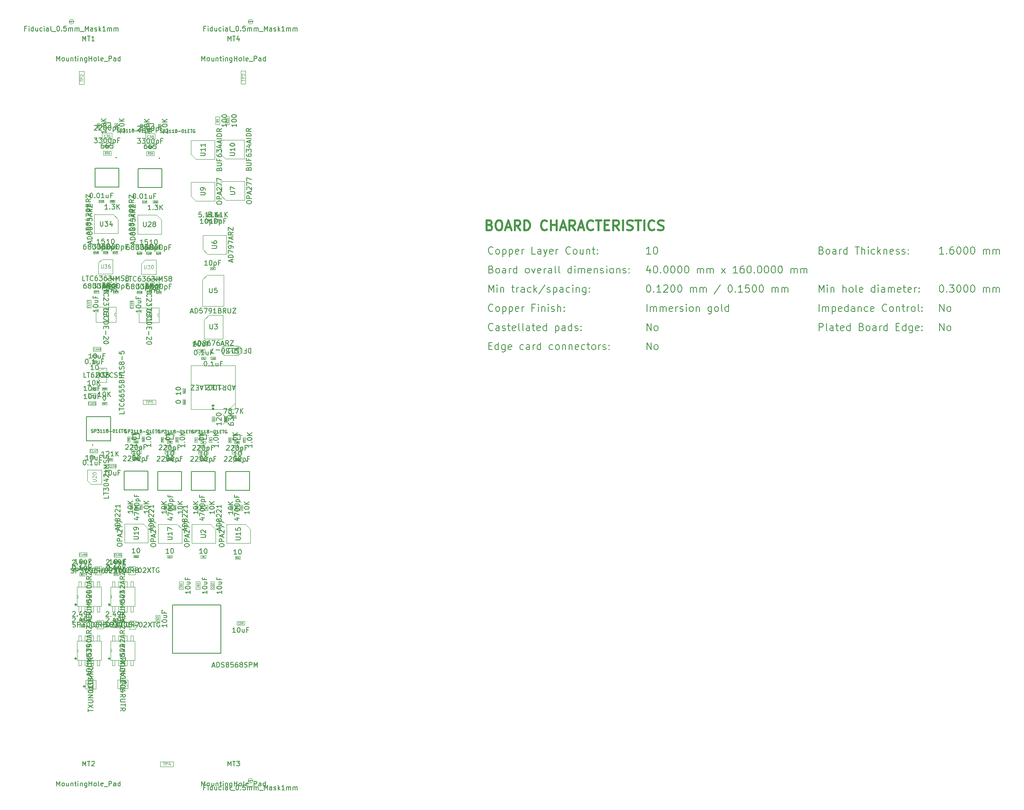
<source format=gbr>
%TF.GenerationSoftware,KiCad,Pcbnew,9.0.6-9.0.6~ubuntu22.04.1*%
%TF.CreationDate,2026-01-06T16:57:28-05:00*%
%TF.ProjectId,psc_daughter_brd,7073635f-6461-4756-9768-7465725f6272,rev?*%
%TF.SameCoordinates,Original*%
%TF.FileFunction,AssemblyDrawing,Top*%
%FSLAX46Y46*%
G04 Gerber Fmt 4.6, Leading zero omitted, Abs format (unit mm)*
G04 Created by KiCad (PCBNEW 9.0.6-9.0.6~ubuntu22.04.1) date 2026-01-06 16:57:28*
%MOMM*%
%LPD*%
G01*
G04 APERTURE LIST*
%ADD10C,0.200000*%
%ADD11C,0.400000*%
%ADD12C,0.150000*%
%ADD13C,0.040000*%
%ADD14C,0.080000*%
%ADD15C,0.060000*%
%ADD16C,0.090000*%
%ADD17C,0.110000*%
%ADD18C,0.100000*%
%ADD19C,0.025400*%
%ADD20C,0.127000*%
G04 APERTURE END LIST*
D10*
X260395863Y-97383028D02*
X260395863Y-95883028D01*
X260395863Y-95883028D02*
X261253006Y-97383028D01*
X261253006Y-97383028D02*
X261253006Y-95883028D01*
X262181578Y-97383028D02*
X262038721Y-97311600D01*
X262038721Y-97311600D02*
X261967292Y-97240171D01*
X261967292Y-97240171D02*
X261895864Y-97097314D01*
X261895864Y-97097314D02*
X261895864Y-96668742D01*
X261895864Y-96668742D02*
X261967292Y-96525885D01*
X261967292Y-96525885D02*
X262038721Y-96454457D01*
X262038721Y-96454457D02*
X262181578Y-96383028D01*
X262181578Y-96383028D02*
X262395864Y-96383028D01*
X262395864Y-96383028D02*
X262538721Y-96454457D01*
X262538721Y-96454457D02*
X262610150Y-96525885D01*
X262610150Y-96525885D02*
X262681578Y-96668742D01*
X262681578Y-96668742D02*
X262681578Y-97097314D01*
X262681578Y-97097314D02*
X262610150Y-97240171D01*
X262610150Y-97240171D02*
X262538721Y-97311600D01*
X262538721Y-97311600D02*
X262395864Y-97383028D01*
X262395864Y-97383028D02*
X262181578Y-97383028D01*
X295981572Y-89469028D02*
X295981572Y-87969028D01*
X295981572Y-87969028D02*
X296481572Y-89040457D01*
X296481572Y-89040457D02*
X296981572Y-87969028D01*
X296981572Y-87969028D02*
X296981572Y-89469028D01*
X297695858Y-89469028D02*
X297695858Y-88469028D01*
X297695858Y-87969028D02*
X297624430Y-88040457D01*
X297624430Y-88040457D02*
X297695858Y-88111885D01*
X297695858Y-88111885D02*
X297767287Y-88040457D01*
X297767287Y-88040457D02*
X297695858Y-87969028D01*
X297695858Y-87969028D02*
X297695858Y-88111885D01*
X298410144Y-88469028D02*
X298410144Y-89469028D01*
X298410144Y-88611885D02*
X298481573Y-88540457D01*
X298481573Y-88540457D02*
X298624430Y-88469028D01*
X298624430Y-88469028D02*
X298838716Y-88469028D01*
X298838716Y-88469028D02*
X298981573Y-88540457D01*
X298981573Y-88540457D02*
X299053002Y-88683314D01*
X299053002Y-88683314D02*
X299053002Y-89469028D01*
X300910144Y-89469028D02*
X300910144Y-87969028D01*
X301553002Y-89469028D02*
X301553002Y-88683314D01*
X301553002Y-88683314D02*
X301481573Y-88540457D01*
X301481573Y-88540457D02*
X301338716Y-88469028D01*
X301338716Y-88469028D02*
X301124430Y-88469028D01*
X301124430Y-88469028D02*
X300981573Y-88540457D01*
X300981573Y-88540457D02*
X300910144Y-88611885D01*
X302481573Y-89469028D02*
X302338716Y-89397600D01*
X302338716Y-89397600D02*
X302267287Y-89326171D01*
X302267287Y-89326171D02*
X302195859Y-89183314D01*
X302195859Y-89183314D02*
X302195859Y-88754742D01*
X302195859Y-88754742D02*
X302267287Y-88611885D01*
X302267287Y-88611885D02*
X302338716Y-88540457D01*
X302338716Y-88540457D02*
X302481573Y-88469028D01*
X302481573Y-88469028D02*
X302695859Y-88469028D01*
X302695859Y-88469028D02*
X302838716Y-88540457D01*
X302838716Y-88540457D02*
X302910145Y-88611885D01*
X302910145Y-88611885D02*
X302981573Y-88754742D01*
X302981573Y-88754742D02*
X302981573Y-89183314D01*
X302981573Y-89183314D02*
X302910145Y-89326171D01*
X302910145Y-89326171D02*
X302838716Y-89397600D01*
X302838716Y-89397600D02*
X302695859Y-89469028D01*
X302695859Y-89469028D02*
X302481573Y-89469028D01*
X303838716Y-89469028D02*
X303695859Y-89397600D01*
X303695859Y-89397600D02*
X303624430Y-89254742D01*
X303624430Y-89254742D02*
X303624430Y-87969028D01*
X304981573Y-89397600D02*
X304838716Y-89469028D01*
X304838716Y-89469028D02*
X304553002Y-89469028D01*
X304553002Y-89469028D02*
X304410144Y-89397600D01*
X304410144Y-89397600D02*
X304338716Y-89254742D01*
X304338716Y-89254742D02*
X304338716Y-88683314D01*
X304338716Y-88683314D02*
X304410144Y-88540457D01*
X304410144Y-88540457D02*
X304553002Y-88469028D01*
X304553002Y-88469028D02*
X304838716Y-88469028D01*
X304838716Y-88469028D02*
X304981573Y-88540457D01*
X304981573Y-88540457D02*
X305053002Y-88683314D01*
X305053002Y-88683314D02*
X305053002Y-88826171D01*
X305053002Y-88826171D02*
X304338716Y-88969028D01*
X307481573Y-89469028D02*
X307481573Y-87969028D01*
X307481573Y-89397600D02*
X307338715Y-89469028D01*
X307338715Y-89469028D02*
X307053001Y-89469028D01*
X307053001Y-89469028D02*
X306910144Y-89397600D01*
X306910144Y-89397600D02*
X306838715Y-89326171D01*
X306838715Y-89326171D02*
X306767287Y-89183314D01*
X306767287Y-89183314D02*
X306767287Y-88754742D01*
X306767287Y-88754742D02*
X306838715Y-88611885D01*
X306838715Y-88611885D02*
X306910144Y-88540457D01*
X306910144Y-88540457D02*
X307053001Y-88469028D01*
X307053001Y-88469028D02*
X307338715Y-88469028D01*
X307338715Y-88469028D02*
X307481573Y-88540457D01*
X308195858Y-89469028D02*
X308195858Y-88469028D01*
X308195858Y-87969028D02*
X308124430Y-88040457D01*
X308124430Y-88040457D02*
X308195858Y-88111885D01*
X308195858Y-88111885D02*
X308267287Y-88040457D01*
X308267287Y-88040457D02*
X308195858Y-87969028D01*
X308195858Y-87969028D02*
X308195858Y-88111885D01*
X309553002Y-89469028D02*
X309553002Y-88683314D01*
X309553002Y-88683314D02*
X309481573Y-88540457D01*
X309481573Y-88540457D02*
X309338716Y-88469028D01*
X309338716Y-88469028D02*
X309053002Y-88469028D01*
X309053002Y-88469028D02*
X308910144Y-88540457D01*
X309553002Y-89397600D02*
X309410144Y-89469028D01*
X309410144Y-89469028D02*
X309053002Y-89469028D01*
X309053002Y-89469028D02*
X308910144Y-89397600D01*
X308910144Y-89397600D02*
X308838716Y-89254742D01*
X308838716Y-89254742D02*
X308838716Y-89111885D01*
X308838716Y-89111885D02*
X308910144Y-88969028D01*
X308910144Y-88969028D02*
X309053002Y-88897600D01*
X309053002Y-88897600D02*
X309410144Y-88897600D01*
X309410144Y-88897600D02*
X309553002Y-88826171D01*
X310267287Y-89469028D02*
X310267287Y-88469028D01*
X310267287Y-88611885D02*
X310338716Y-88540457D01*
X310338716Y-88540457D02*
X310481573Y-88469028D01*
X310481573Y-88469028D02*
X310695859Y-88469028D01*
X310695859Y-88469028D02*
X310838716Y-88540457D01*
X310838716Y-88540457D02*
X310910145Y-88683314D01*
X310910145Y-88683314D02*
X310910145Y-89469028D01*
X310910145Y-88683314D02*
X310981573Y-88540457D01*
X310981573Y-88540457D02*
X311124430Y-88469028D01*
X311124430Y-88469028D02*
X311338716Y-88469028D01*
X311338716Y-88469028D02*
X311481573Y-88540457D01*
X311481573Y-88540457D02*
X311553002Y-88683314D01*
X311553002Y-88683314D02*
X311553002Y-89469028D01*
X312838716Y-89397600D02*
X312695859Y-89469028D01*
X312695859Y-89469028D02*
X312410145Y-89469028D01*
X312410145Y-89469028D02*
X312267287Y-89397600D01*
X312267287Y-89397600D02*
X312195859Y-89254742D01*
X312195859Y-89254742D02*
X312195859Y-88683314D01*
X312195859Y-88683314D02*
X312267287Y-88540457D01*
X312267287Y-88540457D02*
X312410145Y-88469028D01*
X312410145Y-88469028D02*
X312695859Y-88469028D01*
X312695859Y-88469028D02*
X312838716Y-88540457D01*
X312838716Y-88540457D02*
X312910145Y-88683314D01*
X312910145Y-88683314D02*
X312910145Y-88826171D01*
X312910145Y-88826171D02*
X312195859Y-88969028D01*
X313338716Y-88469028D02*
X313910144Y-88469028D01*
X313553001Y-87969028D02*
X313553001Y-89254742D01*
X313553001Y-89254742D02*
X313624430Y-89397600D01*
X313624430Y-89397600D02*
X313767287Y-89469028D01*
X313767287Y-89469028D02*
X313910144Y-89469028D01*
X314981573Y-89397600D02*
X314838716Y-89469028D01*
X314838716Y-89469028D02*
X314553002Y-89469028D01*
X314553002Y-89469028D02*
X314410144Y-89397600D01*
X314410144Y-89397600D02*
X314338716Y-89254742D01*
X314338716Y-89254742D02*
X314338716Y-88683314D01*
X314338716Y-88683314D02*
X314410144Y-88540457D01*
X314410144Y-88540457D02*
X314553002Y-88469028D01*
X314553002Y-88469028D02*
X314838716Y-88469028D01*
X314838716Y-88469028D02*
X314981573Y-88540457D01*
X314981573Y-88540457D02*
X315053002Y-88683314D01*
X315053002Y-88683314D02*
X315053002Y-88826171D01*
X315053002Y-88826171D02*
X314338716Y-88969028D01*
X315695858Y-89469028D02*
X315695858Y-88469028D01*
X315695858Y-88754742D02*
X315767287Y-88611885D01*
X315767287Y-88611885D02*
X315838716Y-88540457D01*
X315838716Y-88540457D02*
X315981573Y-88469028D01*
X315981573Y-88469028D02*
X316124430Y-88469028D01*
X316624429Y-89326171D02*
X316695858Y-89397600D01*
X316695858Y-89397600D02*
X316624429Y-89469028D01*
X316624429Y-89469028D02*
X316553001Y-89397600D01*
X316553001Y-89397600D02*
X316624429Y-89326171D01*
X316624429Y-89326171D02*
X316624429Y-89469028D01*
X316624429Y-88540457D02*
X316695858Y-88611885D01*
X316695858Y-88611885D02*
X316624429Y-88683314D01*
X316624429Y-88683314D02*
X316553001Y-88611885D01*
X316553001Y-88611885D02*
X316624429Y-88540457D01*
X316624429Y-88540457D02*
X316624429Y-88683314D01*
X227738720Y-89469028D02*
X227738720Y-87969028D01*
X227738720Y-87969028D02*
X228238720Y-89040457D01*
X228238720Y-89040457D02*
X228738720Y-87969028D01*
X228738720Y-87969028D02*
X228738720Y-89469028D01*
X229453006Y-89469028D02*
X229453006Y-88469028D01*
X229453006Y-87969028D02*
X229381578Y-88040457D01*
X229381578Y-88040457D02*
X229453006Y-88111885D01*
X229453006Y-88111885D02*
X229524435Y-88040457D01*
X229524435Y-88040457D02*
X229453006Y-87969028D01*
X229453006Y-87969028D02*
X229453006Y-88111885D01*
X230167292Y-88469028D02*
X230167292Y-89469028D01*
X230167292Y-88611885D02*
X230238721Y-88540457D01*
X230238721Y-88540457D02*
X230381578Y-88469028D01*
X230381578Y-88469028D02*
X230595864Y-88469028D01*
X230595864Y-88469028D02*
X230738721Y-88540457D01*
X230738721Y-88540457D02*
X230810150Y-88683314D01*
X230810150Y-88683314D02*
X230810150Y-89469028D01*
X232453007Y-88469028D02*
X233024435Y-88469028D01*
X232667292Y-87969028D02*
X232667292Y-89254742D01*
X232667292Y-89254742D02*
X232738721Y-89397600D01*
X232738721Y-89397600D02*
X232881578Y-89469028D01*
X232881578Y-89469028D02*
X233024435Y-89469028D01*
X233524435Y-89469028D02*
X233524435Y-88469028D01*
X233524435Y-88754742D02*
X233595864Y-88611885D01*
X233595864Y-88611885D02*
X233667293Y-88540457D01*
X233667293Y-88540457D02*
X233810150Y-88469028D01*
X233810150Y-88469028D02*
X233953007Y-88469028D01*
X235095864Y-89469028D02*
X235095864Y-88683314D01*
X235095864Y-88683314D02*
X235024435Y-88540457D01*
X235024435Y-88540457D02*
X234881578Y-88469028D01*
X234881578Y-88469028D02*
X234595864Y-88469028D01*
X234595864Y-88469028D02*
X234453006Y-88540457D01*
X235095864Y-89397600D02*
X234953006Y-89469028D01*
X234953006Y-89469028D02*
X234595864Y-89469028D01*
X234595864Y-89469028D02*
X234453006Y-89397600D01*
X234453006Y-89397600D02*
X234381578Y-89254742D01*
X234381578Y-89254742D02*
X234381578Y-89111885D01*
X234381578Y-89111885D02*
X234453006Y-88969028D01*
X234453006Y-88969028D02*
X234595864Y-88897600D01*
X234595864Y-88897600D02*
X234953006Y-88897600D01*
X234953006Y-88897600D02*
X235095864Y-88826171D01*
X236453007Y-89397600D02*
X236310149Y-89469028D01*
X236310149Y-89469028D02*
X236024435Y-89469028D01*
X236024435Y-89469028D02*
X235881578Y-89397600D01*
X235881578Y-89397600D02*
X235810149Y-89326171D01*
X235810149Y-89326171D02*
X235738721Y-89183314D01*
X235738721Y-89183314D02*
X235738721Y-88754742D01*
X235738721Y-88754742D02*
X235810149Y-88611885D01*
X235810149Y-88611885D02*
X235881578Y-88540457D01*
X235881578Y-88540457D02*
X236024435Y-88469028D01*
X236024435Y-88469028D02*
X236310149Y-88469028D01*
X236310149Y-88469028D02*
X236453007Y-88540457D01*
X237095863Y-89469028D02*
X237095863Y-87969028D01*
X237238721Y-88897600D02*
X237667292Y-89469028D01*
X237667292Y-88469028D02*
X237095863Y-89040457D01*
X239381578Y-87897600D02*
X238095864Y-89826171D01*
X239810150Y-89397600D02*
X239953007Y-89469028D01*
X239953007Y-89469028D02*
X240238721Y-89469028D01*
X240238721Y-89469028D02*
X240381578Y-89397600D01*
X240381578Y-89397600D02*
X240453007Y-89254742D01*
X240453007Y-89254742D02*
X240453007Y-89183314D01*
X240453007Y-89183314D02*
X240381578Y-89040457D01*
X240381578Y-89040457D02*
X240238721Y-88969028D01*
X240238721Y-88969028D02*
X240024436Y-88969028D01*
X240024436Y-88969028D02*
X239881578Y-88897600D01*
X239881578Y-88897600D02*
X239810150Y-88754742D01*
X239810150Y-88754742D02*
X239810150Y-88683314D01*
X239810150Y-88683314D02*
X239881578Y-88540457D01*
X239881578Y-88540457D02*
X240024436Y-88469028D01*
X240024436Y-88469028D02*
X240238721Y-88469028D01*
X240238721Y-88469028D02*
X240381578Y-88540457D01*
X241095864Y-88469028D02*
X241095864Y-89969028D01*
X241095864Y-88540457D02*
X241238722Y-88469028D01*
X241238722Y-88469028D02*
X241524436Y-88469028D01*
X241524436Y-88469028D02*
X241667293Y-88540457D01*
X241667293Y-88540457D02*
X241738722Y-88611885D01*
X241738722Y-88611885D02*
X241810150Y-88754742D01*
X241810150Y-88754742D02*
X241810150Y-89183314D01*
X241810150Y-89183314D02*
X241738722Y-89326171D01*
X241738722Y-89326171D02*
X241667293Y-89397600D01*
X241667293Y-89397600D02*
X241524436Y-89469028D01*
X241524436Y-89469028D02*
X241238722Y-89469028D01*
X241238722Y-89469028D02*
X241095864Y-89397600D01*
X243095865Y-89469028D02*
X243095865Y-88683314D01*
X243095865Y-88683314D02*
X243024436Y-88540457D01*
X243024436Y-88540457D02*
X242881579Y-88469028D01*
X242881579Y-88469028D02*
X242595865Y-88469028D01*
X242595865Y-88469028D02*
X242453007Y-88540457D01*
X243095865Y-89397600D02*
X242953007Y-89469028D01*
X242953007Y-89469028D02*
X242595865Y-89469028D01*
X242595865Y-89469028D02*
X242453007Y-89397600D01*
X242453007Y-89397600D02*
X242381579Y-89254742D01*
X242381579Y-89254742D02*
X242381579Y-89111885D01*
X242381579Y-89111885D02*
X242453007Y-88969028D01*
X242453007Y-88969028D02*
X242595865Y-88897600D01*
X242595865Y-88897600D02*
X242953007Y-88897600D01*
X242953007Y-88897600D02*
X243095865Y-88826171D01*
X244453008Y-89397600D02*
X244310150Y-89469028D01*
X244310150Y-89469028D02*
X244024436Y-89469028D01*
X244024436Y-89469028D02*
X243881579Y-89397600D01*
X243881579Y-89397600D02*
X243810150Y-89326171D01*
X243810150Y-89326171D02*
X243738722Y-89183314D01*
X243738722Y-89183314D02*
X243738722Y-88754742D01*
X243738722Y-88754742D02*
X243810150Y-88611885D01*
X243810150Y-88611885D02*
X243881579Y-88540457D01*
X243881579Y-88540457D02*
X244024436Y-88469028D01*
X244024436Y-88469028D02*
X244310150Y-88469028D01*
X244310150Y-88469028D02*
X244453008Y-88540457D01*
X245095864Y-89469028D02*
X245095864Y-88469028D01*
X245095864Y-87969028D02*
X245024436Y-88040457D01*
X245024436Y-88040457D02*
X245095864Y-88111885D01*
X245095864Y-88111885D02*
X245167293Y-88040457D01*
X245167293Y-88040457D02*
X245095864Y-87969028D01*
X245095864Y-87969028D02*
X245095864Y-88111885D01*
X245810150Y-88469028D02*
X245810150Y-89469028D01*
X245810150Y-88611885D02*
X245881579Y-88540457D01*
X245881579Y-88540457D02*
X246024436Y-88469028D01*
X246024436Y-88469028D02*
X246238722Y-88469028D01*
X246238722Y-88469028D02*
X246381579Y-88540457D01*
X246381579Y-88540457D02*
X246453008Y-88683314D01*
X246453008Y-88683314D02*
X246453008Y-89469028D01*
X247810151Y-88469028D02*
X247810151Y-89683314D01*
X247810151Y-89683314D02*
X247738722Y-89826171D01*
X247738722Y-89826171D02*
X247667293Y-89897600D01*
X247667293Y-89897600D02*
X247524436Y-89969028D01*
X247524436Y-89969028D02*
X247310151Y-89969028D01*
X247310151Y-89969028D02*
X247167293Y-89897600D01*
X247810151Y-89397600D02*
X247667293Y-89469028D01*
X247667293Y-89469028D02*
X247381579Y-89469028D01*
X247381579Y-89469028D02*
X247238722Y-89397600D01*
X247238722Y-89397600D02*
X247167293Y-89326171D01*
X247167293Y-89326171D02*
X247095865Y-89183314D01*
X247095865Y-89183314D02*
X247095865Y-88754742D01*
X247095865Y-88754742D02*
X247167293Y-88611885D01*
X247167293Y-88611885D02*
X247238722Y-88540457D01*
X247238722Y-88540457D02*
X247381579Y-88469028D01*
X247381579Y-88469028D02*
X247667293Y-88469028D01*
X247667293Y-88469028D02*
X247810151Y-88540457D01*
X248524436Y-89326171D02*
X248595865Y-89397600D01*
X248595865Y-89397600D02*
X248524436Y-89469028D01*
X248524436Y-89469028D02*
X248453008Y-89397600D01*
X248453008Y-89397600D02*
X248524436Y-89326171D01*
X248524436Y-89326171D02*
X248524436Y-89469028D01*
X248524436Y-88540457D02*
X248595865Y-88611885D01*
X248595865Y-88611885D02*
X248524436Y-88683314D01*
X248524436Y-88683314D02*
X248453008Y-88611885D01*
X248453008Y-88611885D02*
X248524436Y-88540457D01*
X248524436Y-88540457D02*
X248524436Y-88683314D01*
X321210144Y-87969028D02*
X321353001Y-87969028D01*
X321353001Y-87969028D02*
X321495858Y-88040457D01*
X321495858Y-88040457D02*
X321567287Y-88111885D01*
X321567287Y-88111885D02*
X321638715Y-88254742D01*
X321638715Y-88254742D02*
X321710144Y-88540457D01*
X321710144Y-88540457D02*
X321710144Y-88897600D01*
X321710144Y-88897600D02*
X321638715Y-89183314D01*
X321638715Y-89183314D02*
X321567287Y-89326171D01*
X321567287Y-89326171D02*
X321495858Y-89397600D01*
X321495858Y-89397600D02*
X321353001Y-89469028D01*
X321353001Y-89469028D02*
X321210144Y-89469028D01*
X321210144Y-89469028D02*
X321067287Y-89397600D01*
X321067287Y-89397600D02*
X320995858Y-89326171D01*
X320995858Y-89326171D02*
X320924429Y-89183314D01*
X320924429Y-89183314D02*
X320853001Y-88897600D01*
X320853001Y-88897600D02*
X320853001Y-88540457D01*
X320853001Y-88540457D02*
X320924429Y-88254742D01*
X320924429Y-88254742D02*
X320995858Y-88111885D01*
X320995858Y-88111885D02*
X321067287Y-88040457D01*
X321067287Y-88040457D02*
X321210144Y-87969028D01*
X322353000Y-89326171D02*
X322424429Y-89397600D01*
X322424429Y-89397600D02*
X322353000Y-89469028D01*
X322353000Y-89469028D02*
X322281572Y-89397600D01*
X322281572Y-89397600D02*
X322353000Y-89326171D01*
X322353000Y-89326171D02*
X322353000Y-89469028D01*
X322924429Y-87969028D02*
X323853001Y-87969028D01*
X323853001Y-87969028D02*
X323353001Y-88540457D01*
X323353001Y-88540457D02*
X323567286Y-88540457D01*
X323567286Y-88540457D02*
X323710144Y-88611885D01*
X323710144Y-88611885D02*
X323781572Y-88683314D01*
X323781572Y-88683314D02*
X323853001Y-88826171D01*
X323853001Y-88826171D02*
X323853001Y-89183314D01*
X323853001Y-89183314D02*
X323781572Y-89326171D01*
X323781572Y-89326171D02*
X323710144Y-89397600D01*
X323710144Y-89397600D02*
X323567286Y-89469028D01*
X323567286Y-89469028D02*
X323138715Y-89469028D01*
X323138715Y-89469028D02*
X322995858Y-89397600D01*
X322995858Y-89397600D02*
X322924429Y-89326171D01*
X324781572Y-87969028D02*
X324924429Y-87969028D01*
X324924429Y-87969028D02*
X325067286Y-88040457D01*
X325067286Y-88040457D02*
X325138715Y-88111885D01*
X325138715Y-88111885D02*
X325210143Y-88254742D01*
X325210143Y-88254742D02*
X325281572Y-88540457D01*
X325281572Y-88540457D02*
X325281572Y-88897600D01*
X325281572Y-88897600D02*
X325210143Y-89183314D01*
X325210143Y-89183314D02*
X325138715Y-89326171D01*
X325138715Y-89326171D02*
X325067286Y-89397600D01*
X325067286Y-89397600D02*
X324924429Y-89469028D01*
X324924429Y-89469028D02*
X324781572Y-89469028D01*
X324781572Y-89469028D02*
X324638715Y-89397600D01*
X324638715Y-89397600D02*
X324567286Y-89326171D01*
X324567286Y-89326171D02*
X324495857Y-89183314D01*
X324495857Y-89183314D02*
X324424429Y-88897600D01*
X324424429Y-88897600D02*
X324424429Y-88540457D01*
X324424429Y-88540457D02*
X324495857Y-88254742D01*
X324495857Y-88254742D02*
X324567286Y-88111885D01*
X324567286Y-88111885D02*
X324638715Y-88040457D01*
X324638715Y-88040457D02*
X324781572Y-87969028D01*
X326210143Y-87969028D02*
X326353000Y-87969028D01*
X326353000Y-87969028D02*
X326495857Y-88040457D01*
X326495857Y-88040457D02*
X326567286Y-88111885D01*
X326567286Y-88111885D02*
X326638714Y-88254742D01*
X326638714Y-88254742D02*
X326710143Y-88540457D01*
X326710143Y-88540457D02*
X326710143Y-88897600D01*
X326710143Y-88897600D02*
X326638714Y-89183314D01*
X326638714Y-89183314D02*
X326567286Y-89326171D01*
X326567286Y-89326171D02*
X326495857Y-89397600D01*
X326495857Y-89397600D02*
X326353000Y-89469028D01*
X326353000Y-89469028D02*
X326210143Y-89469028D01*
X326210143Y-89469028D02*
X326067286Y-89397600D01*
X326067286Y-89397600D02*
X325995857Y-89326171D01*
X325995857Y-89326171D02*
X325924428Y-89183314D01*
X325924428Y-89183314D02*
X325853000Y-88897600D01*
X325853000Y-88897600D02*
X325853000Y-88540457D01*
X325853000Y-88540457D02*
X325924428Y-88254742D01*
X325924428Y-88254742D02*
X325995857Y-88111885D01*
X325995857Y-88111885D02*
X326067286Y-88040457D01*
X326067286Y-88040457D02*
X326210143Y-87969028D01*
X327638714Y-87969028D02*
X327781571Y-87969028D01*
X327781571Y-87969028D02*
X327924428Y-88040457D01*
X327924428Y-88040457D02*
X327995857Y-88111885D01*
X327995857Y-88111885D02*
X328067285Y-88254742D01*
X328067285Y-88254742D02*
X328138714Y-88540457D01*
X328138714Y-88540457D02*
X328138714Y-88897600D01*
X328138714Y-88897600D02*
X328067285Y-89183314D01*
X328067285Y-89183314D02*
X327995857Y-89326171D01*
X327995857Y-89326171D02*
X327924428Y-89397600D01*
X327924428Y-89397600D02*
X327781571Y-89469028D01*
X327781571Y-89469028D02*
X327638714Y-89469028D01*
X327638714Y-89469028D02*
X327495857Y-89397600D01*
X327495857Y-89397600D02*
X327424428Y-89326171D01*
X327424428Y-89326171D02*
X327352999Y-89183314D01*
X327352999Y-89183314D02*
X327281571Y-88897600D01*
X327281571Y-88897600D02*
X327281571Y-88540457D01*
X327281571Y-88540457D02*
X327352999Y-88254742D01*
X327352999Y-88254742D02*
X327424428Y-88111885D01*
X327424428Y-88111885D02*
X327495857Y-88040457D01*
X327495857Y-88040457D02*
X327638714Y-87969028D01*
X329924427Y-89469028D02*
X329924427Y-88469028D01*
X329924427Y-88611885D02*
X329995856Y-88540457D01*
X329995856Y-88540457D02*
X330138713Y-88469028D01*
X330138713Y-88469028D02*
X330352999Y-88469028D01*
X330352999Y-88469028D02*
X330495856Y-88540457D01*
X330495856Y-88540457D02*
X330567285Y-88683314D01*
X330567285Y-88683314D02*
X330567285Y-89469028D01*
X330567285Y-88683314D02*
X330638713Y-88540457D01*
X330638713Y-88540457D02*
X330781570Y-88469028D01*
X330781570Y-88469028D02*
X330995856Y-88469028D01*
X330995856Y-88469028D02*
X331138713Y-88540457D01*
X331138713Y-88540457D02*
X331210142Y-88683314D01*
X331210142Y-88683314D02*
X331210142Y-89469028D01*
X331924427Y-89469028D02*
X331924427Y-88469028D01*
X331924427Y-88611885D02*
X331995856Y-88540457D01*
X331995856Y-88540457D02*
X332138713Y-88469028D01*
X332138713Y-88469028D02*
X332352999Y-88469028D01*
X332352999Y-88469028D02*
X332495856Y-88540457D01*
X332495856Y-88540457D02*
X332567285Y-88683314D01*
X332567285Y-88683314D02*
X332567285Y-89469028D01*
X332567285Y-88683314D02*
X332638713Y-88540457D01*
X332638713Y-88540457D02*
X332781570Y-88469028D01*
X332781570Y-88469028D02*
X332995856Y-88469028D01*
X332995856Y-88469028D02*
X333138713Y-88540457D01*
X333138713Y-88540457D02*
X333210142Y-88683314D01*
X333210142Y-88683314D02*
X333210142Y-89469028D01*
X321710144Y-81555028D02*
X320853001Y-81555028D01*
X321281572Y-81555028D02*
X321281572Y-80055028D01*
X321281572Y-80055028D02*
X321138715Y-80269314D01*
X321138715Y-80269314D02*
X320995858Y-80412171D01*
X320995858Y-80412171D02*
X320853001Y-80483600D01*
X322353000Y-81412171D02*
X322424429Y-81483600D01*
X322424429Y-81483600D02*
X322353000Y-81555028D01*
X322353000Y-81555028D02*
X322281572Y-81483600D01*
X322281572Y-81483600D02*
X322353000Y-81412171D01*
X322353000Y-81412171D02*
X322353000Y-81555028D01*
X323710144Y-80055028D02*
X323424429Y-80055028D01*
X323424429Y-80055028D02*
X323281572Y-80126457D01*
X323281572Y-80126457D02*
X323210144Y-80197885D01*
X323210144Y-80197885D02*
X323067286Y-80412171D01*
X323067286Y-80412171D02*
X322995858Y-80697885D01*
X322995858Y-80697885D02*
X322995858Y-81269314D01*
X322995858Y-81269314D02*
X323067286Y-81412171D01*
X323067286Y-81412171D02*
X323138715Y-81483600D01*
X323138715Y-81483600D02*
X323281572Y-81555028D01*
X323281572Y-81555028D02*
X323567286Y-81555028D01*
X323567286Y-81555028D02*
X323710144Y-81483600D01*
X323710144Y-81483600D02*
X323781572Y-81412171D01*
X323781572Y-81412171D02*
X323853001Y-81269314D01*
X323853001Y-81269314D02*
X323853001Y-80912171D01*
X323853001Y-80912171D02*
X323781572Y-80769314D01*
X323781572Y-80769314D02*
X323710144Y-80697885D01*
X323710144Y-80697885D02*
X323567286Y-80626457D01*
X323567286Y-80626457D02*
X323281572Y-80626457D01*
X323281572Y-80626457D02*
X323138715Y-80697885D01*
X323138715Y-80697885D02*
X323067286Y-80769314D01*
X323067286Y-80769314D02*
X322995858Y-80912171D01*
X324781572Y-80055028D02*
X324924429Y-80055028D01*
X324924429Y-80055028D02*
X325067286Y-80126457D01*
X325067286Y-80126457D02*
X325138715Y-80197885D01*
X325138715Y-80197885D02*
X325210143Y-80340742D01*
X325210143Y-80340742D02*
X325281572Y-80626457D01*
X325281572Y-80626457D02*
X325281572Y-80983600D01*
X325281572Y-80983600D02*
X325210143Y-81269314D01*
X325210143Y-81269314D02*
X325138715Y-81412171D01*
X325138715Y-81412171D02*
X325067286Y-81483600D01*
X325067286Y-81483600D02*
X324924429Y-81555028D01*
X324924429Y-81555028D02*
X324781572Y-81555028D01*
X324781572Y-81555028D02*
X324638715Y-81483600D01*
X324638715Y-81483600D02*
X324567286Y-81412171D01*
X324567286Y-81412171D02*
X324495857Y-81269314D01*
X324495857Y-81269314D02*
X324424429Y-80983600D01*
X324424429Y-80983600D02*
X324424429Y-80626457D01*
X324424429Y-80626457D02*
X324495857Y-80340742D01*
X324495857Y-80340742D02*
X324567286Y-80197885D01*
X324567286Y-80197885D02*
X324638715Y-80126457D01*
X324638715Y-80126457D02*
X324781572Y-80055028D01*
X326210143Y-80055028D02*
X326353000Y-80055028D01*
X326353000Y-80055028D02*
X326495857Y-80126457D01*
X326495857Y-80126457D02*
X326567286Y-80197885D01*
X326567286Y-80197885D02*
X326638714Y-80340742D01*
X326638714Y-80340742D02*
X326710143Y-80626457D01*
X326710143Y-80626457D02*
X326710143Y-80983600D01*
X326710143Y-80983600D02*
X326638714Y-81269314D01*
X326638714Y-81269314D02*
X326567286Y-81412171D01*
X326567286Y-81412171D02*
X326495857Y-81483600D01*
X326495857Y-81483600D02*
X326353000Y-81555028D01*
X326353000Y-81555028D02*
X326210143Y-81555028D01*
X326210143Y-81555028D02*
X326067286Y-81483600D01*
X326067286Y-81483600D02*
X325995857Y-81412171D01*
X325995857Y-81412171D02*
X325924428Y-81269314D01*
X325924428Y-81269314D02*
X325853000Y-80983600D01*
X325853000Y-80983600D02*
X325853000Y-80626457D01*
X325853000Y-80626457D02*
X325924428Y-80340742D01*
X325924428Y-80340742D02*
X325995857Y-80197885D01*
X325995857Y-80197885D02*
X326067286Y-80126457D01*
X326067286Y-80126457D02*
X326210143Y-80055028D01*
X327638714Y-80055028D02*
X327781571Y-80055028D01*
X327781571Y-80055028D02*
X327924428Y-80126457D01*
X327924428Y-80126457D02*
X327995857Y-80197885D01*
X327995857Y-80197885D02*
X328067285Y-80340742D01*
X328067285Y-80340742D02*
X328138714Y-80626457D01*
X328138714Y-80626457D02*
X328138714Y-80983600D01*
X328138714Y-80983600D02*
X328067285Y-81269314D01*
X328067285Y-81269314D02*
X327995857Y-81412171D01*
X327995857Y-81412171D02*
X327924428Y-81483600D01*
X327924428Y-81483600D02*
X327781571Y-81555028D01*
X327781571Y-81555028D02*
X327638714Y-81555028D01*
X327638714Y-81555028D02*
X327495857Y-81483600D01*
X327495857Y-81483600D02*
X327424428Y-81412171D01*
X327424428Y-81412171D02*
X327352999Y-81269314D01*
X327352999Y-81269314D02*
X327281571Y-80983600D01*
X327281571Y-80983600D02*
X327281571Y-80626457D01*
X327281571Y-80626457D02*
X327352999Y-80340742D01*
X327352999Y-80340742D02*
X327424428Y-80197885D01*
X327424428Y-80197885D02*
X327495857Y-80126457D01*
X327495857Y-80126457D02*
X327638714Y-80055028D01*
X329924427Y-81555028D02*
X329924427Y-80555028D01*
X329924427Y-80697885D02*
X329995856Y-80626457D01*
X329995856Y-80626457D02*
X330138713Y-80555028D01*
X330138713Y-80555028D02*
X330352999Y-80555028D01*
X330352999Y-80555028D02*
X330495856Y-80626457D01*
X330495856Y-80626457D02*
X330567285Y-80769314D01*
X330567285Y-80769314D02*
X330567285Y-81555028D01*
X330567285Y-80769314D02*
X330638713Y-80626457D01*
X330638713Y-80626457D02*
X330781570Y-80555028D01*
X330781570Y-80555028D02*
X330995856Y-80555028D01*
X330995856Y-80555028D02*
X331138713Y-80626457D01*
X331138713Y-80626457D02*
X331210142Y-80769314D01*
X331210142Y-80769314D02*
X331210142Y-81555028D01*
X331924427Y-81555028D02*
X331924427Y-80555028D01*
X331924427Y-80697885D02*
X331995856Y-80626457D01*
X331995856Y-80626457D02*
X332138713Y-80555028D01*
X332138713Y-80555028D02*
X332352999Y-80555028D01*
X332352999Y-80555028D02*
X332495856Y-80626457D01*
X332495856Y-80626457D02*
X332567285Y-80769314D01*
X332567285Y-80769314D02*
X332567285Y-81555028D01*
X332567285Y-80769314D02*
X332638713Y-80626457D01*
X332638713Y-80626457D02*
X332781570Y-80555028D01*
X332781570Y-80555028D02*
X332995856Y-80555028D01*
X332995856Y-80555028D02*
X333138713Y-80626457D01*
X333138713Y-80626457D02*
X333210142Y-80769314D01*
X333210142Y-80769314D02*
X333210142Y-81555028D01*
X260681578Y-87969028D02*
X260824435Y-87969028D01*
X260824435Y-87969028D02*
X260967292Y-88040457D01*
X260967292Y-88040457D02*
X261038721Y-88111885D01*
X261038721Y-88111885D02*
X261110149Y-88254742D01*
X261110149Y-88254742D02*
X261181578Y-88540457D01*
X261181578Y-88540457D02*
X261181578Y-88897600D01*
X261181578Y-88897600D02*
X261110149Y-89183314D01*
X261110149Y-89183314D02*
X261038721Y-89326171D01*
X261038721Y-89326171D02*
X260967292Y-89397600D01*
X260967292Y-89397600D02*
X260824435Y-89469028D01*
X260824435Y-89469028D02*
X260681578Y-89469028D01*
X260681578Y-89469028D02*
X260538721Y-89397600D01*
X260538721Y-89397600D02*
X260467292Y-89326171D01*
X260467292Y-89326171D02*
X260395863Y-89183314D01*
X260395863Y-89183314D02*
X260324435Y-88897600D01*
X260324435Y-88897600D02*
X260324435Y-88540457D01*
X260324435Y-88540457D02*
X260395863Y-88254742D01*
X260395863Y-88254742D02*
X260467292Y-88111885D01*
X260467292Y-88111885D02*
X260538721Y-88040457D01*
X260538721Y-88040457D02*
X260681578Y-87969028D01*
X261824434Y-89326171D02*
X261895863Y-89397600D01*
X261895863Y-89397600D02*
X261824434Y-89469028D01*
X261824434Y-89469028D02*
X261753006Y-89397600D01*
X261753006Y-89397600D02*
X261824434Y-89326171D01*
X261824434Y-89326171D02*
X261824434Y-89469028D01*
X263324435Y-89469028D02*
X262467292Y-89469028D01*
X262895863Y-89469028D02*
X262895863Y-87969028D01*
X262895863Y-87969028D02*
X262753006Y-88183314D01*
X262753006Y-88183314D02*
X262610149Y-88326171D01*
X262610149Y-88326171D02*
X262467292Y-88397600D01*
X263895863Y-88111885D02*
X263967291Y-88040457D01*
X263967291Y-88040457D02*
X264110149Y-87969028D01*
X264110149Y-87969028D02*
X264467291Y-87969028D01*
X264467291Y-87969028D02*
X264610149Y-88040457D01*
X264610149Y-88040457D02*
X264681577Y-88111885D01*
X264681577Y-88111885D02*
X264753006Y-88254742D01*
X264753006Y-88254742D02*
X264753006Y-88397600D01*
X264753006Y-88397600D02*
X264681577Y-88611885D01*
X264681577Y-88611885D02*
X263824434Y-89469028D01*
X263824434Y-89469028D02*
X264753006Y-89469028D01*
X265681577Y-87969028D02*
X265824434Y-87969028D01*
X265824434Y-87969028D02*
X265967291Y-88040457D01*
X265967291Y-88040457D02*
X266038720Y-88111885D01*
X266038720Y-88111885D02*
X266110148Y-88254742D01*
X266110148Y-88254742D02*
X266181577Y-88540457D01*
X266181577Y-88540457D02*
X266181577Y-88897600D01*
X266181577Y-88897600D02*
X266110148Y-89183314D01*
X266110148Y-89183314D02*
X266038720Y-89326171D01*
X266038720Y-89326171D02*
X265967291Y-89397600D01*
X265967291Y-89397600D02*
X265824434Y-89469028D01*
X265824434Y-89469028D02*
X265681577Y-89469028D01*
X265681577Y-89469028D02*
X265538720Y-89397600D01*
X265538720Y-89397600D02*
X265467291Y-89326171D01*
X265467291Y-89326171D02*
X265395862Y-89183314D01*
X265395862Y-89183314D02*
X265324434Y-88897600D01*
X265324434Y-88897600D02*
X265324434Y-88540457D01*
X265324434Y-88540457D02*
X265395862Y-88254742D01*
X265395862Y-88254742D02*
X265467291Y-88111885D01*
X265467291Y-88111885D02*
X265538720Y-88040457D01*
X265538720Y-88040457D02*
X265681577Y-87969028D01*
X267110148Y-87969028D02*
X267253005Y-87969028D01*
X267253005Y-87969028D02*
X267395862Y-88040457D01*
X267395862Y-88040457D02*
X267467291Y-88111885D01*
X267467291Y-88111885D02*
X267538719Y-88254742D01*
X267538719Y-88254742D02*
X267610148Y-88540457D01*
X267610148Y-88540457D02*
X267610148Y-88897600D01*
X267610148Y-88897600D02*
X267538719Y-89183314D01*
X267538719Y-89183314D02*
X267467291Y-89326171D01*
X267467291Y-89326171D02*
X267395862Y-89397600D01*
X267395862Y-89397600D02*
X267253005Y-89469028D01*
X267253005Y-89469028D02*
X267110148Y-89469028D01*
X267110148Y-89469028D02*
X266967291Y-89397600D01*
X266967291Y-89397600D02*
X266895862Y-89326171D01*
X266895862Y-89326171D02*
X266824433Y-89183314D01*
X266824433Y-89183314D02*
X266753005Y-88897600D01*
X266753005Y-88897600D02*
X266753005Y-88540457D01*
X266753005Y-88540457D02*
X266824433Y-88254742D01*
X266824433Y-88254742D02*
X266895862Y-88111885D01*
X266895862Y-88111885D02*
X266967291Y-88040457D01*
X266967291Y-88040457D02*
X267110148Y-87969028D01*
X269395861Y-89469028D02*
X269395861Y-88469028D01*
X269395861Y-88611885D02*
X269467290Y-88540457D01*
X269467290Y-88540457D02*
X269610147Y-88469028D01*
X269610147Y-88469028D02*
X269824433Y-88469028D01*
X269824433Y-88469028D02*
X269967290Y-88540457D01*
X269967290Y-88540457D02*
X270038719Y-88683314D01*
X270038719Y-88683314D02*
X270038719Y-89469028D01*
X270038719Y-88683314D02*
X270110147Y-88540457D01*
X270110147Y-88540457D02*
X270253004Y-88469028D01*
X270253004Y-88469028D02*
X270467290Y-88469028D01*
X270467290Y-88469028D02*
X270610147Y-88540457D01*
X270610147Y-88540457D02*
X270681576Y-88683314D01*
X270681576Y-88683314D02*
X270681576Y-89469028D01*
X271395861Y-89469028D02*
X271395861Y-88469028D01*
X271395861Y-88611885D02*
X271467290Y-88540457D01*
X271467290Y-88540457D02*
X271610147Y-88469028D01*
X271610147Y-88469028D02*
X271824433Y-88469028D01*
X271824433Y-88469028D02*
X271967290Y-88540457D01*
X271967290Y-88540457D02*
X272038719Y-88683314D01*
X272038719Y-88683314D02*
X272038719Y-89469028D01*
X272038719Y-88683314D02*
X272110147Y-88540457D01*
X272110147Y-88540457D02*
X272253004Y-88469028D01*
X272253004Y-88469028D02*
X272467290Y-88469028D01*
X272467290Y-88469028D02*
X272610147Y-88540457D01*
X272610147Y-88540457D02*
X272681576Y-88683314D01*
X272681576Y-88683314D02*
X272681576Y-89469028D01*
X275610147Y-87897600D02*
X274324433Y-89826171D01*
X277538719Y-87969028D02*
X277681576Y-87969028D01*
X277681576Y-87969028D02*
X277824433Y-88040457D01*
X277824433Y-88040457D02*
X277895862Y-88111885D01*
X277895862Y-88111885D02*
X277967290Y-88254742D01*
X277967290Y-88254742D02*
X278038719Y-88540457D01*
X278038719Y-88540457D02*
X278038719Y-88897600D01*
X278038719Y-88897600D02*
X277967290Y-89183314D01*
X277967290Y-89183314D02*
X277895862Y-89326171D01*
X277895862Y-89326171D02*
X277824433Y-89397600D01*
X277824433Y-89397600D02*
X277681576Y-89469028D01*
X277681576Y-89469028D02*
X277538719Y-89469028D01*
X277538719Y-89469028D02*
X277395862Y-89397600D01*
X277395862Y-89397600D02*
X277324433Y-89326171D01*
X277324433Y-89326171D02*
X277253004Y-89183314D01*
X277253004Y-89183314D02*
X277181576Y-88897600D01*
X277181576Y-88897600D02*
X277181576Y-88540457D01*
X277181576Y-88540457D02*
X277253004Y-88254742D01*
X277253004Y-88254742D02*
X277324433Y-88111885D01*
X277324433Y-88111885D02*
X277395862Y-88040457D01*
X277395862Y-88040457D02*
X277538719Y-87969028D01*
X278681575Y-89326171D02*
X278753004Y-89397600D01*
X278753004Y-89397600D02*
X278681575Y-89469028D01*
X278681575Y-89469028D02*
X278610147Y-89397600D01*
X278610147Y-89397600D02*
X278681575Y-89326171D01*
X278681575Y-89326171D02*
X278681575Y-89469028D01*
X280181576Y-89469028D02*
X279324433Y-89469028D01*
X279753004Y-89469028D02*
X279753004Y-87969028D01*
X279753004Y-87969028D02*
X279610147Y-88183314D01*
X279610147Y-88183314D02*
X279467290Y-88326171D01*
X279467290Y-88326171D02*
X279324433Y-88397600D01*
X281538718Y-87969028D02*
X280824432Y-87969028D01*
X280824432Y-87969028D02*
X280753004Y-88683314D01*
X280753004Y-88683314D02*
X280824432Y-88611885D01*
X280824432Y-88611885D02*
X280967290Y-88540457D01*
X280967290Y-88540457D02*
X281324432Y-88540457D01*
X281324432Y-88540457D02*
X281467290Y-88611885D01*
X281467290Y-88611885D02*
X281538718Y-88683314D01*
X281538718Y-88683314D02*
X281610147Y-88826171D01*
X281610147Y-88826171D02*
X281610147Y-89183314D01*
X281610147Y-89183314D02*
X281538718Y-89326171D01*
X281538718Y-89326171D02*
X281467290Y-89397600D01*
X281467290Y-89397600D02*
X281324432Y-89469028D01*
X281324432Y-89469028D02*
X280967290Y-89469028D01*
X280967290Y-89469028D02*
X280824432Y-89397600D01*
X280824432Y-89397600D02*
X280753004Y-89326171D01*
X282538718Y-87969028D02*
X282681575Y-87969028D01*
X282681575Y-87969028D02*
X282824432Y-88040457D01*
X282824432Y-88040457D02*
X282895861Y-88111885D01*
X282895861Y-88111885D02*
X282967289Y-88254742D01*
X282967289Y-88254742D02*
X283038718Y-88540457D01*
X283038718Y-88540457D02*
X283038718Y-88897600D01*
X283038718Y-88897600D02*
X282967289Y-89183314D01*
X282967289Y-89183314D02*
X282895861Y-89326171D01*
X282895861Y-89326171D02*
X282824432Y-89397600D01*
X282824432Y-89397600D02*
X282681575Y-89469028D01*
X282681575Y-89469028D02*
X282538718Y-89469028D01*
X282538718Y-89469028D02*
X282395861Y-89397600D01*
X282395861Y-89397600D02*
X282324432Y-89326171D01*
X282324432Y-89326171D02*
X282253003Y-89183314D01*
X282253003Y-89183314D02*
X282181575Y-88897600D01*
X282181575Y-88897600D02*
X282181575Y-88540457D01*
X282181575Y-88540457D02*
X282253003Y-88254742D01*
X282253003Y-88254742D02*
X282324432Y-88111885D01*
X282324432Y-88111885D02*
X282395861Y-88040457D01*
X282395861Y-88040457D02*
X282538718Y-87969028D01*
X283967289Y-87969028D02*
X284110146Y-87969028D01*
X284110146Y-87969028D02*
X284253003Y-88040457D01*
X284253003Y-88040457D02*
X284324432Y-88111885D01*
X284324432Y-88111885D02*
X284395860Y-88254742D01*
X284395860Y-88254742D02*
X284467289Y-88540457D01*
X284467289Y-88540457D02*
X284467289Y-88897600D01*
X284467289Y-88897600D02*
X284395860Y-89183314D01*
X284395860Y-89183314D02*
X284324432Y-89326171D01*
X284324432Y-89326171D02*
X284253003Y-89397600D01*
X284253003Y-89397600D02*
X284110146Y-89469028D01*
X284110146Y-89469028D02*
X283967289Y-89469028D01*
X283967289Y-89469028D02*
X283824432Y-89397600D01*
X283824432Y-89397600D02*
X283753003Y-89326171D01*
X283753003Y-89326171D02*
X283681574Y-89183314D01*
X283681574Y-89183314D02*
X283610146Y-88897600D01*
X283610146Y-88897600D02*
X283610146Y-88540457D01*
X283610146Y-88540457D02*
X283681574Y-88254742D01*
X283681574Y-88254742D02*
X283753003Y-88111885D01*
X283753003Y-88111885D02*
X283824432Y-88040457D01*
X283824432Y-88040457D02*
X283967289Y-87969028D01*
X286253002Y-89469028D02*
X286253002Y-88469028D01*
X286253002Y-88611885D02*
X286324431Y-88540457D01*
X286324431Y-88540457D02*
X286467288Y-88469028D01*
X286467288Y-88469028D02*
X286681574Y-88469028D01*
X286681574Y-88469028D02*
X286824431Y-88540457D01*
X286824431Y-88540457D02*
X286895860Y-88683314D01*
X286895860Y-88683314D02*
X286895860Y-89469028D01*
X286895860Y-88683314D02*
X286967288Y-88540457D01*
X286967288Y-88540457D02*
X287110145Y-88469028D01*
X287110145Y-88469028D02*
X287324431Y-88469028D01*
X287324431Y-88469028D02*
X287467288Y-88540457D01*
X287467288Y-88540457D02*
X287538717Y-88683314D01*
X287538717Y-88683314D02*
X287538717Y-89469028D01*
X288253002Y-89469028D02*
X288253002Y-88469028D01*
X288253002Y-88611885D02*
X288324431Y-88540457D01*
X288324431Y-88540457D02*
X288467288Y-88469028D01*
X288467288Y-88469028D02*
X288681574Y-88469028D01*
X288681574Y-88469028D02*
X288824431Y-88540457D01*
X288824431Y-88540457D02*
X288895860Y-88683314D01*
X288895860Y-88683314D02*
X288895860Y-89469028D01*
X288895860Y-88683314D02*
X288967288Y-88540457D01*
X288967288Y-88540457D02*
X289110145Y-88469028D01*
X289110145Y-88469028D02*
X289324431Y-88469028D01*
X289324431Y-88469028D02*
X289467288Y-88540457D01*
X289467288Y-88540457D02*
X289538717Y-88683314D01*
X289538717Y-88683314D02*
X289538717Y-89469028D01*
X320924429Y-93426028D02*
X320924429Y-91926028D01*
X320924429Y-91926028D02*
X321781572Y-93426028D01*
X321781572Y-93426028D02*
X321781572Y-91926028D01*
X322710144Y-93426028D02*
X322567287Y-93354600D01*
X322567287Y-93354600D02*
X322495858Y-93283171D01*
X322495858Y-93283171D02*
X322424430Y-93140314D01*
X322424430Y-93140314D02*
X322424430Y-92711742D01*
X322424430Y-92711742D02*
X322495858Y-92568885D01*
X322495858Y-92568885D02*
X322567287Y-92497457D01*
X322567287Y-92497457D02*
X322710144Y-92426028D01*
X322710144Y-92426028D02*
X322924430Y-92426028D01*
X322924430Y-92426028D02*
X323067287Y-92497457D01*
X323067287Y-92497457D02*
X323138716Y-92568885D01*
X323138716Y-92568885D02*
X323210144Y-92711742D01*
X323210144Y-92711742D02*
X323210144Y-93140314D01*
X323210144Y-93140314D02*
X323138716Y-93283171D01*
X323138716Y-93283171D02*
X323067287Y-93354600D01*
X323067287Y-93354600D02*
X322924430Y-93426028D01*
X322924430Y-93426028D02*
X322710144Y-93426028D01*
D11*
X227906014Y-75526819D02*
X228191728Y-75622057D01*
X228191728Y-75622057D02*
X228286966Y-75717295D01*
X228286966Y-75717295D02*
X228382204Y-75907771D01*
X228382204Y-75907771D02*
X228382204Y-76193485D01*
X228382204Y-76193485D02*
X228286966Y-76383961D01*
X228286966Y-76383961D02*
X228191728Y-76479200D01*
X228191728Y-76479200D02*
X228001252Y-76574438D01*
X228001252Y-76574438D02*
X227239347Y-76574438D01*
X227239347Y-76574438D02*
X227239347Y-74574438D01*
X227239347Y-74574438D02*
X227906014Y-74574438D01*
X227906014Y-74574438D02*
X228096490Y-74669676D01*
X228096490Y-74669676D02*
X228191728Y-74764914D01*
X228191728Y-74764914D02*
X228286966Y-74955390D01*
X228286966Y-74955390D02*
X228286966Y-75145866D01*
X228286966Y-75145866D02*
X228191728Y-75336342D01*
X228191728Y-75336342D02*
X228096490Y-75431580D01*
X228096490Y-75431580D02*
X227906014Y-75526819D01*
X227906014Y-75526819D02*
X227239347Y-75526819D01*
X229620299Y-74574438D02*
X230001252Y-74574438D01*
X230001252Y-74574438D02*
X230191728Y-74669676D01*
X230191728Y-74669676D02*
X230382204Y-74860152D01*
X230382204Y-74860152D02*
X230477442Y-75241104D01*
X230477442Y-75241104D02*
X230477442Y-75907771D01*
X230477442Y-75907771D02*
X230382204Y-76288723D01*
X230382204Y-76288723D02*
X230191728Y-76479200D01*
X230191728Y-76479200D02*
X230001252Y-76574438D01*
X230001252Y-76574438D02*
X229620299Y-76574438D01*
X229620299Y-76574438D02*
X229429823Y-76479200D01*
X229429823Y-76479200D02*
X229239347Y-76288723D01*
X229239347Y-76288723D02*
X229144109Y-75907771D01*
X229144109Y-75907771D02*
X229144109Y-75241104D01*
X229144109Y-75241104D02*
X229239347Y-74860152D01*
X229239347Y-74860152D02*
X229429823Y-74669676D01*
X229429823Y-74669676D02*
X229620299Y-74574438D01*
X231239347Y-76003009D02*
X232191728Y-76003009D01*
X231048871Y-76574438D02*
X231715537Y-74574438D01*
X231715537Y-74574438D02*
X232382204Y-76574438D01*
X234191728Y-76574438D02*
X233525061Y-75622057D01*
X233048871Y-76574438D02*
X233048871Y-74574438D01*
X233048871Y-74574438D02*
X233810776Y-74574438D01*
X233810776Y-74574438D02*
X234001252Y-74669676D01*
X234001252Y-74669676D02*
X234096490Y-74764914D01*
X234096490Y-74764914D02*
X234191728Y-74955390D01*
X234191728Y-74955390D02*
X234191728Y-75241104D01*
X234191728Y-75241104D02*
X234096490Y-75431580D01*
X234096490Y-75431580D02*
X234001252Y-75526819D01*
X234001252Y-75526819D02*
X233810776Y-75622057D01*
X233810776Y-75622057D02*
X233048871Y-75622057D01*
X235048871Y-76574438D02*
X235048871Y-74574438D01*
X235048871Y-74574438D02*
X235525061Y-74574438D01*
X235525061Y-74574438D02*
X235810776Y-74669676D01*
X235810776Y-74669676D02*
X236001252Y-74860152D01*
X236001252Y-74860152D02*
X236096490Y-75050628D01*
X236096490Y-75050628D02*
X236191728Y-75431580D01*
X236191728Y-75431580D02*
X236191728Y-75717295D01*
X236191728Y-75717295D02*
X236096490Y-76098247D01*
X236096490Y-76098247D02*
X236001252Y-76288723D01*
X236001252Y-76288723D02*
X235810776Y-76479200D01*
X235810776Y-76479200D02*
X235525061Y-76574438D01*
X235525061Y-76574438D02*
X235048871Y-76574438D01*
X239715538Y-76383961D02*
X239620300Y-76479200D01*
X239620300Y-76479200D02*
X239334586Y-76574438D01*
X239334586Y-76574438D02*
X239144110Y-76574438D01*
X239144110Y-76574438D02*
X238858395Y-76479200D01*
X238858395Y-76479200D02*
X238667919Y-76288723D01*
X238667919Y-76288723D02*
X238572681Y-76098247D01*
X238572681Y-76098247D02*
X238477443Y-75717295D01*
X238477443Y-75717295D02*
X238477443Y-75431580D01*
X238477443Y-75431580D02*
X238572681Y-75050628D01*
X238572681Y-75050628D02*
X238667919Y-74860152D01*
X238667919Y-74860152D02*
X238858395Y-74669676D01*
X238858395Y-74669676D02*
X239144110Y-74574438D01*
X239144110Y-74574438D02*
X239334586Y-74574438D01*
X239334586Y-74574438D02*
X239620300Y-74669676D01*
X239620300Y-74669676D02*
X239715538Y-74764914D01*
X240572681Y-76574438D02*
X240572681Y-74574438D01*
X240572681Y-75526819D02*
X241715538Y-75526819D01*
X241715538Y-76574438D02*
X241715538Y-74574438D01*
X242572681Y-76003009D02*
X243525062Y-76003009D01*
X242382205Y-76574438D02*
X243048871Y-74574438D01*
X243048871Y-74574438D02*
X243715538Y-76574438D01*
X245525062Y-76574438D02*
X244858395Y-75622057D01*
X244382205Y-76574438D02*
X244382205Y-74574438D01*
X244382205Y-74574438D02*
X245144110Y-74574438D01*
X245144110Y-74574438D02*
X245334586Y-74669676D01*
X245334586Y-74669676D02*
X245429824Y-74764914D01*
X245429824Y-74764914D02*
X245525062Y-74955390D01*
X245525062Y-74955390D02*
X245525062Y-75241104D01*
X245525062Y-75241104D02*
X245429824Y-75431580D01*
X245429824Y-75431580D02*
X245334586Y-75526819D01*
X245334586Y-75526819D02*
X245144110Y-75622057D01*
X245144110Y-75622057D02*
X244382205Y-75622057D01*
X246286967Y-76003009D02*
X247239348Y-76003009D01*
X246096491Y-76574438D02*
X246763157Y-74574438D01*
X246763157Y-74574438D02*
X247429824Y-76574438D01*
X249239348Y-76383961D02*
X249144110Y-76479200D01*
X249144110Y-76479200D02*
X248858396Y-76574438D01*
X248858396Y-76574438D02*
X248667920Y-76574438D01*
X248667920Y-76574438D02*
X248382205Y-76479200D01*
X248382205Y-76479200D02*
X248191729Y-76288723D01*
X248191729Y-76288723D02*
X248096491Y-76098247D01*
X248096491Y-76098247D02*
X248001253Y-75717295D01*
X248001253Y-75717295D02*
X248001253Y-75431580D01*
X248001253Y-75431580D02*
X248096491Y-75050628D01*
X248096491Y-75050628D02*
X248191729Y-74860152D01*
X248191729Y-74860152D02*
X248382205Y-74669676D01*
X248382205Y-74669676D02*
X248667920Y-74574438D01*
X248667920Y-74574438D02*
X248858396Y-74574438D01*
X248858396Y-74574438D02*
X249144110Y-74669676D01*
X249144110Y-74669676D02*
X249239348Y-74764914D01*
X249810777Y-74574438D02*
X250953634Y-74574438D01*
X250382205Y-76574438D02*
X250382205Y-74574438D01*
X251620301Y-75526819D02*
X252286968Y-75526819D01*
X252572682Y-76574438D02*
X251620301Y-76574438D01*
X251620301Y-76574438D02*
X251620301Y-74574438D01*
X251620301Y-74574438D02*
X252572682Y-74574438D01*
X254572682Y-76574438D02*
X253906015Y-75622057D01*
X253429825Y-76574438D02*
X253429825Y-74574438D01*
X253429825Y-74574438D02*
X254191730Y-74574438D01*
X254191730Y-74574438D02*
X254382206Y-74669676D01*
X254382206Y-74669676D02*
X254477444Y-74764914D01*
X254477444Y-74764914D02*
X254572682Y-74955390D01*
X254572682Y-74955390D02*
X254572682Y-75241104D01*
X254572682Y-75241104D02*
X254477444Y-75431580D01*
X254477444Y-75431580D02*
X254382206Y-75526819D01*
X254382206Y-75526819D02*
X254191730Y-75622057D01*
X254191730Y-75622057D02*
X253429825Y-75622057D01*
X255429825Y-76574438D02*
X255429825Y-74574438D01*
X256286968Y-76479200D02*
X256572682Y-76574438D01*
X256572682Y-76574438D02*
X257048873Y-76574438D01*
X257048873Y-76574438D02*
X257239349Y-76479200D01*
X257239349Y-76479200D02*
X257334587Y-76383961D01*
X257334587Y-76383961D02*
X257429825Y-76193485D01*
X257429825Y-76193485D02*
X257429825Y-76003009D01*
X257429825Y-76003009D02*
X257334587Y-75812533D01*
X257334587Y-75812533D02*
X257239349Y-75717295D01*
X257239349Y-75717295D02*
X257048873Y-75622057D01*
X257048873Y-75622057D02*
X256667920Y-75526819D01*
X256667920Y-75526819D02*
X256477444Y-75431580D01*
X256477444Y-75431580D02*
X256382206Y-75336342D01*
X256382206Y-75336342D02*
X256286968Y-75145866D01*
X256286968Y-75145866D02*
X256286968Y-74955390D01*
X256286968Y-74955390D02*
X256382206Y-74764914D01*
X256382206Y-74764914D02*
X256477444Y-74669676D01*
X256477444Y-74669676D02*
X256667920Y-74574438D01*
X256667920Y-74574438D02*
X257144111Y-74574438D01*
X257144111Y-74574438D02*
X257429825Y-74669676D01*
X258001254Y-74574438D02*
X259144111Y-74574438D01*
X258572682Y-76574438D02*
X258572682Y-74574438D01*
X259810778Y-76574438D02*
X259810778Y-74574438D01*
X261906016Y-76383961D02*
X261810778Y-76479200D01*
X261810778Y-76479200D02*
X261525064Y-76574438D01*
X261525064Y-76574438D02*
X261334588Y-76574438D01*
X261334588Y-76574438D02*
X261048873Y-76479200D01*
X261048873Y-76479200D02*
X260858397Y-76288723D01*
X260858397Y-76288723D02*
X260763159Y-76098247D01*
X260763159Y-76098247D02*
X260667921Y-75717295D01*
X260667921Y-75717295D02*
X260667921Y-75431580D01*
X260667921Y-75431580D02*
X260763159Y-75050628D01*
X260763159Y-75050628D02*
X260858397Y-74860152D01*
X260858397Y-74860152D02*
X261048873Y-74669676D01*
X261048873Y-74669676D02*
X261334588Y-74574438D01*
X261334588Y-74574438D02*
X261525064Y-74574438D01*
X261525064Y-74574438D02*
X261810778Y-74669676D01*
X261810778Y-74669676D02*
X261906016Y-74764914D01*
X262667921Y-76479200D02*
X262953635Y-76574438D01*
X262953635Y-76574438D02*
X263429826Y-76574438D01*
X263429826Y-76574438D02*
X263620302Y-76479200D01*
X263620302Y-76479200D02*
X263715540Y-76383961D01*
X263715540Y-76383961D02*
X263810778Y-76193485D01*
X263810778Y-76193485D02*
X263810778Y-76003009D01*
X263810778Y-76003009D02*
X263715540Y-75812533D01*
X263715540Y-75812533D02*
X263620302Y-75717295D01*
X263620302Y-75717295D02*
X263429826Y-75622057D01*
X263429826Y-75622057D02*
X263048873Y-75526819D01*
X263048873Y-75526819D02*
X262858397Y-75431580D01*
X262858397Y-75431580D02*
X262763159Y-75336342D01*
X262763159Y-75336342D02*
X262667921Y-75145866D01*
X262667921Y-75145866D02*
X262667921Y-74955390D01*
X262667921Y-74955390D02*
X262763159Y-74764914D01*
X262763159Y-74764914D02*
X262858397Y-74669676D01*
X262858397Y-74669676D02*
X263048873Y-74574438D01*
X263048873Y-74574438D02*
X263525064Y-74574438D01*
X263525064Y-74574438D02*
X263810778Y-74669676D01*
D10*
X227738720Y-100554314D02*
X228238720Y-100554314D01*
X228453006Y-101340028D02*
X227738720Y-101340028D01*
X227738720Y-101340028D02*
X227738720Y-99840028D01*
X227738720Y-99840028D02*
X228453006Y-99840028D01*
X229738721Y-101340028D02*
X229738721Y-99840028D01*
X229738721Y-101268600D02*
X229595863Y-101340028D01*
X229595863Y-101340028D02*
X229310149Y-101340028D01*
X229310149Y-101340028D02*
X229167292Y-101268600D01*
X229167292Y-101268600D02*
X229095863Y-101197171D01*
X229095863Y-101197171D02*
X229024435Y-101054314D01*
X229024435Y-101054314D02*
X229024435Y-100625742D01*
X229024435Y-100625742D02*
X229095863Y-100482885D01*
X229095863Y-100482885D02*
X229167292Y-100411457D01*
X229167292Y-100411457D02*
X229310149Y-100340028D01*
X229310149Y-100340028D02*
X229595863Y-100340028D01*
X229595863Y-100340028D02*
X229738721Y-100411457D01*
X231095864Y-100340028D02*
X231095864Y-101554314D01*
X231095864Y-101554314D02*
X231024435Y-101697171D01*
X231024435Y-101697171D02*
X230953006Y-101768600D01*
X230953006Y-101768600D02*
X230810149Y-101840028D01*
X230810149Y-101840028D02*
X230595864Y-101840028D01*
X230595864Y-101840028D02*
X230453006Y-101768600D01*
X231095864Y-101268600D02*
X230953006Y-101340028D01*
X230953006Y-101340028D02*
X230667292Y-101340028D01*
X230667292Y-101340028D02*
X230524435Y-101268600D01*
X230524435Y-101268600D02*
X230453006Y-101197171D01*
X230453006Y-101197171D02*
X230381578Y-101054314D01*
X230381578Y-101054314D02*
X230381578Y-100625742D01*
X230381578Y-100625742D02*
X230453006Y-100482885D01*
X230453006Y-100482885D02*
X230524435Y-100411457D01*
X230524435Y-100411457D02*
X230667292Y-100340028D01*
X230667292Y-100340028D02*
X230953006Y-100340028D01*
X230953006Y-100340028D02*
X231095864Y-100411457D01*
X232381578Y-101268600D02*
X232238721Y-101340028D01*
X232238721Y-101340028D02*
X231953007Y-101340028D01*
X231953007Y-101340028D02*
X231810149Y-101268600D01*
X231810149Y-101268600D02*
X231738721Y-101125742D01*
X231738721Y-101125742D02*
X231738721Y-100554314D01*
X231738721Y-100554314D02*
X231810149Y-100411457D01*
X231810149Y-100411457D02*
X231953007Y-100340028D01*
X231953007Y-100340028D02*
X232238721Y-100340028D01*
X232238721Y-100340028D02*
X232381578Y-100411457D01*
X232381578Y-100411457D02*
X232453007Y-100554314D01*
X232453007Y-100554314D02*
X232453007Y-100697171D01*
X232453007Y-100697171D02*
X231738721Y-100840028D01*
X234881578Y-101268600D02*
X234738720Y-101340028D01*
X234738720Y-101340028D02*
X234453006Y-101340028D01*
X234453006Y-101340028D02*
X234310149Y-101268600D01*
X234310149Y-101268600D02*
X234238720Y-101197171D01*
X234238720Y-101197171D02*
X234167292Y-101054314D01*
X234167292Y-101054314D02*
X234167292Y-100625742D01*
X234167292Y-100625742D02*
X234238720Y-100482885D01*
X234238720Y-100482885D02*
X234310149Y-100411457D01*
X234310149Y-100411457D02*
X234453006Y-100340028D01*
X234453006Y-100340028D02*
X234738720Y-100340028D01*
X234738720Y-100340028D02*
X234881578Y-100411457D01*
X236167292Y-101340028D02*
X236167292Y-100554314D01*
X236167292Y-100554314D02*
X236095863Y-100411457D01*
X236095863Y-100411457D02*
X235953006Y-100340028D01*
X235953006Y-100340028D02*
X235667292Y-100340028D01*
X235667292Y-100340028D02*
X235524434Y-100411457D01*
X236167292Y-101268600D02*
X236024434Y-101340028D01*
X236024434Y-101340028D02*
X235667292Y-101340028D01*
X235667292Y-101340028D02*
X235524434Y-101268600D01*
X235524434Y-101268600D02*
X235453006Y-101125742D01*
X235453006Y-101125742D02*
X235453006Y-100982885D01*
X235453006Y-100982885D02*
X235524434Y-100840028D01*
X235524434Y-100840028D02*
X235667292Y-100768600D01*
X235667292Y-100768600D02*
X236024434Y-100768600D01*
X236024434Y-100768600D02*
X236167292Y-100697171D01*
X236881577Y-101340028D02*
X236881577Y-100340028D01*
X236881577Y-100625742D02*
X236953006Y-100482885D01*
X236953006Y-100482885D02*
X237024435Y-100411457D01*
X237024435Y-100411457D02*
X237167292Y-100340028D01*
X237167292Y-100340028D02*
X237310149Y-100340028D01*
X238453006Y-101340028D02*
X238453006Y-99840028D01*
X238453006Y-101268600D02*
X238310148Y-101340028D01*
X238310148Y-101340028D02*
X238024434Y-101340028D01*
X238024434Y-101340028D02*
X237881577Y-101268600D01*
X237881577Y-101268600D02*
X237810148Y-101197171D01*
X237810148Y-101197171D02*
X237738720Y-101054314D01*
X237738720Y-101054314D02*
X237738720Y-100625742D01*
X237738720Y-100625742D02*
X237810148Y-100482885D01*
X237810148Y-100482885D02*
X237881577Y-100411457D01*
X237881577Y-100411457D02*
X238024434Y-100340028D01*
X238024434Y-100340028D02*
X238310148Y-100340028D01*
X238310148Y-100340028D02*
X238453006Y-100411457D01*
X240953006Y-101268600D02*
X240810148Y-101340028D01*
X240810148Y-101340028D02*
X240524434Y-101340028D01*
X240524434Y-101340028D02*
X240381577Y-101268600D01*
X240381577Y-101268600D02*
X240310148Y-101197171D01*
X240310148Y-101197171D02*
X240238720Y-101054314D01*
X240238720Y-101054314D02*
X240238720Y-100625742D01*
X240238720Y-100625742D02*
X240310148Y-100482885D01*
X240310148Y-100482885D02*
X240381577Y-100411457D01*
X240381577Y-100411457D02*
X240524434Y-100340028D01*
X240524434Y-100340028D02*
X240810148Y-100340028D01*
X240810148Y-100340028D02*
X240953006Y-100411457D01*
X241810148Y-101340028D02*
X241667291Y-101268600D01*
X241667291Y-101268600D02*
X241595862Y-101197171D01*
X241595862Y-101197171D02*
X241524434Y-101054314D01*
X241524434Y-101054314D02*
X241524434Y-100625742D01*
X241524434Y-100625742D02*
X241595862Y-100482885D01*
X241595862Y-100482885D02*
X241667291Y-100411457D01*
X241667291Y-100411457D02*
X241810148Y-100340028D01*
X241810148Y-100340028D02*
X242024434Y-100340028D01*
X242024434Y-100340028D02*
X242167291Y-100411457D01*
X242167291Y-100411457D02*
X242238720Y-100482885D01*
X242238720Y-100482885D02*
X242310148Y-100625742D01*
X242310148Y-100625742D02*
X242310148Y-101054314D01*
X242310148Y-101054314D02*
X242238720Y-101197171D01*
X242238720Y-101197171D02*
X242167291Y-101268600D01*
X242167291Y-101268600D02*
X242024434Y-101340028D01*
X242024434Y-101340028D02*
X241810148Y-101340028D01*
X242953005Y-100340028D02*
X242953005Y-101340028D01*
X242953005Y-100482885D02*
X243024434Y-100411457D01*
X243024434Y-100411457D02*
X243167291Y-100340028D01*
X243167291Y-100340028D02*
X243381577Y-100340028D01*
X243381577Y-100340028D02*
X243524434Y-100411457D01*
X243524434Y-100411457D02*
X243595863Y-100554314D01*
X243595863Y-100554314D02*
X243595863Y-101340028D01*
X244310148Y-100340028D02*
X244310148Y-101340028D01*
X244310148Y-100482885D02*
X244381577Y-100411457D01*
X244381577Y-100411457D02*
X244524434Y-100340028D01*
X244524434Y-100340028D02*
X244738720Y-100340028D01*
X244738720Y-100340028D02*
X244881577Y-100411457D01*
X244881577Y-100411457D02*
X244953006Y-100554314D01*
X244953006Y-100554314D02*
X244953006Y-101340028D01*
X246238720Y-101268600D02*
X246095863Y-101340028D01*
X246095863Y-101340028D02*
X245810149Y-101340028D01*
X245810149Y-101340028D02*
X245667291Y-101268600D01*
X245667291Y-101268600D02*
X245595863Y-101125742D01*
X245595863Y-101125742D02*
X245595863Y-100554314D01*
X245595863Y-100554314D02*
X245667291Y-100411457D01*
X245667291Y-100411457D02*
X245810149Y-100340028D01*
X245810149Y-100340028D02*
X246095863Y-100340028D01*
X246095863Y-100340028D02*
X246238720Y-100411457D01*
X246238720Y-100411457D02*
X246310149Y-100554314D01*
X246310149Y-100554314D02*
X246310149Y-100697171D01*
X246310149Y-100697171D02*
X245595863Y-100840028D01*
X247595863Y-101268600D02*
X247453005Y-101340028D01*
X247453005Y-101340028D02*
X247167291Y-101340028D01*
X247167291Y-101340028D02*
X247024434Y-101268600D01*
X247024434Y-101268600D02*
X246953005Y-101197171D01*
X246953005Y-101197171D02*
X246881577Y-101054314D01*
X246881577Y-101054314D02*
X246881577Y-100625742D01*
X246881577Y-100625742D02*
X246953005Y-100482885D01*
X246953005Y-100482885D02*
X247024434Y-100411457D01*
X247024434Y-100411457D02*
X247167291Y-100340028D01*
X247167291Y-100340028D02*
X247453005Y-100340028D01*
X247453005Y-100340028D02*
X247595863Y-100411457D01*
X248024434Y-100340028D02*
X248595862Y-100340028D01*
X248238719Y-99840028D02*
X248238719Y-101125742D01*
X248238719Y-101125742D02*
X248310148Y-101268600D01*
X248310148Y-101268600D02*
X248453005Y-101340028D01*
X248453005Y-101340028D02*
X248595862Y-101340028D01*
X249310148Y-101340028D02*
X249167291Y-101268600D01*
X249167291Y-101268600D02*
X249095862Y-101197171D01*
X249095862Y-101197171D02*
X249024434Y-101054314D01*
X249024434Y-101054314D02*
X249024434Y-100625742D01*
X249024434Y-100625742D02*
X249095862Y-100482885D01*
X249095862Y-100482885D02*
X249167291Y-100411457D01*
X249167291Y-100411457D02*
X249310148Y-100340028D01*
X249310148Y-100340028D02*
X249524434Y-100340028D01*
X249524434Y-100340028D02*
X249667291Y-100411457D01*
X249667291Y-100411457D02*
X249738720Y-100482885D01*
X249738720Y-100482885D02*
X249810148Y-100625742D01*
X249810148Y-100625742D02*
X249810148Y-101054314D01*
X249810148Y-101054314D02*
X249738720Y-101197171D01*
X249738720Y-101197171D02*
X249667291Y-101268600D01*
X249667291Y-101268600D02*
X249524434Y-101340028D01*
X249524434Y-101340028D02*
X249310148Y-101340028D01*
X250453005Y-101340028D02*
X250453005Y-100340028D01*
X250453005Y-100625742D02*
X250524434Y-100482885D01*
X250524434Y-100482885D02*
X250595863Y-100411457D01*
X250595863Y-100411457D02*
X250738720Y-100340028D01*
X250738720Y-100340028D02*
X250881577Y-100340028D01*
X251310148Y-101268600D02*
X251453005Y-101340028D01*
X251453005Y-101340028D02*
X251738719Y-101340028D01*
X251738719Y-101340028D02*
X251881576Y-101268600D01*
X251881576Y-101268600D02*
X251953005Y-101125742D01*
X251953005Y-101125742D02*
X251953005Y-101054314D01*
X251953005Y-101054314D02*
X251881576Y-100911457D01*
X251881576Y-100911457D02*
X251738719Y-100840028D01*
X251738719Y-100840028D02*
X251524434Y-100840028D01*
X251524434Y-100840028D02*
X251381576Y-100768600D01*
X251381576Y-100768600D02*
X251310148Y-100625742D01*
X251310148Y-100625742D02*
X251310148Y-100554314D01*
X251310148Y-100554314D02*
X251381576Y-100411457D01*
X251381576Y-100411457D02*
X251524434Y-100340028D01*
X251524434Y-100340028D02*
X251738719Y-100340028D01*
X251738719Y-100340028D02*
X251881576Y-100411457D01*
X252595862Y-101197171D02*
X252667291Y-101268600D01*
X252667291Y-101268600D02*
X252595862Y-101340028D01*
X252595862Y-101340028D02*
X252524434Y-101268600D01*
X252524434Y-101268600D02*
X252595862Y-101197171D01*
X252595862Y-101197171D02*
X252595862Y-101340028D01*
X252595862Y-100411457D02*
X252667291Y-100482885D01*
X252667291Y-100482885D02*
X252595862Y-100554314D01*
X252595862Y-100554314D02*
X252524434Y-100482885D01*
X252524434Y-100482885D02*
X252595862Y-100411457D01*
X252595862Y-100411457D02*
X252595862Y-100554314D01*
X296481572Y-80769314D02*
X296695858Y-80840742D01*
X296695858Y-80840742D02*
X296767287Y-80912171D01*
X296767287Y-80912171D02*
X296838715Y-81055028D01*
X296838715Y-81055028D02*
X296838715Y-81269314D01*
X296838715Y-81269314D02*
X296767287Y-81412171D01*
X296767287Y-81412171D02*
X296695858Y-81483600D01*
X296695858Y-81483600D02*
X296553001Y-81555028D01*
X296553001Y-81555028D02*
X295981572Y-81555028D01*
X295981572Y-81555028D02*
X295981572Y-80055028D01*
X295981572Y-80055028D02*
X296481572Y-80055028D01*
X296481572Y-80055028D02*
X296624430Y-80126457D01*
X296624430Y-80126457D02*
X296695858Y-80197885D01*
X296695858Y-80197885D02*
X296767287Y-80340742D01*
X296767287Y-80340742D02*
X296767287Y-80483600D01*
X296767287Y-80483600D02*
X296695858Y-80626457D01*
X296695858Y-80626457D02*
X296624430Y-80697885D01*
X296624430Y-80697885D02*
X296481572Y-80769314D01*
X296481572Y-80769314D02*
X295981572Y-80769314D01*
X297695858Y-81555028D02*
X297553001Y-81483600D01*
X297553001Y-81483600D02*
X297481572Y-81412171D01*
X297481572Y-81412171D02*
X297410144Y-81269314D01*
X297410144Y-81269314D02*
X297410144Y-80840742D01*
X297410144Y-80840742D02*
X297481572Y-80697885D01*
X297481572Y-80697885D02*
X297553001Y-80626457D01*
X297553001Y-80626457D02*
X297695858Y-80555028D01*
X297695858Y-80555028D02*
X297910144Y-80555028D01*
X297910144Y-80555028D02*
X298053001Y-80626457D01*
X298053001Y-80626457D02*
X298124430Y-80697885D01*
X298124430Y-80697885D02*
X298195858Y-80840742D01*
X298195858Y-80840742D02*
X298195858Y-81269314D01*
X298195858Y-81269314D02*
X298124430Y-81412171D01*
X298124430Y-81412171D02*
X298053001Y-81483600D01*
X298053001Y-81483600D02*
X297910144Y-81555028D01*
X297910144Y-81555028D02*
X297695858Y-81555028D01*
X299481573Y-81555028D02*
X299481573Y-80769314D01*
X299481573Y-80769314D02*
X299410144Y-80626457D01*
X299410144Y-80626457D02*
X299267287Y-80555028D01*
X299267287Y-80555028D02*
X298981573Y-80555028D01*
X298981573Y-80555028D02*
X298838715Y-80626457D01*
X299481573Y-81483600D02*
X299338715Y-81555028D01*
X299338715Y-81555028D02*
X298981573Y-81555028D01*
X298981573Y-81555028D02*
X298838715Y-81483600D01*
X298838715Y-81483600D02*
X298767287Y-81340742D01*
X298767287Y-81340742D02*
X298767287Y-81197885D01*
X298767287Y-81197885D02*
X298838715Y-81055028D01*
X298838715Y-81055028D02*
X298981573Y-80983600D01*
X298981573Y-80983600D02*
X299338715Y-80983600D01*
X299338715Y-80983600D02*
X299481573Y-80912171D01*
X300195858Y-81555028D02*
X300195858Y-80555028D01*
X300195858Y-80840742D02*
X300267287Y-80697885D01*
X300267287Y-80697885D02*
X300338716Y-80626457D01*
X300338716Y-80626457D02*
X300481573Y-80555028D01*
X300481573Y-80555028D02*
X300624430Y-80555028D01*
X301767287Y-81555028D02*
X301767287Y-80055028D01*
X301767287Y-81483600D02*
X301624429Y-81555028D01*
X301624429Y-81555028D02*
X301338715Y-81555028D01*
X301338715Y-81555028D02*
X301195858Y-81483600D01*
X301195858Y-81483600D02*
X301124429Y-81412171D01*
X301124429Y-81412171D02*
X301053001Y-81269314D01*
X301053001Y-81269314D02*
X301053001Y-80840742D01*
X301053001Y-80840742D02*
X301124429Y-80697885D01*
X301124429Y-80697885D02*
X301195858Y-80626457D01*
X301195858Y-80626457D02*
X301338715Y-80555028D01*
X301338715Y-80555028D02*
X301624429Y-80555028D01*
X301624429Y-80555028D02*
X301767287Y-80626457D01*
X303410144Y-80055028D02*
X304267287Y-80055028D01*
X303838715Y-81555028D02*
X303838715Y-80055028D01*
X304767286Y-81555028D02*
X304767286Y-80055028D01*
X305410144Y-81555028D02*
X305410144Y-80769314D01*
X305410144Y-80769314D02*
X305338715Y-80626457D01*
X305338715Y-80626457D02*
X305195858Y-80555028D01*
X305195858Y-80555028D02*
X304981572Y-80555028D01*
X304981572Y-80555028D02*
X304838715Y-80626457D01*
X304838715Y-80626457D02*
X304767286Y-80697885D01*
X306124429Y-81555028D02*
X306124429Y-80555028D01*
X306124429Y-80055028D02*
X306053001Y-80126457D01*
X306053001Y-80126457D02*
X306124429Y-80197885D01*
X306124429Y-80197885D02*
X306195858Y-80126457D01*
X306195858Y-80126457D02*
X306124429Y-80055028D01*
X306124429Y-80055028D02*
X306124429Y-80197885D01*
X307481573Y-81483600D02*
X307338715Y-81555028D01*
X307338715Y-81555028D02*
X307053001Y-81555028D01*
X307053001Y-81555028D02*
X306910144Y-81483600D01*
X306910144Y-81483600D02*
X306838715Y-81412171D01*
X306838715Y-81412171D02*
X306767287Y-81269314D01*
X306767287Y-81269314D02*
X306767287Y-80840742D01*
X306767287Y-80840742D02*
X306838715Y-80697885D01*
X306838715Y-80697885D02*
X306910144Y-80626457D01*
X306910144Y-80626457D02*
X307053001Y-80555028D01*
X307053001Y-80555028D02*
X307338715Y-80555028D01*
X307338715Y-80555028D02*
X307481573Y-80626457D01*
X308124429Y-81555028D02*
X308124429Y-80055028D01*
X308267287Y-80983600D02*
X308695858Y-81555028D01*
X308695858Y-80555028D02*
X308124429Y-81126457D01*
X309338715Y-80555028D02*
X309338715Y-81555028D01*
X309338715Y-80697885D02*
X309410144Y-80626457D01*
X309410144Y-80626457D02*
X309553001Y-80555028D01*
X309553001Y-80555028D02*
X309767287Y-80555028D01*
X309767287Y-80555028D02*
X309910144Y-80626457D01*
X309910144Y-80626457D02*
X309981573Y-80769314D01*
X309981573Y-80769314D02*
X309981573Y-81555028D01*
X311267287Y-81483600D02*
X311124430Y-81555028D01*
X311124430Y-81555028D02*
X310838716Y-81555028D01*
X310838716Y-81555028D02*
X310695858Y-81483600D01*
X310695858Y-81483600D02*
X310624430Y-81340742D01*
X310624430Y-81340742D02*
X310624430Y-80769314D01*
X310624430Y-80769314D02*
X310695858Y-80626457D01*
X310695858Y-80626457D02*
X310838716Y-80555028D01*
X310838716Y-80555028D02*
X311124430Y-80555028D01*
X311124430Y-80555028D02*
X311267287Y-80626457D01*
X311267287Y-80626457D02*
X311338716Y-80769314D01*
X311338716Y-80769314D02*
X311338716Y-80912171D01*
X311338716Y-80912171D02*
X310624430Y-81055028D01*
X311910144Y-81483600D02*
X312053001Y-81555028D01*
X312053001Y-81555028D02*
X312338715Y-81555028D01*
X312338715Y-81555028D02*
X312481572Y-81483600D01*
X312481572Y-81483600D02*
X312553001Y-81340742D01*
X312553001Y-81340742D02*
X312553001Y-81269314D01*
X312553001Y-81269314D02*
X312481572Y-81126457D01*
X312481572Y-81126457D02*
X312338715Y-81055028D01*
X312338715Y-81055028D02*
X312124430Y-81055028D01*
X312124430Y-81055028D02*
X311981572Y-80983600D01*
X311981572Y-80983600D02*
X311910144Y-80840742D01*
X311910144Y-80840742D02*
X311910144Y-80769314D01*
X311910144Y-80769314D02*
X311981572Y-80626457D01*
X311981572Y-80626457D02*
X312124430Y-80555028D01*
X312124430Y-80555028D02*
X312338715Y-80555028D01*
X312338715Y-80555028D02*
X312481572Y-80626457D01*
X313124430Y-81483600D02*
X313267287Y-81555028D01*
X313267287Y-81555028D02*
X313553001Y-81555028D01*
X313553001Y-81555028D02*
X313695858Y-81483600D01*
X313695858Y-81483600D02*
X313767287Y-81340742D01*
X313767287Y-81340742D02*
X313767287Y-81269314D01*
X313767287Y-81269314D02*
X313695858Y-81126457D01*
X313695858Y-81126457D02*
X313553001Y-81055028D01*
X313553001Y-81055028D02*
X313338716Y-81055028D01*
X313338716Y-81055028D02*
X313195858Y-80983600D01*
X313195858Y-80983600D02*
X313124430Y-80840742D01*
X313124430Y-80840742D02*
X313124430Y-80769314D01*
X313124430Y-80769314D02*
X313195858Y-80626457D01*
X313195858Y-80626457D02*
X313338716Y-80555028D01*
X313338716Y-80555028D02*
X313553001Y-80555028D01*
X313553001Y-80555028D02*
X313695858Y-80626457D01*
X314410144Y-81412171D02*
X314481573Y-81483600D01*
X314481573Y-81483600D02*
X314410144Y-81555028D01*
X314410144Y-81555028D02*
X314338716Y-81483600D01*
X314338716Y-81483600D02*
X314410144Y-81412171D01*
X314410144Y-81412171D02*
X314410144Y-81555028D01*
X314410144Y-80626457D02*
X314481573Y-80697885D01*
X314481573Y-80697885D02*
X314410144Y-80769314D01*
X314410144Y-80769314D02*
X314338716Y-80697885D01*
X314338716Y-80697885D02*
X314410144Y-80626457D01*
X314410144Y-80626457D02*
X314410144Y-80769314D01*
X228595863Y-81412171D02*
X228524435Y-81483600D01*
X228524435Y-81483600D02*
X228310149Y-81555028D01*
X228310149Y-81555028D02*
X228167292Y-81555028D01*
X228167292Y-81555028D02*
X227953006Y-81483600D01*
X227953006Y-81483600D02*
X227810149Y-81340742D01*
X227810149Y-81340742D02*
X227738720Y-81197885D01*
X227738720Y-81197885D02*
X227667292Y-80912171D01*
X227667292Y-80912171D02*
X227667292Y-80697885D01*
X227667292Y-80697885D02*
X227738720Y-80412171D01*
X227738720Y-80412171D02*
X227810149Y-80269314D01*
X227810149Y-80269314D02*
X227953006Y-80126457D01*
X227953006Y-80126457D02*
X228167292Y-80055028D01*
X228167292Y-80055028D02*
X228310149Y-80055028D01*
X228310149Y-80055028D02*
X228524435Y-80126457D01*
X228524435Y-80126457D02*
X228595863Y-80197885D01*
X229453006Y-81555028D02*
X229310149Y-81483600D01*
X229310149Y-81483600D02*
X229238720Y-81412171D01*
X229238720Y-81412171D02*
X229167292Y-81269314D01*
X229167292Y-81269314D02*
X229167292Y-80840742D01*
X229167292Y-80840742D02*
X229238720Y-80697885D01*
X229238720Y-80697885D02*
X229310149Y-80626457D01*
X229310149Y-80626457D02*
X229453006Y-80555028D01*
X229453006Y-80555028D02*
X229667292Y-80555028D01*
X229667292Y-80555028D02*
X229810149Y-80626457D01*
X229810149Y-80626457D02*
X229881578Y-80697885D01*
X229881578Y-80697885D02*
X229953006Y-80840742D01*
X229953006Y-80840742D02*
X229953006Y-81269314D01*
X229953006Y-81269314D02*
X229881578Y-81412171D01*
X229881578Y-81412171D02*
X229810149Y-81483600D01*
X229810149Y-81483600D02*
X229667292Y-81555028D01*
X229667292Y-81555028D02*
X229453006Y-81555028D01*
X230595863Y-80555028D02*
X230595863Y-82055028D01*
X230595863Y-80626457D02*
X230738721Y-80555028D01*
X230738721Y-80555028D02*
X231024435Y-80555028D01*
X231024435Y-80555028D02*
X231167292Y-80626457D01*
X231167292Y-80626457D02*
X231238721Y-80697885D01*
X231238721Y-80697885D02*
X231310149Y-80840742D01*
X231310149Y-80840742D02*
X231310149Y-81269314D01*
X231310149Y-81269314D02*
X231238721Y-81412171D01*
X231238721Y-81412171D02*
X231167292Y-81483600D01*
X231167292Y-81483600D02*
X231024435Y-81555028D01*
X231024435Y-81555028D02*
X230738721Y-81555028D01*
X230738721Y-81555028D02*
X230595863Y-81483600D01*
X231953006Y-80555028D02*
X231953006Y-82055028D01*
X231953006Y-80626457D02*
X232095864Y-80555028D01*
X232095864Y-80555028D02*
X232381578Y-80555028D01*
X232381578Y-80555028D02*
X232524435Y-80626457D01*
X232524435Y-80626457D02*
X232595864Y-80697885D01*
X232595864Y-80697885D02*
X232667292Y-80840742D01*
X232667292Y-80840742D02*
X232667292Y-81269314D01*
X232667292Y-81269314D02*
X232595864Y-81412171D01*
X232595864Y-81412171D02*
X232524435Y-81483600D01*
X232524435Y-81483600D02*
X232381578Y-81555028D01*
X232381578Y-81555028D02*
X232095864Y-81555028D01*
X232095864Y-81555028D02*
X231953006Y-81483600D01*
X233881578Y-81483600D02*
X233738721Y-81555028D01*
X233738721Y-81555028D02*
X233453007Y-81555028D01*
X233453007Y-81555028D02*
X233310149Y-81483600D01*
X233310149Y-81483600D02*
X233238721Y-81340742D01*
X233238721Y-81340742D02*
X233238721Y-80769314D01*
X233238721Y-80769314D02*
X233310149Y-80626457D01*
X233310149Y-80626457D02*
X233453007Y-80555028D01*
X233453007Y-80555028D02*
X233738721Y-80555028D01*
X233738721Y-80555028D02*
X233881578Y-80626457D01*
X233881578Y-80626457D02*
X233953007Y-80769314D01*
X233953007Y-80769314D02*
X233953007Y-80912171D01*
X233953007Y-80912171D02*
X233238721Y-81055028D01*
X234595863Y-81555028D02*
X234595863Y-80555028D01*
X234595863Y-80840742D02*
X234667292Y-80697885D01*
X234667292Y-80697885D02*
X234738721Y-80626457D01*
X234738721Y-80626457D02*
X234881578Y-80555028D01*
X234881578Y-80555028D02*
X235024435Y-80555028D01*
X237381577Y-81555028D02*
X236667291Y-81555028D01*
X236667291Y-81555028D02*
X236667291Y-80055028D01*
X238524435Y-81555028D02*
X238524435Y-80769314D01*
X238524435Y-80769314D02*
X238453006Y-80626457D01*
X238453006Y-80626457D02*
X238310149Y-80555028D01*
X238310149Y-80555028D02*
X238024435Y-80555028D01*
X238024435Y-80555028D02*
X237881577Y-80626457D01*
X238524435Y-81483600D02*
X238381577Y-81555028D01*
X238381577Y-81555028D02*
X238024435Y-81555028D01*
X238024435Y-81555028D02*
X237881577Y-81483600D01*
X237881577Y-81483600D02*
X237810149Y-81340742D01*
X237810149Y-81340742D02*
X237810149Y-81197885D01*
X237810149Y-81197885D02*
X237881577Y-81055028D01*
X237881577Y-81055028D02*
X238024435Y-80983600D01*
X238024435Y-80983600D02*
X238381577Y-80983600D01*
X238381577Y-80983600D02*
X238524435Y-80912171D01*
X239095863Y-80555028D02*
X239453006Y-81555028D01*
X239810149Y-80555028D02*
X239453006Y-81555028D01*
X239453006Y-81555028D02*
X239310149Y-81912171D01*
X239310149Y-81912171D02*
X239238720Y-81983600D01*
X239238720Y-81983600D02*
X239095863Y-82055028D01*
X240953006Y-81483600D02*
X240810149Y-81555028D01*
X240810149Y-81555028D02*
X240524435Y-81555028D01*
X240524435Y-81555028D02*
X240381577Y-81483600D01*
X240381577Y-81483600D02*
X240310149Y-81340742D01*
X240310149Y-81340742D02*
X240310149Y-80769314D01*
X240310149Y-80769314D02*
X240381577Y-80626457D01*
X240381577Y-80626457D02*
X240524435Y-80555028D01*
X240524435Y-80555028D02*
X240810149Y-80555028D01*
X240810149Y-80555028D02*
X240953006Y-80626457D01*
X240953006Y-80626457D02*
X241024435Y-80769314D01*
X241024435Y-80769314D02*
X241024435Y-80912171D01*
X241024435Y-80912171D02*
X240310149Y-81055028D01*
X241667291Y-81555028D02*
X241667291Y-80555028D01*
X241667291Y-80840742D02*
X241738720Y-80697885D01*
X241738720Y-80697885D02*
X241810149Y-80626457D01*
X241810149Y-80626457D02*
X241953006Y-80555028D01*
X241953006Y-80555028D02*
X242095863Y-80555028D01*
X244595862Y-81412171D02*
X244524434Y-81483600D01*
X244524434Y-81483600D02*
X244310148Y-81555028D01*
X244310148Y-81555028D02*
X244167291Y-81555028D01*
X244167291Y-81555028D02*
X243953005Y-81483600D01*
X243953005Y-81483600D02*
X243810148Y-81340742D01*
X243810148Y-81340742D02*
X243738719Y-81197885D01*
X243738719Y-81197885D02*
X243667291Y-80912171D01*
X243667291Y-80912171D02*
X243667291Y-80697885D01*
X243667291Y-80697885D02*
X243738719Y-80412171D01*
X243738719Y-80412171D02*
X243810148Y-80269314D01*
X243810148Y-80269314D02*
X243953005Y-80126457D01*
X243953005Y-80126457D02*
X244167291Y-80055028D01*
X244167291Y-80055028D02*
X244310148Y-80055028D01*
X244310148Y-80055028D02*
X244524434Y-80126457D01*
X244524434Y-80126457D02*
X244595862Y-80197885D01*
X245453005Y-81555028D02*
X245310148Y-81483600D01*
X245310148Y-81483600D02*
X245238719Y-81412171D01*
X245238719Y-81412171D02*
X245167291Y-81269314D01*
X245167291Y-81269314D02*
X245167291Y-80840742D01*
X245167291Y-80840742D02*
X245238719Y-80697885D01*
X245238719Y-80697885D02*
X245310148Y-80626457D01*
X245310148Y-80626457D02*
X245453005Y-80555028D01*
X245453005Y-80555028D02*
X245667291Y-80555028D01*
X245667291Y-80555028D02*
X245810148Y-80626457D01*
X245810148Y-80626457D02*
X245881577Y-80697885D01*
X245881577Y-80697885D02*
X245953005Y-80840742D01*
X245953005Y-80840742D02*
X245953005Y-81269314D01*
X245953005Y-81269314D02*
X245881577Y-81412171D01*
X245881577Y-81412171D02*
X245810148Y-81483600D01*
X245810148Y-81483600D02*
X245667291Y-81555028D01*
X245667291Y-81555028D02*
X245453005Y-81555028D01*
X247238720Y-80555028D02*
X247238720Y-81555028D01*
X246595862Y-80555028D02*
X246595862Y-81340742D01*
X246595862Y-81340742D02*
X246667291Y-81483600D01*
X246667291Y-81483600D02*
X246810148Y-81555028D01*
X246810148Y-81555028D02*
X247024434Y-81555028D01*
X247024434Y-81555028D02*
X247167291Y-81483600D01*
X247167291Y-81483600D02*
X247238720Y-81412171D01*
X247953005Y-80555028D02*
X247953005Y-81555028D01*
X247953005Y-80697885D02*
X248024434Y-80626457D01*
X248024434Y-80626457D02*
X248167291Y-80555028D01*
X248167291Y-80555028D02*
X248381577Y-80555028D01*
X248381577Y-80555028D02*
X248524434Y-80626457D01*
X248524434Y-80626457D02*
X248595863Y-80769314D01*
X248595863Y-80769314D02*
X248595863Y-81555028D01*
X249095863Y-80555028D02*
X249667291Y-80555028D01*
X249310148Y-80055028D02*
X249310148Y-81340742D01*
X249310148Y-81340742D02*
X249381577Y-81483600D01*
X249381577Y-81483600D02*
X249524434Y-81555028D01*
X249524434Y-81555028D02*
X249667291Y-81555028D01*
X250167291Y-81412171D02*
X250238720Y-81483600D01*
X250238720Y-81483600D02*
X250167291Y-81555028D01*
X250167291Y-81555028D02*
X250095863Y-81483600D01*
X250095863Y-81483600D02*
X250167291Y-81412171D01*
X250167291Y-81412171D02*
X250167291Y-81555028D01*
X250167291Y-80626457D02*
X250238720Y-80697885D01*
X250238720Y-80697885D02*
X250167291Y-80769314D01*
X250167291Y-80769314D02*
X250095863Y-80697885D01*
X250095863Y-80697885D02*
X250167291Y-80626457D01*
X250167291Y-80626457D02*
X250167291Y-80769314D01*
X260395863Y-93426028D02*
X260395863Y-91926028D01*
X261110149Y-93426028D02*
X261110149Y-92426028D01*
X261110149Y-92568885D02*
X261181578Y-92497457D01*
X261181578Y-92497457D02*
X261324435Y-92426028D01*
X261324435Y-92426028D02*
X261538721Y-92426028D01*
X261538721Y-92426028D02*
X261681578Y-92497457D01*
X261681578Y-92497457D02*
X261753007Y-92640314D01*
X261753007Y-92640314D02*
X261753007Y-93426028D01*
X261753007Y-92640314D02*
X261824435Y-92497457D01*
X261824435Y-92497457D02*
X261967292Y-92426028D01*
X261967292Y-92426028D02*
X262181578Y-92426028D01*
X262181578Y-92426028D02*
X262324435Y-92497457D01*
X262324435Y-92497457D02*
X262395864Y-92640314D01*
X262395864Y-92640314D02*
X262395864Y-93426028D01*
X263110149Y-93426028D02*
X263110149Y-92426028D01*
X263110149Y-92568885D02*
X263181578Y-92497457D01*
X263181578Y-92497457D02*
X263324435Y-92426028D01*
X263324435Y-92426028D02*
X263538721Y-92426028D01*
X263538721Y-92426028D02*
X263681578Y-92497457D01*
X263681578Y-92497457D02*
X263753007Y-92640314D01*
X263753007Y-92640314D02*
X263753007Y-93426028D01*
X263753007Y-92640314D02*
X263824435Y-92497457D01*
X263824435Y-92497457D02*
X263967292Y-92426028D01*
X263967292Y-92426028D02*
X264181578Y-92426028D01*
X264181578Y-92426028D02*
X264324435Y-92497457D01*
X264324435Y-92497457D02*
X264395864Y-92640314D01*
X264395864Y-92640314D02*
X264395864Y-93426028D01*
X265681578Y-93354600D02*
X265538721Y-93426028D01*
X265538721Y-93426028D02*
X265253007Y-93426028D01*
X265253007Y-93426028D02*
X265110149Y-93354600D01*
X265110149Y-93354600D02*
X265038721Y-93211742D01*
X265038721Y-93211742D02*
X265038721Y-92640314D01*
X265038721Y-92640314D02*
X265110149Y-92497457D01*
X265110149Y-92497457D02*
X265253007Y-92426028D01*
X265253007Y-92426028D02*
X265538721Y-92426028D01*
X265538721Y-92426028D02*
X265681578Y-92497457D01*
X265681578Y-92497457D02*
X265753007Y-92640314D01*
X265753007Y-92640314D02*
X265753007Y-92783171D01*
X265753007Y-92783171D02*
X265038721Y-92926028D01*
X266395863Y-93426028D02*
X266395863Y-92426028D01*
X266395863Y-92711742D02*
X266467292Y-92568885D01*
X266467292Y-92568885D02*
X266538721Y-92497457D01*
X266538721Y-92497457D02*
X266681578Y-92426028D01*
X266681578Y-92426028D02*
X266824435Y-92426028D01*
X267253006Y-93354600D02*
X267395863Y-93426028D01*
X267395863Y-93426028D02*
X267681577Y-93426028D01*
X267681577Y-93426028D02*
X267824434Y-93354600D01*
X267824434Y-93354600D02*
X267895863Y-93211742D01*
X267895863Y-93211742D02*
X267895863Y-93140314D01*
X267895863Y-93140314D02*
X267824434Y-92997457D01*
X267824434Y-92997457D02*
X267681577Y-92926028D01*
X267681577Y-92926028D02*
X267467292Y-92926028D01*
X267467292Y-92926028D02*
X267324434Y-92854600D01*
X267324434Y-92854600D02*
X267253006Y-92711742D01*
X267253006Y-92711742D02*
X267253006Y-92640314D01*
X267253006Y-92640314D02*
X267324434Y-92497457D01*
X267324434Y-92497457D02*
X267467292Y-92426028D01*
X267467292Y-92426028D02*
X267681577Y-92426028D01*
X267681577Y-92426028D02*
X267824434Y-92497457D01*
X268538720Y-93426028D02*
X268538720Y-92426028D01*
X268538720Y-91926028D02*
X268467292Y-91997457D01*
X268467292Y-91997457D02*
X268538720Y-92068885D01*
X268538720Y-92068885D02*
X268610149Y-91997457D01*
X268610149Y-91997457D02*
X268538720Y-91926028D01*
X268538720Y-91926028D02*
X268538720Y-92068885D01*
X269467292Y-93426028D02*
X269324435Y-93354600D01*
X269324435Y-93354600D02*
X269253006Y-93283171D01*
X269253006Y-93283171D02*
X269181578Y-93140314D01*
X269181578Y-93140314D02*
X269181578Y-92711742D01*
X269181578Y-92711742D02*
X269253006Y-92568885D01*
X269253006Y-92568885D02*
X269324435Y-92497457D01*
X269324435Y-92497457D02*
X269467292Y-92426028D01*
X269467292Y-92426028D02*
X269681578Y-92426028D01*
X269681578Y-92426028D02*
X269824435Y-92497457D01*
X269824435Y-92497457D02*
X269895864Y-92568885D01*
X269895864Y-92568885D02*
X269967292Y-92711742D01*
X269967292Y-92711742D02*
X269967292Y-93140314D01*
X269967292Y-93140314D02*
X269895864Y-93283171D01*
X269895864Y-93283171D02*
X269824435Y-93354600D01*
X269824435Y-93354600D02*
X269681578Y-93426028D01*
X269681578Y-93426028D02*
X269467292Y-93426028D01*
X270610149Y-92426028D02*
X270610149Y-93426028D01*
X270610149Y-92568885D02*
X270681578Y-92497457D01*
X270681578Y-92497457D02*
X270824435Y-92426028D01*
X270824435Y-92426028D02*
X271038721Y-92426028D01*
X271038721Y-92426028D02*
X271181578Y-92497457D01*
X271181578Y-92497457D02*
X271253007Y-92640314D01*
X271253007Y-92640314D02*
X271253007Y-93426028D01*
X273753007Y-92426028D02*
X273753007Y-93640314D01*
X273753007Y-93640314D02*
X273681578Y-93783171D01*
X273681578Y-93783171D02*
X273610149Y-93854600D01*
X273610149Y-93854600D02*
X273467292Y-93926028D01*
X273467292Y-93926028D02*
X273253007Y-93926028D01*
X273253007Y-93926028D02*
X273110149Y-93854600D01*
X273753007Y-93354600D02*
X273610149Y-93426028D01*
X273610149Y-93426028D02*
X273324435Y-93426028D01*
X273324435Y-93426028D02*
X273181578Y-93354600D01*
X273181578Y-93354600D02*
X273110149Y-93283171D01*
X273110149Y-93283171D02*
X273038721Y-93140314D01*
X273038721Y-93140314D02*
X273038721Y-92711742D01*
X273038721Y-92711742D02*
X273110149Y-92568885D01*
X273110149Y-92568885D02*
X273181578Y-92497457D01*
X273181578Y-92497457D02*
X273324435Y-92426028D01*
X273324435Y-92426028D02*
X273610149Y-92426028D01*
X273610149Y-92426028D02*
X273753007Y-92497457D01*
X274681578Y-93426028D02*
X274538721Y-93354600D01*
X274538721Y-93354600D02*
X274467292Y-93283171D01*
X274467292Y-93283171D02*
X274395864Y-93140314D01*
X274395864Y-93140314D02*
X274395864Y-92711742D01*
X274395864Y-92711742D02*
X274467292Y-92568885D01*
X274467292Y-92568885D02*
X274538721Y-92497457D01*
X274538721Y-92497457D02*
X274681578Y-92426028D01*
X274681578Y-92426028D02*
X274895864Y-92426028D01*
X274895864Y-92426028D02*
X275038721Y-92497457D01*
X275038721Y-92497457D02*
X275110150Y-92568885D01*
X275110150Y-92568885D02*
X275181578Y-92711742D01*
X275181578Y-92711742D02*
X275181578Y-93140314D01*
X275181578Y-93140314D02*
X275110150Y-93283171D01*
X275110150Y-93283171D02*
X275038721Y-93354600D01*
X275038721Y-93354600D02*
X274895864Y-93426028D01*
X274895864Y-93426028D02*
X274681578Y-93426028D01*
X276038721Y-93426028D02*
X275895864Y-93354600D01*
X275895864Y-93354600D02*
X275824435Y-93211742D01*
X275824435Y-93211742D02*
X275824435Y-91926028D01*
X277253007Y-93426028D02*
X277253007Y-91926028D01*
X277253007Y-93354600D02*
X277110149Y-93426028D01*
X277110149Y-93426028D02*
X276824435Y-93426028D01*
X276824435Y-93426028D02*
X276681578Y-93354600D01*
X276681578Y-93354600D02*
X276610149Y-93283171D01*
X276610149Y-93283171D02*
X276538721Y-93140314D01*
X276538721Y-93140314D02*
X276538721Y-92711742D01*
X276538721Y-92711742D02*
X276610149Y-92568885D01*
X276610149Y-92568885D02*
X276681578Y-92497457D01*
X276681578Y-92497457D02*
X276824435Y-92426028D01*
X276824435Y-92426028D02*
X277110149Y-92426028D01*
X277110149Y-92426028D02*
X277253007Y-92497457D01*
X295981572Y-93426028D02*
X295981572Y-91926028D01*
X296695858Y-93426028D02*
X296695858Y-92426028D01*
X296695858Y-92568885D02*
X296767287Y-92497457D01*
X296767287Y-92497457D02*
X296910144Y-92426028D01*
X296910144Y-92426028D02*
X297124430Y-92426028D01*
X297124430Y-92426028D02*
X297267287Y-92497457D01*
X297267287Y-92497457D02*
X297338716Y-92640314D01*
X297338716Y-92640314D02*
X297338716Y-93426028D01*
X297338716Y-92640314D02*
X297410144Y-92497457D01*
X297410144Y-92497457D02*
X297553001Y-92426028D01*
X297553001Y-92426028D02*
X297767287Y-92426028D01*
X297767287Y-92426028D02*
X297910144Y-92497457D01*
X297910144Y-92497457D02*
X297981573Y-92640314D01*
X297981573Y-92640314D02*
X297981573Y-93426028D01*
X298695858Y-92426028D02*
X298695858Y-93926028D01*
X298695858Y-92497457D02*
X298838716Y-92426028D01*
X298838716Y-92426028D02*
X299124430Y-92426028D01*
X299124430Y-92426028D02*
X299267287Y-92497457D01*
X299267287Y-92497457D02*
X299338716Y-92568885D01*
X299338716Y-92568885D02*
X299410144Y-92711742D01*
X299410144Y-92711742D02*
X299410144Y-93140314D01*
X299410144Y-93140314D02*
X299338716Y-93283171D01*
X299338716Y-93283171D02*
X299267287Y-93354600D01*
X299267287Y-93354600D02*
X299124430Y-93426028D01*
X299124430Y-93426028D02*
X298838716Y-93426028D01*
X298838716Y-93426028D02*
X298695858Y-93354600D01*
X300624430Y-93354600D02*
X300481573Y-93426028D01*
X300481573Y-93426028D02*
X300195859Y-93426028D01*
X300195859Y-93426028D02*
X300053001Y-93354600D01*
X300053001Y-93354600D02*
X299981573Y-93211742D01*
X299981573Y-93211742D02*
X299981573Y-92640314D01*
X299981573Y-92640314D02*
X300053001Y-92497457D01*
X300053001Y-92497457D02*
X300195859Y-92426028D01*
X300195859Y-92426028D02*
X300481573Y-92426028D01*
X300481573Y-92426028D02*
X300624430Y-92497457D01*
X300624430Y-92497457D02*
X300695859Y-92640314D01*
X300695859Y-92640314D02*
X300695859Y-92783171D01*
X300695859Y-92783171D02*
X299981573Y-92926028D01*
X301981573Y-93426028D02*
X301981573Y-91926028D01*
X301981573Y-93354600D02*
X301838715Y-93426028D01*
X301838715Y-93426028D02*
X301553001Y-93426028D01*
X301553001Y-93426028D02*
X301410144Y-93354600D01*
X301410144Y-93354600D02*
X301338715Y-93283171D01*
X301338715Y-93283171D02*
X301267287Y-93140314D01*
X301267287Y-93140314D02*
X301267287Y-92711742D01*
X301267287Y-92711742D02*
X301338715Y-92568885D01*
X301338715Y-92568885D02*
X301410144Y-92497457D01*
X301410144Y-92497457D02*
X301553001Y-92426028D01*
X301553001Y-92426028D02*
X301838715Y-92426028D01*
X301838715Y-92426028D02*
X301981573Y-92497457D01*
X303338716Y-93426028D02*
X303338716Y-92640314D01*
X303338716Y-92640314D02*
X303267287Y-92497457D01*
X303267287Y-92497457D02*
X303124430Y-92426028D01*
X303124430Y-92426028D02*
X302838716Y-92426028D01*
X302838716Y-92426028D02*
X302695858Y-92497457D01*
X303338716Y-93354600D02*
X303195858Y-93426028D01*
X303195858Y-93426028D02*
X302838716Y-93426028D01*
X302838716Y-93426028D02*
X302695858Y-93354600D01*
X302695858Y-93354600D02*
X302624430Y-93211742D01*
X302624430Y-93211742D02*
X302624430Y-93068885D01*
X302624430Y-93068885D02*
X302695858Y-92926028D01*
X302695858Y-92926028D02*
X302838716Y-92854600D01*
X302838716Y-92854600D02*
X303195858Y-92854600D01*
X303195858Y-92854600D02*
X303338716Y-92783171D01*
X304053001Y-92426028D02*
X304053001Y-93426028D01*
X304053001Y-92568885D02*
X304124430Y-92497457D01*
X304124430Y-92497457D02*
X304267287Y-92426028D01*
X304267287Y-92426028D02*
X304481573Y-92426028D01*
X304481573Y-92426028D02*
X304624430Y-92497457D01*
X304624430Y-92497457D02*
X304695859Y-92640314D01*
X304695859Y-92640314D02*
X304695859Y-93426028D01*
X306053002Y-93354600D02*
X305910144Y-93426028D01*
X305910144Y-93426028D02*
X305624430Y-93426028D01*
X305624430Y-93426028D02*
X305481573Y-93354600D01*
X305481573Y-93354600D02*
X305410144Y-93283171D01*
X305410144Y-93283171D02*
X305338716Y-93140314D01*
X305338716Y-93140314D02*
X305338716Y-92711742D01*
X305338716Y-92711742D02*
X305410144Y-92568885D01*
X305410144Y-92568885D02*
X305481573Y-92497457D01*
X305481573Y-92497457D02*
X305624430Y-92426028D01*
X305624430Y-92426028D02*
X305910144Y-92426028D01*
X305910144Y-92426028D02*
X306053002Y-92497457D01*
X307267287Y-93354600D02*
X307124430Y-93426028D01*
X307124430Y-93426028D02*
X306838716Y-93426028D01*
X306838716Y-93426028D02*
X306695858Y-93354600D01*
X306695858Y-93354600D02*
X306624430Y-93211742D01*
X306624430Y-93211742D02*
X306624430Y-92640314D01*
X306624430Y-92640314D02*
X306695858Y-92497457D01*
X306695858Y-92497457D02*
X306838716Y-92426028D01*
X306838716Y-92426028D02*
X307124430Y-92426028D01*
X307124430Y-92426028D02*
X307267287Y-92497457D01*
X307267287Y-92497457D02*
X307338716Y-92640314D01*
X307338716Y-92640314D02*
X307338716Y-92783171D01*
X307338716Y-92783171D02*
X306624430Y-92926028D01*
X309981572Y-93283171D02*
X309910144Y-93354600D01*
X309910144Y-93354600D02*
X309695858Y-93426028D01*
X309695858Y-93426028D02*
X309553001Y-93426028D01*
X309553001Y-93426028D02*
X309338715Y-93354600D01*
X309338715Y-93354600D02*
X309195858Y-93211742D01*
X309195858Y-93211742D02*
X309124429Y-93068885D01*
X309124429Y-93068885D02*
X309053001Y-92783171D01*
X309053001Y-92783171D02*
X309053001Y-92568885D01*
X309053001Y-92568885D02*
X309124429Y-92283171D01*
X309124429Y-92283171D02*
X309195858Y-92140314D01*
X309195858Y-92140314D02*
X309338715Y-91997457D01*
X309338715Y-91997457D02*
X309553001Y-91926028D01*
X309553001Y-91926028D02*
X309695858Y-91926028D01*
X309695858Y-91926028D02*
X309910144Y-91997457D01*
X309910144Y-91997457D02*
X309981572Y-92068885D01*
X310838715Y-93426028D02*
X310695858Y-93354600D01*
X310695858Y-93354600D02*
X310624429Y-93283171D01*
X310624429Y-93283171D02*
X310553001Y-93140314D01*
X310553001Y-93140314D02*
X310553001Y-92711742D01*
X310553001Y-92711742D02*
X310624429Y-92568885D01*
X310624429Y-92568885D02*
X310695858Y-92497457D01*
X310695858Y-92497457D02*
X310838715Y-92426028D01*
X310838715Y-92426028D02*
X311053001Y-92426028D01*
X311053001Y-92426028D02*
X311195858Y-92497457D01*
X311195858Y-92497457D02*
X311267287Y-92568885D01*
X311267287Y-92568885D02*
X311338715Y-92711742D01*
X311338715Y-92711742D02*
X311338715Y-93140314D01*
X311338715Y-93140314D02*
X311267287Y-93283171D01*
X311267287Y-93283171D02*
X311195858Y-93354600D01*
X311195858Y-93354600D02*
X311053001Y-93426028D01*
X311053001Y-93426028D02*
X310838715Y-93426028D01*
X311981572Y-92426028D02*
X311981572Y-93426028D01*
X311981572Y-92568885D02*
X312053001Y-92497457D01*
X312053001Y-92497457D02*
X312195858Y-92426028D01*
X312195858Y-92426028D02*
X312410144Y-92426028D01*
X312410144Y-92426028D02*
X312553001Y-92497457D01*
X312553001Y-92497457D02*
X312624430Y-92640314D01*
X312624430Y-92640314D02*
X312624430Y-93426028D01*
X313124430Y-92426028D02*
X313695858Y-92426028D01*
X313338715Y-91926028D02*
X313338715Y-93211742D01*
X313338715Y-93211742D02*
X313410144Y-93354600D01*
X313410144Y-93354600D02*
X313553001Y-93426028D01*
X313553001Y-93426028D02*
X313695858Y-93426028D01*
X314195858Y-93426028D02*
X314195858Y-92426028D01*
X314195858Y-92711742D02*
X314267287Y-92568885D01*
X314267287Y-92568885D02*
X314338716Y-92497457D01*
X314338716Y-92497457D02*
X314481573Y-92426028D01*
X314481573Y-92426028D02*
X314624430Y-92426028D01*
X315338715Y-93426028D02*
X315195858Y-93354600D01*
X315195858Y-93354600D02*
X315124429Y-93283171D01*
X315124429Y-93283171D02*
X315053001Y-93140314D01*
X315053001Y-93140314D02*
X315053001Y-92711742D01*
X315053001Y-92711742D02*
X315124429Y-92568885D01*
X315124429Y-92568885D02*
X315195858Y-92497457D01*
X315195858Y-92497457D02*
X315338715Y-92426028D01*
X315338715Y-92426028D02*
X315553001Y-92426028D01*
X315553001Y-92426028D02*
X315695858Y-92497457D01*
X315695858Y-92497457D02*
X315767287Y-92568885D01*
X315767287Y-92568885D02*
X315838715Y-92711742D01*
X315838715Y-92711742D02*
X315838715Y-93140314D01*
X315838715Y-93140314D02*
X315767287Y-93283171D01*
X315767287Y-93283171D02*
X315695858Y-93354600D01*
X315695858Y-93354600D02*
X315553001Y-93426028D01*
X315553001Y-93426028D02*
X315338715Y-93426028D01*
X316695858Y-93426028D02*
X316553001Y-93354600D01*
X316553001Y-93354600D02*
X316481572Y-93211742D01*
X316481572Y-93211742D02*
X316481572Y-91926028D01*
X317267286Y-93283171D02*
X317338715Y-93354600D01*
X317338715Y-93354600D02*
X317267286Y-93426028D01*
X317267286Y-93426028D02*
X317195858Y-93354600D01*
X317195858Y-93354600D02*
X317267286Y-93283171D01*
X317267286Y-93283171D02*
X317267286Y-93426028D01*
X317267286Y-92497457D02*
X317338715Y-92568885D01*
X317338715Y-92568885D02*
X317267286Y-92640314D01*
X317267286Y-92640314D02*
X317195858Y-92568885D01*
X317195858Y-92568885D02*
X317267286Y-92497457D01*
X317267286Y-92497457D02*
X317267286Y-92640314D01*
X228238720Y-84726314D02*
X228453006Y-84797742D01*
X228453006Y-84797742D02*
X228524435Y-84869171D01*
X228524435Y-84869171D02*
X228595863Y-85012028D01*
X228595863Y-85012028D02*
X228595863Y-85226314D01*
X228595863Y-85226314D02*
X228524435Y-85369171D01*
X228524435Y-85369171D02*
X228453006Y-85440600D01*
X228453006Y-85440600D02*
X228310149Y-85512028D01*
X228310149Y-85512028D02*
X227738720Y-85512028D01*
X227738720Y-85512028D02*
X227738720Y-84012028D01*
X227738720Y-84012028D02*
X228238720Y-84012028D01*
X228238720Y-84012028D02*
X228381578Y-84083457D01*
X228381578Y-84083457D02*
X228453006Y-84154885D01*
X228453006Y-84154885D02*
X228524435Y-84297742D01*
X228524435Y-84297742D02*
X228524435Y-84440600D01*
X228524435Y-84440600D02*
X228453006Y-84583457D01*
X228453006Y-84583457D02*
X228381578Y-84654885D01*
X228381578Y-84654885D02*
X228238720Y-84726314D01*
X228238720Y-84726314D02*
X227738720Y-84726314D01*
X229453006Y-85512028D02*
X229310149Y-85440600D01*
X229310149Y-85440600D02*
X229238720Y-85369171D01*
X229238720Y-85369171D02*
X229167292Y-85226314D01*
X229167292Y-85226314D02*
X229167292Y-84797742D01*
X229167292Y-84797742D02*
X229238720Y-84654885D01*
X229238720Y-84654885D02*
X229310149Y-84583457D01*
X229310149Y-84583457D02*
X229453006Y-84512028D01*
X229453006Y-84512028D02*
X229667292Y-84512028D01*
X229667292Y-84512028D02*
X229810149Y-84583457D01*
X229810149Y-84583457D02*
X229881578Y-84654885D01*
X229881578Y-84654885D02*
X229953006Y-84797742D01*
X229953006Y-84797742D02*
X229953006Y-85226314D01*
X229953006Y-85226314D02*
X229881578Y-85369171D01*
X229881578Y-85369171D02*
X229810149Y-85440600D01*
X229810149Y-85440600D02*
X229667292Y-85512028D01*
X229667292Y-85512028D02*
X229453006Y-85512028D01*
X231238721Y-85512028D02*
X231238721Y-84726314D01*
X231238721Y-84726314D02*
X231167292Y-84583457D01*
X231167292Y-84583457D02*
X231024435Y-84512028D01*
X231024435Y-84512028D02*
X230738721Y-84512028D01*
X230738721Y-84512028D02*
X230595863Y-84583457D01*
X231238721Y-85440600D02*
X231095863Y-85512028D01*
X231095863Y-85512028D02*
X230738721Y-85512028D01*
X230738721Y-85512028D02*
X230595863Y-85440600D01*
X230595863Y-85440600D02*
X230524435Y-85297742D01*
X230524435Y-85297742D02*
X230524435Y-85154885D01*
X230524435Y-85154885D02*
X230595863Y-85012028D01*
X230595863Y-85012028D02*
X230738721Y-84940600D01*
X230738721Y-84940600D02*
X231095863Y-84940600D01*
X231095863Y-84940600D02*
X231238721Y-84869171D01*
X231953006Y-85512028D02*
X231953006Y-84512028D01*
X231953006Y-84797742D02*
X232024435Y-84654885D01*
X232024435Y-84654885D02*
X232095864Y-84583457D01*
X232095864Y-84583457D02*
X232238721Y-84512028D01*
X232238721Y-84512028D02*
X232381578Y-84512028D01*
X233524435Y-85512028D02*
X233524435Y-84012028D01*
X233524435Y-85440600D02*
X233381577Y-85512028D01*
X233381577Y-85512028D02*
X233095863Y-85512028D01*
X233095863Y-85512028D02*
X232953006Y-85440600D01*
X232953006Y-85440600D02*
X232881577Y-85369171D01*
X232881577Y-85369171D02*
X232810149Y-85226314D01*
X232810149Y-85226314D02*
X232810149Y-84797742D01*
X232810149Y-84797742D02*
X232881577Y-84654885D01*
X232881577Y-84654885D02*
X232953006Y-84583457D01*
X232953006Y-84583457D02*
X233095863Y-84512028D01*
X233095863Y-84512028D02*
X233381577Y-84512028D01*
X233381577Y-84512028D02*
X233524435Y-84583457D01*
X235595863Y-85512028D02*
X235453006Y-85440600D01*
X235453006Y-85440600D02*
X235381577Y-85369171D01*
X235381577Y-85369171D02*
X235310149Y-85226314D01*
X235310149Y-85226314D02*
X235310149Y-84797742D01*
X235310149Y-84797742D02*
X235381577Y-84654885D01*
X235381577Y-84654885D02*
X235453006Y-84583457D01*
X235453006Y-84583457D02*
X235595863Y-84512028D01*
X235595863Y-84512028D02*
X235810149Y-84512028D01*
X235810149Y-84512028D02*
X235953006Y-84583457D01*
X235953006Y-84583457D02*
X236024435Y-84654885D01*
X236024435Y-84654885D02*
X236095863Y-84797742D01*
X236095863Y-84797742D02*
X236095863Y-85226314D01*
X236095863Y-85226314D02*
X236024435Y-85369171D01*
X236024435Y-85369171D02*
X235953006Y-85440600D01*
X235953006Y-85440600D02*
X235810149Y-85512028D01*
X235810149Y-85512028D02*
X235595863Y-85512028D01*
X236595863Y-84512028D02*
X236953006Y-85512028D01*
X236953006Y-85512028D02*
X237310149Y-84512028D01*
X238453006Y-85440600D02*
X238310149Y-85512028D01*
X238310149Y-85512028D02*
X238024435Y-85512028D01*
X238024435Y-85512028D02*
X237881577Y-85440600D01*
X237881577Y-85440600D02*
X237810149Y-85297742D01*
X237810149Y-85297742D02*
X237810149Y-84726314D01*
X237810149Y-84726314D02*
X237881577Y-84583457D01*
X237881577Y-84583457D02*
X238024435Y-84512028D01*
X238024435Y-84512028D02*
X238310149Y-84512028D01*
X238310149Y-84512028D02*
X238453006Y-84583457D01*
X238453006Y-84583457D02*
X238524435Y-84726314D01*
X238524435Y-84726314D02*
X238524435Y-84869171D01*
X238524435Y-84869171D02*
X237810149Y-85012028D01*
X239167291Y-85512028D02*
X239167291Y-84512028D01*
X239167291Y-84797742D02*
X239238720Y-84654885D01*
X239238720Y-84654885D02*
X239310149Y-84583457D01*
X239310149Y-84583457D02*
X239453006Y-84512028D01*
X239453006Y-84512028D02*
X239595863Y-84512028D01*
X240738720Y-85512028D02*
X240738720Y-84726314D01*
X240738720Y-84726314D02*
X240667291Y-84583457D01*
X240667291Y-84583457D02*
X240524434Y-84512028D01*
X240524434Y-84512028D02*
X240238720Y-84512028D01*
X240238720Y-84512028D02*
X240095862Y-84583457D01*
X240738720Y-85440600D02*
X240595862Y-85512028D01*
X240595862Y-85512028D02*
X240238720Y-85512028D01*
X240238720Y-85512028D02*
X240095862Y-85440600D01*
X240095862Y-85440600D02*
X240024434Y-85297742D01*
X240024434Y-85297742D02*
X240024434Y-85154885D01*
X240024434Y-85154885D02*
X240095862Y-85012028D01*
X240095862Y-85012028D02*
X240238720Y-84940600D01*
X240238720Y-84940600D02*
X240595862Y-84940600D01*
X240595862Y-84940600D02*
X240738720Y-84869171D01*
X241667291Y-85512028D02*
X241524434Y-85440600D01*
X241524434Y-85440600D02*
X241453005Y-85297742D01*
X241453005Y-85297742D02*
X241453005Y-84012028D01*
X242453005Y-85512028D02*
X242310148Y-85440600D01*
X242310148Y-85440600D02*
X242238719Y-85297742D01*
X242238719Y-85297742D02*
X242238719Y-84012028D01*
X244810148Y-85512028D02*
X244810148Y-84012028D01*
X244810148Y-85440600D02*
X244667290Y-85512028D01*
X244667290Y-85512028D02*
X244381576Y-85512028D01*
X244381576Y-85512028D02*
X244238719Y-85440600D01*
X244238719Y-85440600D02*
X244167290Y-85369171D01*
X244167290Y-85369171D02*
X244095862Y-85226314D01*
X244095862Y-85226314D02*
X244095862Y-84797742D01*
X244095862Y-84797742D02*
X244167290Y-84654885D01*
X244167290Y-84654885D02*
X244238719Y-84583457D01*
X244238719Y-84583457D02*
X244381576Y-84512028D01*
X244381576Y-84512028D02*
X244667290Y-84512028D01*
X244667290Y-84512028D02*
X244810148Y-84583457D01*
X245524433Y-85512028D02*
X245524433Y-84512028D01*
X245524433Y-84012028D02*
X245453005Y-84083457D01*
X245453005Y-84083457D02*
X245524433Y-84154885D01*
X245524433Y-84154885D02*
X245595862Y-84083457D01*
X245595862Y-84083457D02*
X245524433Y-84012028D01*
X245524433Y-84012028D02*
X245524433Y-84154885D01*
X246238719Y-85512028D02*
X246238719Y-84512028D01*
X246238719Y-84654885D02*
X246310148Y-84583457D01*
X246310148Y-84583457D02*
X246453005Y-84512028D01*
X246453005Y-84512028D02*
X246667291Y-84512028D01*
X246667291Y-84512028D02*
X246810148Y-84583457D01*
X246810148Y-84583457D02*
X246881577Y-84726314D01*
X246881577Y-84726314D02*
X246881577Y-85512028D01*
X246881577Y-84726314D02*
X246953005Y-84583457D01*
X246953005Y-84583457D02*
X247095862Y-84512028D01*
X247095862Y-84512028D02*
X247310148Y-84512028D01*
X247310148Y-84512028D02*
X247453005Y-84583457D01*
X247453005Y-84583457D02*
X247524434Y-84726314D01*
X247524434Y-84726314D02*
X247524434Y-85512028D01*
X248810148Y-85440600D02*
X248667291Y-85512028D01*
X248667291Y-85512028D02*
X248381577Y-85512028D01*
X248381577Y-85512028D02*
X248238719Y-85440600D01*
X248238719Y-85440600D02*
X248167291Y-85297742D01*
X248167291Y-85297742D02*
X248167291Y-84726314D01*
X248167291Y-84726314D02*
X248238719Y-84583457D01*
X248238719Y-84583457D02*
X248381577Y-84512028D01*
X248381577Y-84512028D02*
X248667291Y-84512028D01*
X248667291Y-84512028D02*
X248810148Y-84583457D01*
X248810148Y-84583457D02*
X248881577Y-84726314D01*
X248881577Y-84726314D02*
X248881577Y-84869171D01*
X248881577Y-84869171D02*
X248167291Y-85012028D01*
X249524433Y-84512028D02*
X249524433Y-85512028D01*
X249524433Y-84654885D02*
X249595862Y-84583457D01*
X249595862Y-84583457D02*
X249738719Y-84512028D01*
X249738719Y-84512028D02*
X249953005Y-84512028D01*
X249953005Y-84512028D02*
X250095862Y-84583457D01*
X250095862Y-84583457D02*
X250167291Y-84726314D01*
X250167291Y-84726314D02*
X250167291Y-85512028D01*
X250810148Y-85440600D02*
X250953005Y-85512028D01*
X250953005Y-85512028D02*
X251238719Y-85512028D01*
X251238719Y-85512028D02*
X251381576Y-85440600D01*
X251381576Y-85440600D02*
X251453005Y-85297742D01*
X251453005Y-85297742D02*
X251453005Y-85226314D01*
X251453005Y-85226314D02*
X251381576Y-85083457D01*
X251381576Y-85083457D02*
X251238719Y-85012028D01*
X251238719Y-85012028D02*
X251024434Y-85012028D01*
X251024434Y-85012028D02*
X250881576Y-84940600D01*
X250881576Y-84940600D02*
X250810148Y-84797742D01*
X250810148Y-84797742D02*
X250810148Y-84726314D01*
X250810148Y-84726314D02*
X250881576Y-84583457D01*
X250881576Y-84583457D02*
X251024434Y-84512028D01*
X251024434Y-84512028D02*
X251238719Y-84512028D01*
X251238719Y-84512028D02*
X251381576Y-84583457D01*
X252095862Y-85512028D02*
X252095862Y-84512028D01*
X252095862Y-84012028D02*
X252024434Y-84083457D01*
X252024434Y-84083457D02*
X252095862Y-84154885D01*
X252095862Y-84154885D02*
X252167291Y-84083457D01*
X252167291Y-84083457D02*
X252095862Y-84012028D01*
X252095862Y-84012028D02*
X252095862Y-84154885D01*
X253024434Y-85512028D02*
X252881577Y-85440600D01*
X252881577Y-85440600D02*
X252810148Y-85369171D01*
X252810148Y-85369171D02*
X252738720Y-85226314D01*
X252738720Y-85226314D02*
X252738720Y-84797742D01*
X252738720Y-84797742D02*
X252810148Y-84654885D01*
X252810148Y-84654885D02*
X252881577Y-84583457D01*
X252881577Y-84583457D02*
X253024434Y-84512028D01*
X253024434Y-84512028D02*
X253238720Y-84512028D01*
X253238720Y-84512028D02*
X253381577Y-84583457D01*
X253381577Y-84583457D02*
X253453006Y-84654885D01*
X253453006Y-84654885D02*
X253524434Y-84797742D01*
X253524434Y-84797742D02*
X253524434Y-85226314D01*
X253524434Y-85226314D02*
X253453006Y-85369171D01*
X253453006Y-85369171D02*
X253381577Y-85440600D01*
X253381577Y-85440600D02*
X253238720Y-85512028D01*
X253238720Y-85512028D02*
X253024434Y-85512028D01*
X254167291Y-84512028D02*
X254167291Y-85512028D01*
X254167291Y-84654885D02*
X254238720Y-84583457D01*
X254238720Y-84583457D02*
X254381577Y-84512028D01*
X254381577Y-84512028D02*
X254595863Y-84512028D01*
X254595863Y-84512028D02*
X254738720Y-84583457D01*
X254738720Y-84583457D02*
X254810149Y-84726314D01*
X254810149Y-84726314D02*
X254810149Y-85512028D01*
X255453006Y-85440600D02*
X255595863Y-85512028D01*
X255595863Y-85512028D02*
X255881577Y-85512028D01*
X255881577Y-85512028D02*
X256024434Y-85440600D01*
X256024434Y-85440600D02*
X256095863Y-85297742D01*
X256095863Y-85297742D02*
X256095863Y-85226314D01*
X256095863Y-85226314D02*
X256024434Y-85083457D01*
X256024434Y-85083457D02*
X255881577Y-85012028D01*
X255881577Y-85012028D02*
X255667292Y-85012028D01*
X255667292Y-85012028D02*
X255524434Y-84940600D01*
X255524434Y-84940600D02*
X255453006Y-84797742D01*
X255453006Y-84797742D02*
X255453006Y-84726314D01*
X255453006Y-84726314D02*
X255524434Y-84583457D01*
X255524434Y-84583457D02*
X255667292Y-84512028D01*
X255667292Y-84512028D02*
X255881577Y-84512028D01*
X255881577Y-84512028D02*
X256024434Y-84583457D01*
X256738720Y-85369171D02*
X256810149Y-85440600D01*
X256810149Y-85440600D02*
X256738720Y-85512028D01*
X256738720Y-85512028D02*
X256667292Y-85440600D01*
X256667292Y-85440600D02*
X256738720Y-85369171D01*
X256738720Y-85369171D02*
X256738720Y-85512028D01*
X256738720Y-84583457D02*
X256810149Y-84654885D01*
X256810149Y-84654885D02*
X256738720Y-84726314D01*
X256738720Y-84726314D02*
X256667292Y-84654885D01*
X256667292Y-84654885D02*
X256738720Y-84583457D01*
X256738720Y-84583457D02*
X256738720Y-84726314D01*
X260395863Y-101340028D02*
X260395863Y-99840028D01*
X260395863Y-99840028D02*
X261253006Y-101340028D01*
X261253006Y-101340028D02*
X261253006Y-99840028D01*
X262181578Y-101340028D02*
X262038721Y-101268600D01*
X262038721Y-101268600D02*
X261967292Y-101197171D01*
X261967292Y-101197171D02*
X261895864Y-101054314D01*
X261895864Y-101054314D02*
X261895864Y-100625742D01*
X261895864Y-100625742D02*
X261967292Y-100482885D01*
X261967292Y-100482885D02*
X262038721Y-100411457D01*
X262038721Y-100411457D02*
X262181578Y-100340028D01*
X262181578Y-100340028D02*
X262395864Y-100340028D01*
X262395864Y-100340028D02*
X262538721Y-100411457D01*
X262538721Y-100411457D02*
X262610150Y-100482885D01*
X262610150Y-100482885D02*
X262681578Y-100625742D01*
X262681578Y-100625742D02*
X262681578Y-101054314D01*
X262681578Y-101054314D02*
X262610150Y-101197171D01*
X262610150Y-101197171D02*
X262538721Y-101268600D01*
X262538721Y-101268600D02*
X262395864Y-101340028D01*
X262395864Y-101340028D02*
X262181578Y-101340028D01*
X261038721Y-84512028D02*
X261038721Y-85512028D01*
X260681578Y-83940600D02*
X260324435Y-85012028D01*
X260324435Y-85012028D02*
X261253006Y-85012028D01*
X262110149Y-84012028D02*
X262253006Y-84012028D01*
X262253006Y-84012028D02*
X262395863Y-84083457D01*
X262395863Y-84083457D02*
X262467292Y-84154885D01*
X262467292Y-84154885D02*
X262538720Y-84297742D01*
X262538720Y-84297742D02*
X262610149Y-84583457D01*
X262610149Y-84583457D02*
X262610149Y-84940600D01*
X262610149Y-84940600D02*
X262538720Y-85226314D01*
X262538720Y-85226314D02*
X262467292Y-85369171D01*
X262467292Y-85369171D02*
X262395863Y-85440600D01*
X262395863Y-85440600D02*
X262253006Y-85512028D01*
X262253006Y-85512028D02*
X262110149Y-85512028D01*
X262110149Y-85512028D02*
X261967292Y-85440600D01*
X261967292Y-85440600D02*
X261895863Y-85369171D01*
X261895863Y-85369171D02*
X261824434Y-85226314D01*
X261824434Y-85226314D02*
X261753006Y-84940600D01*
X261753006Y-84940600D02*
X261753006Y-84583457D01*
X261753006Y-84583457D02*
X261824434Y-84297742D01*
X261824434Y-84297742D02*
X261895863Y-84154885D01*
X261895863Y-84154885D02*
X261967292Y-84083457D01*
X261967292Y-84083457D02*
X262110149Y-84012028D01*
X263253005Y-85369171D02*
X263324434Y-85440600D01*
X263324434Y-85440600D02*
X263253005Y-85512028D01*
X263253005Y-85512028D02*
X263181577Y-85440600D01*
X263181577Y-85440600D02*
X263253005Y-85369171D01*
X263253005Y-85369171D02*
X263253005Y-85512028D01*
X264253006Y-84012028D02*
X264395863Y-84012028D01*
X264395863Y-84012028D02*
X264538720Y-84083457D01*
X264538720Y-84083457D02*
X264610149Y-84154885D01*
X264610149Y-84154885D02*
X264681577Y-84297742D01*
X264681577Y-84297742D02*
X264753006Y-84583457D01*
X264753006Y-84583457D02*
X264753006Y-84940600D01*
X264753006Y-84940600D02*
X264681577Y-85226314D01*
X264681577Y-85226314D02*
X264610149Y-85369171D01*
X264610149Y-85369171D02*
X264538720Y-85440600D01*
X264538720Y-85440600D02*
X264395863Y-85512028D01*
X264395863Y-85512028D02*
X264253006Y-85512028D01*
X264253006Y-85512028D02*
X264110149Y-85440600D01*
X264110149Y-85440600D02*
X264038720Y-85369171D01*
X264038720Y-85369171D02*
X263967291Y-85226314D01*
X263967291Y-85226314D02*
X263895863Y-84940600D01*
X263895863Y-84940600D02*
X263895863Y-84583457D01*
X263895863Y-84583457D02*
X263967291Y-84297742D01*
X263967291Y-84297742D02*
X264038720Y-84154885D01*
X264038720Y-84154885D02*
X264110149Y-84083457D01*
X264110149Y-84083457D02*
X264253006Y-84012028D01*
X265681577Y-84012028D02*
X265824434Y-84012028D01*
X265824434Y-84012028D02*
X265967291Y-84083457D01*
X265967291Y-84083457D02*
X266038720Y-84154885D01*
X266038720Y-84154885D02*
X266110148Y-84297742D01*
X266110148Y-84297742D02*
X266181577Y-84583457D01*
X266181577Y-84583457D02*
X266181577Y-84940600D01*
X266181577Y-84940600D02*
X266110148Y-85226314D01*
X266110148Y-85226314D02*
X266038720Y-85369171D01*
X266038720Y-85369171D02*
X265967291Y-85440600D01*
X265967291Y-85440600D02*
X265824434Y-85512028D01*
X265824434Y-85512028D02*
X265681577Y-85512028D01*
X265681577Y-85512028D02*
X265538720Y-85440600D01*
X265538720Y-85440600D02*
X265467291Y-85369171D01*
X265467291Y-85369171D02*
X265395862Y-85226314D01*
X265395862Y-85226314D02*
X265324434Y-84940600D01*
X265324434Y-84940600D02*
X265324434Y-84583457D01*
X265324434Y-84583457D02*
X265395862Y-84297742D01*
X265395862Y-84297742D02*
X265467291Y-84154885D01*
X265467291Y-84154885D02*
X265538720Y-84083457D01*
X265538720Y-84083457D02*
X265681577Y-84012028D01*
X267110148Y-84012028D02*
X267253005Y-84012028D01*
X267253005Y-84012028D02*
X267395862Y-84083457D01*
X267395862Y-84083457D02*
X267467291Y-84154885D01*
X267467291Y-84154885D02*
X267538719Y-84297742D01*
X267538719Y-84297742D02*
X267610148Y-84583457D01*
X267610148Y-84583457D02*
X267610148Y-84940600D01*
X267610148Y-84940600D02*
X267538719Y-85226314D01*
X267538719Y-85226314D02*
X267467291Y-85369171D01*
X267467291Y-85369171D02*
X267395862Y-85440600D01*
X267395862Y-85440600D02*
X267253005Y-85512028D01*
X267253005Y-85512028D02*
X267110148Y-85512028D01*
X267110148Y-85512028D02*
X266967291Y-85440600D01*
X266967291Y-85440600D02*
X266895862Y-85369171D01*
X266895862Y-85369171D02*
X266824433Y-85226314D01*
X266824433Y-85226314D02*
X266753005Y-84940600D01*
X266753005Y-84940600D02*
X266753005Y-84583457D01*
X266753005Y-84583457D02*
X266824433Y-84297742D01*
X266824433Y-84297742D02*
X266895862Y-84154885D01*
X266895862Y-84154885D02*
X266967291Y-84083457D01*
X266967291Y-84083457D02*
X267110148Y-84012028D01*
X268538719Y-84012028D02*
X268681576Y-84012028D01*
X268681576Y-84012028D02*
X268824433Y-84083457D01*
X268824433Y-84083457D02*
X268895862Y-84154885D01*
X268895862Y-84154885D02*
X268967290Y-84297742D01*
X268967290Y-84297742D02*
X269038719Y-84583457D01*
X269038719Y-84583457D02*
X269038719Y-84940600D01*
X269038719Y-84940600D02*
X268967290Y-85226314D01*
X268967290Y-85226314D02*
X268895862Y-85369171D01*
X268895862Y-85369171D02*
X268824433Y-85440600D01*
X268824433Y-85440600D02*
X268681576Y-85512028D01*
X268681576Y-85512028D02*
X268538719Y-85512028D01*
X268538719Y-85512028D02*
X268395862Y-85440600D01*
X268395862Y-85440600D02*
X268324433Y-85369171D01*
X268324433Y-85369171D02*
X268253004Y-85226314D01*
X268253004Y-85226314D02*
X268181576Y-84940600D01*
X268181576Y-84940600D02*
X268181576Y-84583457D01*
X268181576Y-84583457D02*
X268253004Y-84297742D01*
X268253004Y-84297742D02*
X268324433Y-84154885D01*
X268324433Y-84154885D02*
X268395862Y-84083457D01*
X268395862Y-84083457D02*
X268538719Y-84012028D01*
X270824432Y-85512028D02*
X270824432Y-84512028D01*
X270824432Y-84654885D02*
X270895861Y-84583457D01*
X270895861Y-84583457D02*
X271038718Y-84512028D01*
X271038718Y-84512028D02*
X271253004Y-84512028D01*
X271253004Y-84512028D02*
X271395861Y-84583457D01*
X271395861Y-84583457D02*
X271467290Y-84726314D01*
X271467290Y-84726314D02*
X271467290Y-85512028D01*
X271467290Y-84726314D02*
X271538718Y-84583457D01*
X271538718Y-84583457D02*
X271681575Y-84512028D01*
X271681575Y-84512028D02*
X271895861Y-84512028D01*
X271895861Y-84512028D02*
X272038718Y-84583457D01*
X272038718Y-84583457D02*
X272110147Y-84726314D01*
X272110147Y-84726314D02*
X272110147Y-85512028D01*
X272824432Y-85512028D02*
X272824432Y-84512028D01*
X272824432Y-84654885D02*
X272895861Y-84583457D01*
X272895861Y-84583457D02*
X273038718Y-84512028D01*
X273038718Y-84512028D02*
X273253004Y-84512028D01*
X273253004Y-84512028D02*
X273395861Y-84583457D01*
X273395861Y-84583457D02*
X273467290Y-84726314D01*
X273467290Y-84726314D02*
X273467290Y-85512028D01*
X273467290Y-84726314D02*
X273538718Y-84583457D01*
X273538718Y-84583457D02*
X273681575Y-84512028D01*
X273681575Y-84512028D02*
X273895861Y-84512028D01*
X273895861Y-84512028D02*
X274038718Y-84583457D01*
X274038718Y-84583457D02*
X274110147Y-84726314D01*
X274110147Y-84726314D02*
X274110147Y-85512028D01*
X275824432Y-85512028D02*
X276610147Y-84512028D01*
X275824432Y-84512028D02*
X276610147Y-85512028D01*
X279110147Y-85512028D02*
X278253004Y-85512028D01*
X278681575Y-85512028D02*
X278681575Y-84012028D01*
X278681575Y-84012028D02*
X278538718Y-84226314D01*
X278538718Y-84226314D02*
X278395861Y-84369171D01*
X278395861Y-84369171D02*
X278253004Y-84440600D01*
X280395861Y-84012028D02*
X280110146Y-84012028D01*
X280110146Y-84012028D02*
X279967289Y-84083457D01*
X279967289Y-84083457D02*
X279895861Y-84154885D01*
X279895861Y-84154885D02*
X279753003Y-84369171D01*
X279753003Y-84369171D02*
X279681575Y-84654885D01*
X279681575Y-84654885D02*
X279681575Y-85226314D01*
X279681575Y-85226314D02*
X279753003Y-85369171D01*
X279753003Y-85369171D02*
X279824432Y-85440600D01*
X279824432Y-85440600D02*
X279967289Y-85512028D01*
X279967289Y-85512028D02*
X280253003Y-85512028D01*
X280253003Y-85512028D02*
X280395861Y-85440600D01*
X280395861Y-85440600D02*
X280467289Y-85369171D01*
X280467289Y-85369171D02*
X280538718Y-85226314D01*
X280538718Y-85226314D02*
X280538718Y-84869171D01*
X280538718Y-84869171D02*
X280467289Y-84726314D01*
X280467289Y-84726314D02*
X280395861Y-84654885D01*
X280395861Y-84654885D02*
X280253003Y-84583457D01*
X280253003Y-84583457D02*
X279967289Y-84583457D01*
X279967289Y-84583457D02*
X279824432Y-84654885D01*
X279824432Y-84654885D02*
X279753003Y-84726314D01*
X279753003Y-84726314D02*
X279681575Y-84869171D01*
X281467289Y-84012028D02*
X281610146Y-84012028D01*
X281610146Y-84012028D02*
X281753003Y-84083457D01*
X281753003Y-84083457D02*
X281824432Y-84154885D01*
X281824432Y-84154885D02*
X281895860Y-84297742D01*
X281895860Y-84297742D02*
X281967289Y-84583457D01*
X281967289Y-84583457D02*
X281967289Y-84940600D01*
X281967289Y-84940600D02*
X281895860Y-85226314D01*
X281895860Y-85226314D02*
X281824432Y-85369171D01*
X281824432Y-85369171D02*
X281753003Y-85440600D01*
X281753003Y-85440600D02*
X281610146Y-85512028D01*
X281610146Y-85512028D02*
X281467289Y-85512028D01*
X281467289Y-85512028D02*
X281324432Y-85440600D01*
X281324432Y-85440600D02*
X281253003Y-85369171D01*
X281253003Y-85369171D02*
X281181574Y-85226314D01*
X281181574Y-85226314D02*
X281110146Y-84940600D01*
X281110146Y-84940600D02*
X281110146Y-84583457D01*
X281110146Y-84583457D02*
X281181574Y-84297742D01*
X281181574Y-84297742D02*
X281253003Y-84154885D01*
X281253003Y-84154885D02*
X281324432Y-84083457D01*
X281324432Y-84083457D02*
X281467289Y-84012028D01*
X282610145Y-85369171D02*
X282681574Y-85440600D01*
X282681574Y-85440600D02*
X282610145Y-85512028D01*
X282610145Y-85512028D02*
X282538717Y-85440600D01*
X282538717Y-85440600D02*
X282610145Y-85369171D01*
X282610145Y-85369171D02*
X282610145Y-85512028D01*
X283610146Y-84012028D02*
X283753003Y-84012028D01*
X283753003Y-84012028D02*
X283895860Y-84083457D01*
X283895860Y-84083457D02*
X283967289Y-84154885D01*
X283967289Y-84154885D02*
X284038717Y-84297742D01*
X284038717Y-84297742D02*
X284110146Y-84583457D01*
X284110146Y-84583457D02*
X284110146Y-84940600D01*
X284110146Y-84940600D02*
X284038717Y-85226314D01*
X284038717Y-85226314D02*
X283967289Y-85369171D01*
X283967289Y-85369171D02*
X283895860Y-85440600D01*
X283895860Y-85440600D02*
X283753003Y-85512028D01*
X283753003Y-85512028D02*
X283610146Y-85512028D01*
X283610146Y-85512028D02*
X283467289Y-85440600D01*
X283467289Y-85440600D02*
X283395860Y-85369171D01*
X283395860Y-85369171D02*
X283324431Y-85226314D01*
X283324431Y-85226314D02*
X283253003Y-84940600D01*
X283253003Y-84940600D02*
X283253003Y-84583457D01*
X283253003Y-84583457D02*
X283324431Y-84297742D01*
X283324431Y-84297742D02*
X283395860Y-84154885D01*
X283395860Y-84154885D02*
X283467289Y-84083457D01*
X283467289Y-84083457D02*
X283610146Y-84012028D01*
X285038717Y-84012028D02*
X285181574Y-84012028D01*
X285181574Y-84012028D02*
X285324431Y-84083457D01*
X285324431Y-84083457D02*
X285395860Y-84154885D01*
X285395860Y-84154885D02*
X285467288Y-84297742D01*
X285467288Y-84297742D02*
X285538717Y-84583457D01*
X285538717Y-84583457D02*
X285538717Y-84940600D01*
X285538717Y-84940600D02*
X285467288Y-85226314D01*
X285467288Y-85226314D02*
X285395860Y-85369171D01*
X285395860Y-85369171D02*
X285324431Y-85440600D01*
X285324431Y-85440600D02*
X285181574Y-85512028D01*
X285181574Y-85512028D02*
X285038717Y-85512028D01*
X285038717Y-85512028D02*
X284895860Y-85440600D01*
X284895860Y-85440600D02*
X284824431Y-85369171D01*
X284824431Y-85369171D02*
X284753002Y-85226314D01*
X284753002Y-85226314D02*
X284681574Y-84940600D01*
X284681574Y-84940600D02*
X284681574Y-84583457D01*
X284681574Y-84583457D02*
X284753002Y-84297742D01*
X284753002Y-84297742D02*
X284824431Y-84154885D01*
X284824431Y-84154885D02*
X284895860Y-84083457D01*
X284895860Y-84083457D02*
X285038717Y-84012028D01*
X286467288Y-84012028D02*
X286610145Y-84012028D01*
X286610145Y-84012028D02*
X286753002Y-84083457D01*
X286753002Y-84083457D02*
X286824431Y-84154885D01*
X286824431Y-84154885D02*
X286895859Y-84297742D01*
X286895859Y-84297742D02*
X286967288Y-84583457D01*
X286967288Y-84583457D02*
X286967288Y-84940600D01*
X286967288Y-84940600D02*
X286895859Y-85226314D01*
X286895859Y-85226314D02*
X286824431Y-85369171D01*
X286824431Y-85369171D02*
X286753002Y-85440600D01*
X286753002Y-85440600D02*
X286610145Y-85512028D01*
X286610145Y-85512028D02*
X286467288Y-85512028D01*
X286467288Y-85512028D02*
X286324431Y-85440600D01*
X286324431Y-85440600D02*
X286253002Y-85369171D01*
X286253002Y-85369171D02*
X286181573Y-85226314D01*
X286181573Y-85226314D02*
X286110145Y-84940600D01*
X286110145Y-84940600D02*
X286110145Y-84583457D01*
X286110145Y-84583457D02*
X286181573Y-84297742D01*
X286181573Y-84297742D02*
X286253002Y-84154885D01*
X286253002Y-84154885D02*
X286324431Y-84083457D01*
X286324431Y-84083457D02*
X286467288Y-84012028D01*
X287895859Y-84012028D02*
X288038716Y-84012028D01*
X288038716Y-84012028D02*
X288181573Y-84083457D01*
X288181573Y-84083457D02*
X288253002Y-84154885D01*
X288253002Y-84154885D02*
X288324430Y-84297742D01*
X288324430Y-84297742D02*
X288395859Y-84583457D01*
X288395859Y-84583457D02*
X288395859Y-84940600D01*
X288395859Y-84940600D02*
X288324430Y-85226314D01*
X288324430Y-85226314D02*
X288253002Y-85369171D01*
X288253002Y-85369171D02*
X288181573Y-85440600D01*
X288181573Y-85440600D02*
X288038716Y-85512028D01*
X288038716Y-85512028D02*
X287895859Y-85512028D01*
X287895859Y-85512028D02*
X287753002Y-85440600D01*
X287753002Y-85440600D02*
X287681573Y-85369171D01*
X287681573Y-85369171D02*
X287610144Y-85226314D01*
X287610144Y-85226314D02*
X287538716Y-84940600D01*
X287538716Y-84940600D02*
X287538716Y-84583457D01*
X287538716Y-84583457D02*
X287610144Y-84297742D01*
X287610144Y-84297742D02*
X287681573Y-84154885D01*
X287681573Y-84154885D02*
X287753002Y-84083457D01*
X287753002Y-84083457D02*
X287895859Y-84012028D01*
X290181572Y-85512028D02*
X290181572Y-84512028D01*
X290181572Y-84654885D02*
X290253001Y-84583457D01*
X290253001Y-84583457D02*
X290395858Y-84512028D01*
X290395858Y-84512028D02*
X290610144Y-84512028D01*
X290610144Y-84512028D02*
X290753001Y-84583457D01*
X290753001Y-84583457D02*
X290824430Y-84726314D01*
X290824430Y-84726314D02*
X290824430Y-85512028D01*
X290824430Y-84726314D02*
X290895858Y-84583457D01*
X290895858Y-84583457D02*
X291038715Y-84512028D01*
X291038715Y-84512028D02*
X291253001Y-84512028D01*
X291253001Y-84512028D02*
X291395858Y-84583457D01*
X291395858Y-84583457D02*
X291467287Y-84726314D01*
X291467287Y-84726314D02*
X291467287Y-85512028D01*
X292181572Y-85512028D02*
X292181572Y-84512028D01*
X292181572Y-84654885D02*
X292253001Y-84583457D01*
X292253001Y-84583457D02*
X292395858Y-84512028D01*
X292395858Y-84512028D02*
X292610144Y-84512028D01*
X292610144Y-84512028D02*
X292753001Y-84583457D01*
X292753001Y-84583457D02*
X292824430Y-84726314D01*
X292824430Y-84726314D02*
X292824430Y-85512028D01*
X292824430Y-84726314D02*
X292895858Y-84583457D01*
X292895858Y-84583457D02*
X293038715Y-84512028D01*
X293038715Y-84512028D02*
X293253001Y-84512028D01*
X293253001Y-84512028D02*
X293395858Y-84583457D01*
X293395858Y-84583457D02*
X293467287Y-84726314D01*
X293467287Y-84726314D02*
X293467287Y-85512028D01*
X261181578Y-81555028D02*
X260324435Y-81555028D01*
X260753006Y-81555028D02*
X260753006Y-80055028D01*
X260753006Y-80055028D02*
X260610149Y-80269314D01*
X260610149Y-80269314D02*
X260467292Y-80412171D01*
X260467292Y-80412171D02*
X260324435Y-80483600D01*
X262110149Y-80055028D02*
X262253006Y-80055028D01*
X262253006Y-80055028D02*
X262395863Y-80126457D01*
X262395863Y-80126457D02*
X262467292Y-80197885D01*
X262467292Y-80197885D02*
X262538720Y-80340742D01*
X262538720Y-80340742D02*
X262610149Y-80626457D01*
X262610149Y-80626457D02*
X262610149Y-80983600D01*
X262610149Y-80983600D02*
X262538720Y-81269314D01*
X262538720Y-81269314D02*
X262467292Y-81412171D01*
X262467292Y-81412171D02*
X262395863Y-81483600D01*
X262395863Y-81483600D02*
X262253006Y-81555028D01*
X262253006Y-81555028D02*
X262110149Y-81555028D01*
X262110149Y-81555028D02*
X261967292Y-81483600D01*
X261967292Y-81483600D02*
X261895863Y-81412171D01*
X261895863Y-81412171D02*
X261824434Y-81269314D01*
X261824434Y-81269314D02*
X261753006Y-80983600D01*
X261753006Y-80983600D02*
X261753006Y-80626457D01*
X261753006Y-80626457D02*
X261824434Y-80340742D01*
X261824434Y-80340742D02*
X261895863Y-80197885D01*
X261895863Y-80197885D02*
X261967292Y-80126457D01*
X261967292Y-80126457D02*
X262110149Y-80055028D01*
X320924429Y-97383028D02*
X320924429Y-95883028D01*
X320924429Y-95883028D02*
X321781572Y-97383028D01*
X321781572Y-97383028D02*
X321781572Y-95883028D01*
X322710144Y-97383028D02*
X322567287Y-97311600D01*
X322567287Y-97311600D02*
X322495858Y-97240171D01*
X322495858Y-97240171D02*
X322424430Y-97097314D01*
X322424430Y-97097314D02*
X322424430Y-96668742D01*
X322424430Y-96668742D02*
X322495858Y-96525885D01*
X322495858Y-96525885D02*
X322567287Y-96454457D01*
X322567287Y-96454457D02*
X322710144Y-96383028D01*
X322710144Y-96383028D02*
X322924430Y-96383028D01*
X322924430Y-96383028D02*
X323067287Y-96454457D01*
X323067287Y-96454457D02*
X323138716Y-96525885D01*
X323138716Y-96525885D02*
X323210144Y-96668742D01*
X323210144Y-96668742D02*
X323210144Y-97097314D01*
X323210144Y-97097314D02*
X323138716Y-97240171D01*
X323138716Y-97240171D02*
X323067287Y-97311600D01*
X323067287Y-97311600D02*
X322924430Y-97383028D01*
X322924430Y-97383028D02*
X322710144Y-97383028D01*
X228595863Y-97240171D02*
X228524435Y-97311600D01*
X228524435Y-97311600D02*
X228310149Y-97383028D01*
X228310149Y-97383028D02*
X228167292Y-97383028D01*
X228167292Y-97383028D02*
X227953006Y-97311600D01*
X227953006Y-97311600D02*
X227810149Y-97168742D01*
X227810149Y-97168742D02*
X227738720Y-97025885D01*
X227738720Y-97025885D02*
X227667292Y-96740171D01*
X227667292Y-96740171D02*
X227667292Y-96525885D01*
X227667292Y-96525885D02*
X227738720Y-96240171D01*
X227738720Y-96240171D02*
X227810149Y-96097314D01*
X227810149Y-96097314D02*
X227953006Y-95954457D01*
X227953006Y-95954457D02*
X228167292Y-95883028D01*
X228167292Y-95883028D02*
X228310149Y-95883028D01*
X228310149Y-95883028D02*
X228524435Y-95954457D01*
X228524435Y-95954457D02*
X228595863Y-96025885D01*
X229881578Y-97383028D02*
X229881578Y-96597314D01*
X229881578Y-96597314D02*
X229810149Y-96454457D01*
X229810149Y-96454457D02*
X229667292Y-96383028D01*
X229667292Y-96383028D02*
X229381578Y-96383028D01*
X229381578Y-96383028D02*
X229238720Y-96454457D01*
X229881578Y-97311600D02*
X229738720Y-97383028D01*
X229738720Y-97383028D02*
X229381578Y-97383028D01*
X229381578Y-97383028D02*
X229238720Y-97311600D01*
X229238720Y-97311600D02*
X229167292Y-97168742D01*
X229167292Y-97168742D02*
X229167292Y-97025885D01*
X229167292Y-97025885D02*
X229238720Y-96883028D01*
X229238720Y-96883028D02*
X229381578Y-96811600D01*
X229381578Y-96811600D02*
X229738720Y-96811600D01*
X229738720Y-96811600D02*
X229881578Y-96740171D01*
X230524435Y-97311600D02*
X230667292Y-97383028D01*
X230667292Y-97383028D02*
X230953006Y-97383028D01*
X230953006Y-97383028D02*
X231095863Y-97311600D01*
X231095863Y-97311600D02*
X231167292Y-97168742D01*
X231167292Y-97168742D02*
X231167292Y-97097314D01*
X231167292Y-97097314D02*
X231095863Y-96954457D01*
X231095863Y-96954457D02*
X230953006Y-96883028D01*
X230953006Y-96883028D02*
X230738721Y-96883028D01*
X230738721Y-96883028D02*
X230595863Y-96811600D01*
X230595863Y-96811600D02*
X230524435Y-96668742D01*
X230524435Y-96668742D02*
X230524435Y-96597314D01*
X230524435Y-96597314D02*
X230595863Y-96454457D01*
X230595863Y-96454457D02*
X230738721Y-96383028D01*
X230738721Y-96383028D02*
X230953006Y-96383028D01*
X230953006Y-96383028D02*
X231095863Y-96454457D01*
X231595864Y-96383028D02*
X232167292Y-96383028D01*
X231810149Y-95883028D02*
X231810149Y-97168742D01*
X231810149Y-97168742D02*
X231881578Y-97311600D01*
X231881578Y-97311600D02*
X232024435Y-97383028D01*
X232024435Y-97383028D02*
X232167292Y-97383028D01*
X233238721Y-97311600D02*
X233095864Y-97383028D01*
X233095864Y-97383028D02*
X232810150Y-97383028D01*
X232810150Y-97383028D02*
X232667292Y-97311600D01*
X232667292Y-97311600D02*
X232595864Y-97168742D01*
X232595864Y-97168742D02*
X232595864Y-96597314D01*
X232595864Y-96597314D02*
X232667292Y-96454457D01*
X232667292Y-96454457D02*
X232810150Y-96383028D01*
X232810150Y-96383028D02*
X233095864Y-96383028D01*
X233095864Y-96383028D02*
X233238721Y-96454457D01*
X233238721Y-96454457D02*
X233310150Y-96597314D01*
X233310150Y-96597314D02*
X233310150Y-96740171D01*
X233310150Y-96740171D02*
X232595864Y-96883028D01*
X234167292Y-97383028D02*
X234024435Y-97311600D01*
X234024435Y-97311600D02*
X233953006Y-97168742D01*
X233953006Y-97168742D02*
X233953006Y-95883028D01*
X234953006Y-97383028D02*
X234810149Y-97311600D01*
X234810149Y-97311600D02*
X234738720Y-97168742D01*
X234738720Y-97168742D02*
X234738720Y-95883028D01*
X236167292Y-97383028D02*
X236167292Y-96597314D01*
X236167292Y-96597314D02*
X236095863Y-96454457D01*
X236095863Y-96454457D02*
X235953006Y-96383028D01*
X235953006Y-96383028D02*
X235667292Y-96383028D01*
X235667292Y-96383028D02*
X235524434Y-96454457D01*
X236167292Y-97311600D02*
X236024434Y-97383028D01*
X236024434Y-97383028D02*
X235667292Y-97383028D01*
X235667292Y-97383028D02*
X235524434Y-97311600D01*
X235524434Y-97311600D02*
X235453006Y-97168742D01*
X235453006Y-97168742D02*
X235453006Y-97025885D01*
X235453006Y-97025885D02*
X235524434Y-96883028D01*
X235524434Y-96883028D02*
X235667292Y-96811600D01*
X235667292Y-96811600D02*
X236024434Y-96811600D01*
X236024434Y-96811600D02*
X236167292Y-96740171D01*
X236667292Y-96383028D02*
X237238720Y-96383028D01*
X236881577Y-95883028D02*
X236881577Y-97168742D01*
X236881577Y-97168742D02*
X236953006Y-97311600D01*
X236953006Y-97311600D02*
X237095863Y-97383028D01*
X237095863Y-97383028D02*
X237238720Y-97383028D01*
X238310149Y-97311600D02*
X238167292Y-97383028D01*
X238167292Y-97383028D02*
X237881578Y-97383028D01*
X237881578Y-97383028D02*
X237738720Y-97311600D01*
X237738720Y-97311600D02*
X237667292Y-97168742D01*
X237667292Y-97168742D02*
X237667292Y-96597314D01*
X237667292Y-96597314D02*
X237738720Y-96454457D01*
X237738720Y-96454457D02*
X237881578Y-96383028D01*
X237881578Y-96383028D02*
X238167292Y-96383028D01*
X238167292Y-96383028D02*
X238310149Y-96454457D01*
X238310149Y-96454457D02*
X238381578Y-96597314D01*
X238381578Y-96597314D02*
X238381578Y-96740171D01*
X238381578Y-96740171D02*
X237667292Y-96883028D01*
X239667292Y-97383028D02*
X239667292Y-95883028D01*
X239667292Y-97311600D02*
X239524434Y-97383028D01*
X239524434Y-97383028D02*
X239238720Y-97383028D01*
X239238720Y-97383028D02*
X239095863Y-97311600D01*
X239095863Y-97311600D02*
X239024434Y-97240171D01*
X239024434Y-97240171D02*
X238953006Y-97097314D01*
X238953006Y-97097314D02*
X238953006Y-96668742D01*
X238953006Y-96668742D02*
X239024434Y-96525885D01*
X239024434Y-96525885D02*
X239095863Y-96454457D01*
X239095863Y-96454457D02*
X239238720Y-96383028D01*
X239238720Y-96383028D02*
X239524434Y-96383028D01*
X239524434Y-96383028D02*
X239667292Y-96454457D01*
X241524434Y-96383028D02*
X241524434Y-97883028D01*
X241524434Y-96454457D02*
X241667292Y-96383028D01*
X241667292Y-96383028D02*
X241953006Y-96383028D01*
X241953006Y-96383028D02*
X242095863Y-96454457D01*
X242095863Y-96454457D02*
X242167292Y-96525885D01*
X242167292Y-96525885D02*
X242238720Y-96668742D01*
X242238720Y-96668742D02*
X242238720Y-97097314D01*
X242238720Y-97097314D02*
X242167292Y-97240171D01*
X242167292Y-97240171D02*
X242095863Y-97311600D01*
X242095863Y-97311600D02*
X241953006Y-97383028D01*
X241953006Y-97383028D02*
X241667292Y-97383028D01*
X241667292Y-97383028D02*
X241524434Y-97311600D01*
X243524435Y-97383028D02*
X243524435Y-96597314D01*
X243524435Y-96597314D02*
X243453006Y-96454457D01*
X243453006Y-96454457D02*
X243310149Y-96383028D01*
X243310149Y-96383028D02*
X243024435Y-96383028D01*
X243024435Y-96383028D02*
X242881577Y-96454457D01*
X243524435Y-97311600D02*
X243381577Y-97383028D01*
X243381577Y-97383028D02*
X243024435Y-97383028D01*
X243024435Y-97383028D02*
X242881577Y-97311600D01*
X242881577Y-97311600D02*
X242810149Y-97168742D01*
X242810149Y-97168742D02*
X242810149Y-97025885D01*
X242810149Y-97025885D02*
X242881577Y-96883028D01*
X242881577Y-96883028D02*
X243024435Y-96811600D01*
X243024435Y-96811600D02*
X243381577Y-96811600D01*
X243381577Y-96811600D02*
X243524435Y-96740171D01*
X244881578Y-97383028D02*
X244881578Y-95883028D01*
X244881578Y-97311600D02*
X244738720Y-97383028D01*
X244738720Y-97383028D02*
X244453006Y-97383028D01*
X244453006Y-97383028D02*
X244310149Y-97311600D01*
X244310149Y-97311600D02*
X244238720Y-97240171D01*
X244238720Y-97240171D02*
X244167292Y-97097314D01*
X244167292Y-97097314D02*
X244167292Y-96668742D01*
X244167292Y-96668742D02*
X244238720Y-96525885D01*
X244238720Y-96525885D02*
X244310149Y-96454457D01*
X244310149Y-96454457D02*
X244453006Y-96383028D01*
X244453006Y-96383028D02*
X244738720Y-96383028D01*
X244738720Y-96383028D02*
X244881578Y-96454457D01*
X245524435Y-97311600D02*
X245667292Y-97383028D01*
X245667292Y-97383028D02*
X245953006Y-97383028D01*
X245953006Y-97383028D02*
X246095863Y-97311600D01*
X246095863Y-97311600D02*
X246167292Y-97168742D01*
X246167292Y-97168742D02*
X246167292Y-97097314D01*
X246167292Y-97097314D02*
X246095863Y-96954457D01*
X246095863Y-96954457D02*
X245953006Y-96883028D01*
X245953006Y-96883028D02*
X245738721Y-96883028D01*
X245738721Y-96883028D02*
X245595863Y-96811600D01*
X245595863Y-96811600D02*
X245524435Y-96668742D01*
X245524435Y-96668742D02*
X245524435Y-96597314D01*
X245524435Y-96597314D02*
X245595863Y-96454457D01*
X245595863Y-96454457D02*
X245738721Y-96383028D01*
X245738721Y-96383028D02*
X245953006Y-96383028D01*
X245953006Y-96383028D02*
X246095863Y-96454457D01*
X246810149Y-97240171D02*
X246881578Y-97311600D01*
X246881578Y-97311600D02*
X246810149Y-97383028D01*
X246810149Y-97383028D02*
X246738721Y-97311600D01*
X246738721Y-97311600D02*
X246810149Y-97240171D01*
X246810149Y-97240171D02*
X246810149Y-97383028D01*
X246810149Y-96454457D02*
X246881578Y-96525885D01*
X246881578Y-96525885D02*
X246810149Y-96597314D01*
X246810149Y-96597314D02*
X246738721Y-96525885D01*
X246738721Y-96525885D02*
X246810149Y-96454457D01*
X246810149Y-96454457D02*
X246810149Y-96597314D01*
X295981572Y-97383028D02*
X295981572Y-95883028D01*
X295981572Y-95883028D02*
X296553001Y-95883028D01*
X296553001Y-95883028D02*
X296695858Y-95954457D01*
X296695858Y-95954457D02*
X296767287Y-96025885D01*
X296767287Y-96025885D02*
X296838715Y-96168742D01*
X296838715Y-96168742D02*
X296838715Y-96383028D01*
X296838715Y-96383028D02*
X296767287Y-96525885D01*
X296767287Y-96525885D02*
X296695858Y-96597314D01*
X296695858Y-96597314D02*
X296553001Y-96668742D01*
X296553001Y-96668742D02*
X295981572Y-96668742D01*
X297695858Y-97383028D02*
X297553001Y-97311600D01*
X297553001Y-97311600D02*
X297481572Y-97168742D01*
X297481572Y-97168742D02*
X297481572Y-95883028D01*
X298910144Y-97383028D02*
X298910144Y-96597314D01*
X298910144Y-96597314D02*
X298838715Y-96454457D01*
X298838715Y-96454457D02*
X298695858Y-96383028D01*
X298695858Y-96383028D02*
X298410144Y-96383028D01*
X298410144Y-96383028D02*
X298267286Y-96454457D01*
X298910144Y-97311600D02*
X298767286Y-97383028D01*
X298767286Y-97383028D02*
X298410144Y-97383028D01*
X298410144Y-97383028D02*
X298267286Y-97311600D01*
X298267286Y-97311600D02*
X298195858Y-97168742D01*
X298195858Y-97168742D02*
X298195858Y-97025885D01*
X298195858Y-97025885D02*
X298267286Y-96883028D01*
X298267286Y-96883028D02*
X298410144Y-96811600D01*
X298410144Y-96811600D02*
X298767286Y-96811600D01*
X298767286Y-96811600D02*
X298910144Y-96740171D01*
X299410144Y-96383028D02*
X299981572Y-96383028D01*
X299624429Y-95883028D02*
X299624429Y-97168742D01*
X299624429Y-97168742D02*
X299695858Y-97311600D01*
X299695858Y-97311600D02*
X299838715Y-97383028D01*
X299838715Y-97383028D02*
X299981572Y-97383028D01*
X301053001Y-97311600D02*
X300910144Y-97383028D01*
X300910144Y-97383028D02*
X300624430Y-97383028D01*
X300624430Y-97383028D02*
X300481572Y-97311600D01*
X300481572Y-97311600D02*
X300410144Y-97168742D01*
X300410144Y-97168742D02*
X300410144Y-96597314D01*
X300410144Y-96597314D02*
X300481572Y-96454457D01*
X300481572Y-96454457D02*
X300624430Y-96383028D01*
X300624430Y-96383028D02*
X300910144Y-96383028D01*
X300910144Y-96383028D02*
X301053001Y-96454457D01*
X301053001Y-96454457D02*
X301124430Y-96597314D01*
X301124430Y-96597314D02*
X301124430Y-96740171D01*
X301124430Y-96740171D02*
X300410144Y-96883028D01*
X302410144Y-97383028D02*
X302410144Y-95883028D01*
X302410144Y-97311600D02*
X302267286Y-97383028D01*
X302267286Y-97383028D02*
X301981572Y-97383028D01*
X301981572Y-97383028D02*
X301838715Y-97311600D01*
X301838715Y-97311600D02*
X301767286Y-97240171D01*
X301767286Y-97240171D02*
X301695858Y-97097314D01*
X301695858Y-97097314D02*
X301695858Y-96668742D01*
X301695858Y-96668742D02*
X301767286Y-96525885D01*
X301767286Y-96525885D02*
X301838715Y-96454457D01*
X301838715Y-96454457D02*
X301981572Y-96383028D01*
X301981572Y-96383028D02*
X302267286Y-96383028D01*
X302267286Y-96383028D02*
X302410144Y-96454457D01*
X304767286Y-96597314D02*
X304981572Y-96668742D01*
X304981572Y-96668742D02*
X305053001Y-96740171D01*
X305053001Y-96740171D02*
X305124429Y-96883028D01*
X305124429Y-96883028D02*
X305124429Y-97097314D01*
X305124429Y-97097314D02*
X305053001Y-97240171D01*
X305053001Y-97240171D02*
X304981572Y-97311600D01*
X304981572Y-97311600D02*
X304838715Y-97383028D01*
X304838715Y-97383028D02*
X304267286Y-97383028D01*
X304267286Y-97383028D02*
X304267286Y-95883028D01*
X304267286Y-95883028D02*
X304767286Y-95883028D01*
X304767286Y-95883028D02*
X304910144Y-95954457D01*
X304910144Y-95954457D02*
X304981572Y-96025885D01*
X304981572Y-96025885D02*
X305053001Y-96168742D01*
X305053001Y-96168742D02*
X305053001Y-96311600D01*
X305053001Y-96311600D02*
X304981572Y-96454457D01*
X304981572Y-96454457D02*
X304910144Y-96525885D01*
X304910144Y-96525885D02*
X304767286Y-96597314D01*
X304767286Y-96597314D02*
X304267286Y-96597314D01*
X305981572Y-97383028D02*
X305838715Y-97311600D01*
X305838715Y-97311600D02*
X305767286Y-97240171D01*
X305767286Y-97240171D02*
X305695858Y-97097314D01*
X305695858Y-97097314D02*
X305695858Y-96668742D01*
X305695858Y-96668742D02*
X305767286Y-96525885D01*
X305767286Y-96525885D02*
X305838715Y-96454457D01*
X305838715Y-96454457D02*
X305981572Y-96383028D01*
X305981572Y-96383028D02*
X306195858Y-96383028D01*
X306195858Y-96383028D02*
X306338715Y-96454457D01*
X306338715Y-96454457D02*
X306410144Y-96525885D01*
X306410144Y-96525885D02*
X306481572Y-96668742D01*
X306481572Y-96668742D02*
X306481572Y-97097314D01*
X306481572Y-97097314D02*
X306410144Y-97240171D01*
X306410144Y-97240171D02*
X306338715Y-97311600D01*
X306338715Y-97311600D02*
X306195858Y-97383028D01*
X306195858Y-97383028D02*
X305981572Y-97383028D01*
X307767287Y-97383028D02*
X307767287Y-96597314D01*
X307767287Y-96597314D02*
X307695858Y-96454457D01*
X307695858Y-96454457D02*
X307553001Y-96383028D01*
X307553001Y-96383028D02*
X307267287Y-96383028D01*
X307267287Y-96383028D02*
X307124429Y-96454457D01*
X307767287Y-97311600D02*
X307624429Y-97383028D01*
X307624429Y-97383028D02*
X307267287Y-97383028D01*
X307267287Y-97383028D02*
X307124429Y-97311600D01*
X307124429Y-97311600D02*
X307053001Y-97168742D01*
X307053001Y-97168742D02*
X307053001Y-97025885D01*
X307053001Y-97025885D02*
X307124429Y-96883028D01*
X307124429Y-96883028D02*
X307267287Y-96811600D01*
X307267287Y-96811600D02*
X307624429Y-96811600D01*
X307624429Y-96811600D02*
X307767287Y-96740171D01*
X308481572Y-97383028D02*
X308481572Y-96383028D01*
X308481572Y-96668742D02*
X308553001Y-96525885D01*
X308553001Y-96525885D02*
X308624430Y-96454457D01*
X308624430Y-96454457D02*
X308767287Y-96383028D01*
X308767287Y-96383028D02*
X308910144Y-96383028D01*
X310053001Y-97383028D02*
X310053001Y-95883028D01*
X310053001Y-97311600D02*
X309910143Y-97383028D01*
X309910143Y-97383028D02*
X309624429Y-97383028D01*
X309624429Y-97383028D02*
X309481572Y-97311600D01*
X309481572Y-97311600D02*
X309410143Y-97240171D01*
X309410143Y-97240171D02*
X309338715Y-97097314D01*
X309338715Y-97097314D02*
X309338715Y-96668742D01*
X309338715Y-96668742D02*
X309410143Y-96525885D01*
X309410143Y-96525885D02*
X309481572Y-96454457D01*
X309481572Y-96454457D02*
X309624429Y-96383028D01*
X309624429Y-96383028D02*
X309910143Y-96383028D01*
X309910143Y-96383028D02*
X310053001Y-96454457D01*
X311910143Y-96597314D02*
X312410143Y-96597314D01*
X312624429Y-97383028D02*
X311910143Y-97383028D01*
X311910143Y-97383028D02*
X311910143Y-95883028D01*
X311910143Y-95883028D02*
X312624429Y-95883028D01*
X313910144Y-97383028D02*
X313910144Y-95883028D01*
X313910144Y-97311600D02*
X313767286Y-97383028D01*
X313767286Y-97383028D02*
X313481572Y-97383028D01*
X313481572Y-97383028D02*
X313338715Y-97311600D01*
X313338715Y-97311600D02*
X313267286Y-97240171D01*
X313267286Y-97240171D02*
X313195858Y-97097314D01*
X313195858Y-97097314D02*
X313195858Y-96668742D01*
X313195858Y-96668742D02*
X313267286Y-96525885D01*
X313267286Y-96525885D02*
X313338715Y-96454457D01*
X313338715Y-96454457D02*
X313481572Y-96383028D01*
X313481572Y-96383028D02*
X313767286Y-96383028D01*
X313767286Y-96383028D02*
X313910144Y-96454457D01*
X315267287Y-96383028D02*
X315267287Y-97597314D01*
X315267287Y-97597314D02*
X315195858Y-97740171D01*
X315195858Y-97740171D02*
X315124429Y-97811600D01*
X315124429Y-97811600D02*
X314981572Y-97883028D01*
X314981572Y-97883028D02*
X314767287Y-97883028D01*
X314767287Y-97883028D02*
X314624429Y-97811600D01*
X315267287Y-97311600D02*
X315124429Y-97383028D01*
X315124429Y-97383028D02*
X314838715Y-97383028D01*
X314838715Y-97383028D02*
X314695858Y-97311600D01*
X314695858Y-97311600D02*
X314624429Y-97240171D01*
X314624429Y-97240171D02*
X314553001Y-97097314D01*
X314553001Y-97097314D02*
X314553001Y-96668742D01*
X314553001Y-96668742D02*
X314624429Y-96525885D01*
X314624429Y-96525885D02*
X314695858Y-96454457D01*
X314695858Y-96454457D02*
X314838715Y-96383028D01*
X314838715Y-96383028D02*
X315124429Y-96383028D01*
X315124429Y-96383028D02*
X315267287Y-96454457D01*
X316553001Y-97311600D02*
X316410144Y-97383028D01*
X316410144Y-97383028D02*
X316124430Y-97383028D01*
X316124430Y-97383028D02*
X315981572Y-97311600D01*
X315981572Y-97311600D02*
X315910144Y-97168742D01*
X315910144Y-97168742D02*
X315910144Y-96597314D01*
X315910144Y-96597314D02*
X315981572Y-96454457D01*
X315981572Y-96454457D02*
X316124430Y-96383028D01*
X316124430Y-96383028D02*
X316410144Y-96383028D01*
X316410144Y-96383028D02*
X316553001Y-96454457D01*
X316553001Y-96454457D02*
X316624430Y-96597314D01*
X316624430Y-96597314D02*
X316624430Y-96740171D01*
X316624430Y-96740171D02*
X315910144Y-96883028D01*
X317267286Y-97240171D02*
X317338715Y-97311600D01*
X317338715Y-97311600D02*
X317267286Y-97383028D01*
X317267286Y-97383028D02*
X317195858Y-97311600D01*
X317195858Y-97311600D02*
X317267286Y-97240171D01*
X317267286Y-97240171D02*
X317267286Y-97383028D01*
X317267286Y-96454457D02*
X317338715Y-96525885D01*
X317338715Y-96525885D02*
X317267286Y-96597314D01*
X317267286Y-96597314D02*
X317195858Y-96525885D01*
X317195858Y-96525885D02*
X317267286Y-96454457D01*
X317267286Y-96454457D02*
X317267286Y-96597314D01*
X228595863Y-93283171D02*
X228524435Y-93354600D01*
X228524435Y-93354600D02*
X228310149Y-93426028D01*
X228310149Y-93426028D02*
X228167292Y-93426028D01*
X228167292Y-93426028D02*
X227953006Y-93354600D01*
X227953006Y-93354600D02*
X227810149Y-93211742D01*
X227810149Y-93211742D02*
X227738720Y-93068885D01*
X227738720Y-93068885D02*
X227667292Y-92783171D01*
X227667292Y-92783171D02*
X227667292Y-92568885D01*
X227667292Y-92568885D02*
X227738720Y-92283171D01*
X227738720Y-92283171D02*
X227810149Y-92140314D01*
X227810149Y-92140314D02*
X227953006Y-91997457D01*
X227953006Y-91997457D02*
X228167292Y-91926028D01*
X228167292Y-91926028D02*
X228310149Y-91926028D01*
X228310149Y-91926028D02*
X228524435Y-91997457D01*
X228524435Y-91997457D02*
X228595863Y-92068885D01*
X229453006Y-93426028D02*
X229310149Y-93354600D01*
X229310149Y-93354600D02*
X229238720Y-93283171D01*
X229238720Y-93283171D02*
X229167292Y-93140314D01*
X229167292Y-93140314D02*
X229167292Y-92711742D01*
X229167292Y-92711742D02*
X229238720Y-92568885D01*
X229238720Y-92568885D02*
X229310149Y-92497457D01*
X229310149Y-92497457D02*
X229453006Y-92426028D01*
X229453006Y-92426028D02*
X229667292Y-92426028D01*
X229667292Y-92426028D02*
X229810149Y-92497457D01*
X229810149Y-92497457D02*
X229881578Y-92568885D01*
X229881578Y-92568885D02*
X229953006Y-92711742D01*
X229953006Y-92711742D02*
X229953006Y-93140314D01*
X229953006Y-93140314D02*
X229881578Y-93283171D01*
X229881578Y-93283171D02*
X229810149Y-93354600D01*
X229810149Y-93354600D02*
X229667292Y-93426028D01*
X229667292Y-93426028D02*
X229453006Y-93426028D01*
X230595863Y-92426028D02*
X230595863Y-93926028D01*
X230595863Y-92497457D02*
X230738721Y-92426028D01*
X230738721Y-92426028D02*
X231024435Y-92426028D01*
X231024435Y-92426028D02*
X231167292Y-92497457D01*
X231167292Y-92497457D02*
X231238721Y-92568885D01*
X231238721Y-92568885D02*
X231310149Y-92711742D01*
X231310149Y-92711742D02*
X231310149Y-93140314D01*
X231310149Y-93140314D02*
X231238721Y-93283171D01*
X231238721Y-93283171D02*
X231167292Y-93354600D01*
X231167292Y-93354600D02*
X231024435Y-93426028D01*
X231024435Y-93426028D02*
X230738721Y-93426028D01*
X230738721Y-93426028D02*
X230595863Y-93354600D01*
X231953006Y-92426028D02*
X231953006Y-93926028D01*
X231953006Y-92497457D02*
X232095864Y-92426028D01*
X232095864Y-92426028D02*
X232381578Y-92426028D01*
X232381578Y-92426028D02*
X232524435Y-92497457D01*
X232524435Y-92497457D02*
X232595864Y-92568885D01*
X232595864Y-92568885D02*
X232667292Y-92711742D01*
X232667292Y-92711742D02*
X232667292Y-93140314D01*
X232667292Y-93140314D02*
X232595864Y-93283171D01*
X232595864Y-93283171D02*
X232524435Y-93354600D01*
X232524435Y-93354600D02*
X232381578Y-93426028D01*
X232381578Y-93426028D02*
X232095864Y-93426028D01*
X232095864Y-93426028D02*
X231953006Y-93354600D01*
X233881578Y-93354600D02*
X233738721Y-93426028D01*
X233738721Y-93426028D02*
X233453007Y-93426028D01*
X233453007Y-93426028D02*
X233310149Y-93354600D01*
X233310149Y-93354600D02*
X233238721Y-93211742D01*
X233238721Y-93211742D02*
X233238721Y-92640314D01*
X233238721Y-92640314D02*
X233310149Y-92497457D01*
X233310149Y-92497457D02*
X233453007Y-92426028D01*
X233453007Y-92426028D02*
X233738721Y-92426028D01*
X233738721Y-92426028D02*
X233881578Y-92497457D01*
X233881578Y-92497457D02*
X233953007Y-92640314D01*
X233953007Y-92640314D02*
X233953007Y-92783171D01*
X233953007Y-92783171D02*
X233238721Y-92926028D01*
X234595863Y-93426028D02*
X234595863Y-92426028D01*
X234595863Y-92711742D02*
X234667292Y-92568885D01*
X234667292Y-92568885D02*
X234738721Y-92497457D01*
X234738721Y-92497457D02*
X234881578Y-92426028D01*
X234881578Y-92426028D02*
X235024435Y-92426028D01*
X237167291Y-92640314D02*
X236667291Y-92640314D01*
X236667291Y-93426028D02*
X236667291Y-91926028D01*
X236667291Y-91926028D02*
X237381577Y-91926028D01*
X237953005Y-93426028D02*
X237953005Y-92426028D01*
X237953005Y-91926028D02*
X237881577Y-91997457D01*
X237881577Y-91997457D02*
X237953005Y-92068885D01*
X237953005Y-92068885D02*
X238024434Y-91997457D01*
X238024434Y-91997457D02*
X237953005Y-91926028D01*
X237953005Y-91926028D02*
X237953005Y-92068885D01*
X238667291Y-92426028D02*
X238667291Y-93426028D01*
X238667291Y-92568885D02*
X238738720Y-92497457D01*
X238738720Y-92497457D02*
X238881577Y-92426028D01*
X238881577Y-92426028D02*
X239095863Y-92426028D01*
X239095863Y-92426028D02*
X239238720Y-92497457D01*
X239238720Y-92497457D02*
X239310149Y-92640314D01*
X239310149Y-92640314D02*
X239310149Y-93426028D01*
X240024434Y-93426028D02*
X240024434Y-92426028D01*
X240024434Y-91926028D02*
X239953006Y-91997457D01*
X239953006Y-91997457D02*
X240024434Y-92068885D01*
X240024434Y-92068885D02*
X240095863Y-91997457D01*
X240095863Y-91997457D02*
X240024434Y-91926028D01*
X240024434Y-91926028D02*
X240024434Y-92068885D01*
X240667292Y-93354600D02*
X240810149Y-93426028D01*
X240810149Y-93426028D02*
X241095863Y-93426028D01*
X241095863Y-93426028D02*
X241238720Y-93354600D01*
X241238720Y-93354600D02*
X241310149Y-93211742D01*
X241310149Y-93211742D02*
X241310149Y-93140314D01*
X241310149Y-93140314D02*
X241238720Y-92997457D01*
X241238720Y-92997457D02*
X241095863Y-92926028D01*
X241095863Y-92926028D02*
X240881578Y-92926028D01*
X240881578Y-92926028D02*
X240738720Y-92854600D01*
X240738720Y-92854600D02*
X240667292Y-92711742D01*
X240667292Y-92711742D02*
X240667292Y-92640314D01*
X240667292Y-92640314D02*
X240738720Y-92497457D01*
X240738720Y-92497457D02*
X240881578Y-92426028D01*
X240881578Y-92426028D02*
X241095863Y-92426028D01*
X241095863Y-92426028D02*
X241238720Y-92497457D01*
X241953006Y-93426028D02*
X241953006Y-91926028D01*
X242595864Y-93426028D02*
X242595864Y-92640314D01*
X242595864Y-92640314D02*
X242524435Y-92497457D01*
X242524435Y-92497457D02*
X242381578Y-92426028D01*
X242381578Y-92426028D02*
X242167292Y-92426028D01*
X242167292Y-92426028D02*
X242024435Y-92497457D01*
X242024435Y-92497457D02*
X241953006Y-92568885D01*
X243310149Y-93283171D02*
X243381578Y-93354600D01*
X243381578Y-93354600D02*
X243310149Y-93426028D01*
X243310149Y-93426028D02*
X243238721Y-93354600D01*
X243238721Y-93354600D02*
X243310149Y-93283171D01*
X243310149Y-93283171D02*
X243310149Y-93426028D01*
X243310149Y-92497457D02*
X243381578Y-92568885D01*
X243381578Y-92568885D02*
X243310149Y-92640314D01*
X243310149Y-92640314D02*
X243238721Y-92568885D01*
X243238721Y-92568885D02*
X243310149Y-92497457D01*
X243310149Y-92497457D02*
X243310149Y-92640314D01*
D12*
X169190476Y-191881009D02*
X168857143Y-191881009D01*
X168857143Y-192404819D02*
X168857143Y-191404819D01*
X168857143Y-191404819D02*
X169333333Y-191404819D01*
X169714286Y-192404819D02*
X169714286Y-191738152D01*
X169714286Y-191404819D02*
X169666667Y-191452438D01*
X169666667Y-191452438D02*
X169714286Y-191500057D01*
X169714286Y-191500057D02*
X169761905Y-191452438D01*
X169761905Y-191452438D02*
X169714286Y-191404819D01*
X169714286Y-191404819D02*
X169714286Y-191500057D01*
X170619047Y-192404819D02*
X170619047Y-191404819D01*
X170619047Y-192357200D02*
X170523809Y-192404819D01*
X170523809Y-192404819D02*
X170333333Y-192404819D01*
X170333333Y-192404819D02*
X170238095Y-192357200D01*
X170238095Y-192357200D02*
X170190476Y-192309580D01*
X170190476Y-192309580D02*
X170142857Y-192214342D01*
X170142857Y-192214342D02*
X170142857Y-191928628D01*
X170142857Y-191928628D02*
X170190476Y-191833390D01*
X170190476Y-191833390D02*
X170238095Y-191785771D01*
X170238095Y-191785771D02*
X170333333Y-191738152D01*
X170333333Y-191738152D02*
X170523809Y-191738152D01*
X170523809Y-191738152D02*
X170619047Y-191785771D01*
X171523809Y-191738152D02*
X171523809Y-192404819D01*
X171095238Y-191738152D02*
X171095238Y-192261961D01*
X171095238Y-192261961D02*
X171142857Y-192357200D01*
X171142857Y-192357200D02*
X171238095Y-192404819D01*
X171238095Y-192404819D02*
X171380952Y-192404819D01*
X171380952Y-192404819D02*
X171476190Y-192357200D01*
X171476190Y-192357200D02*
X171523809Y-192309580D01*
X172428571Y-192357200D02*
X172333333Y-192404819D01*
X172333333Y-192404819D02*
X172142857Y-192404819D01*
X172142857Y-192404819D02*
X172047619Y-192357200D01*
X172047619Y-192357200D02*
X172000000Y-192309580D01*
X172000000Y-192309580D02*
X171952381Y-192214342D01*
X171952381Y-192214342D02*
X171952381Y-191928628D01*
X171952381Y-191928628D02*
X172000000Y-191833390D01*
X172000000Y-191833390D02*
X172047619Y-191785771D01*
X172047619Y-191785771D02*
X172142857Y-191738152D01*
X172142857Y-191738152D02*
X172333333Y-191738152D01*
X172333333Y-191738152D02*
X172428571Y-191785771D01*
X172857143Y-192404819D02*
X172857143Y-191738152D01*
X172857143Y-191404819D02*
X172809524Y-191452438D01*
X172809524Y-191452438D02*
X172857143Y-191500057D01*
X172857143Y-191500057D02*
X172904762Y-191452438D01*
X172904762Y-191452438D02*
X172857143Y-191404819D01*
X172857143Y-191404819D02*
X172857143Y-191500057D01*
X173761904Y-192404819D02*
X173761904Y-191881009D01*
X173761904Y-191881009D02*
X173714285Y-191785771D01*
X173714285Y-191785771D02*
X173619047Y-191738152D01*
X173619047Y-191738152D02*
X173428571Y-191738152D01*
X173428571Y-191738152D02*
X173333333Y-191785771D01*
X173761904Y-192357200D02*
X173666666Y-192404819D01*
X173666666Y-192404819D02*
X173428571Y-192404819D01*
X173428571Y-192404819D02*
X173333333Y-192357200D01*
X173333333Y-192357200D02*
X173285714Y-192261961D01*
X173285714Y-192261961D02*
X173285714Y-192166723D01*
X173285714Y-192166723D02*
X173333333Y-192071485D01*
X173333333Y-192071485D02*
X173428571Y-192023866D01*
X173428571Y-192023866D02*
X173666666Y-192023866D01*
X173666666Y-192023866D02*
X173761904Y-191976247D01*
X174380952Y-192404819D02*
X174285714Y-192357200D01*
X174285714Y-192357200D02*
X174238095Y-192261961D01*
X174238095Y-192261961D02*
X174238095Y-191404819D01*
X174523810Y-192500057D02*
X175285714Y-192500057D01*
X175714286Y-191404819D02*
X175809524Y-191404819D01*
X175809524Y-191404819D02*
X175904762Y-191452438D01*
X175904762Y-191452438D02*
X175952381Y-191500057D01*
X175952381Y-191500057D02*
X176000000Y-191595295D01*
X176000000Y-191595295D02*
X176047619Y-191785771D01*
X176047619Y-191785771D02*
X176047619Y-192023866D01*
X176047619Y-192023866D02*
X176000000Y-192214342D01*
X176000000Y-192214342D02*
X175952381Y-192309580D01*
X175952381Y-192309580D02*
X175904762Y-192357200D01*
X175904762Y-192357200D02*
X175809524Y-192404819D01*
X175809524Y-192404819D02*
X175714286Y-192404819D01*
X175714286Y-192404819D02*
X175619048Y-192357200D01*
X175619048Y-192357200D02*
X175571429Y-192309580D01*
X175571429Y-192309580D02*
X175523810Y-192214342D01*
X175523810Y-192214342D02*
X175476191Y-192023866D01*
X175476191Y-192023866D02*
X175476191Y-191785771D01*
X175476191Y-191785771D02*
X175523810Y-191595295D01*
X175523810Y-191595295D02*
X175571429Y-191500057D01*
X175571429Y-191500057D02*
X175619048Y-191452438D01*
X175619048Y-191452438D02*
X175714286Y-191404819D01*
X176476191Y-192309580D02*
X176523810Y-192357200D01*
X176523810Y-192357200D02*
X176476191Y-192404819D01*
X176476191Y-192404819D02*
X176428572Y-192357200D01*
X176428572Y-192357200D02*
X176476191Y-192309580D01*
X176476191Y-192309580D02*
X176476191Y-192404819D01*
X177428571Y-191404819D02*
X176952381Y-191404819D01*
X176952381Y-191404819D02*
X176904762Y-191881009D01*
X176904762Y-191881009D02*
X176952381Y-191833390D01*
X176952381Y-191833390D02*
X177047619Y-191785771D01*
X177047619Y-191785771D02*
X177285714Y-191785771D01*
X177285714Y-191785771D02*
X177380952Y-191833390D01*
X177380952Y-191833390D02*
X177428571Y-191881009D01*
X177428571Y-191881009D02*
X177476190Y-191976247D01*
X177476190Y-191976247D02*
X177476190Y-192214342D01*
X177476190Y-192214342D02*
X177428571Y-192309580D01*
X177428571Y-192309580D02*
X177380952Y-192357200D01*
X177380952Y-192357200D02*
X177285714Y-192404819D01*
X177285714Y-192404819D02*
X177047619Y-192404819D01*
X177047619Y-192404819D02*
X176952381Y-192357200D01*
X176952381Y-192357200D02*
X176904762Y-192309580D01*
X177904762Y-192404819D02*
X177904762Y-191738152D01*
X177904762Y-191833390D02*
X177952381Y-191785771D01*
X177952381Y-191785771D02*
X178047619Y-191738152D01*
X178047619Y-191738152D02*
X178190476Y-191738152D01*
X178190476Y-191738152D02*
X178285714Y-191785771D01*
X178285714Y-191785771D02*
X178333333Y-191881009D01*
X178333333Y-191881009D02*
X178333333Y-192404819D01*
X178333333Y-191881009D02*
X178380952Y-191785771D01*
X178380952Y-191785771D02*
X178476190Y-191738152D01*
X178476190Y-191738152D02*
X178619047Y-191738152D01*
X178619047Y-191738152D02*
X178714286Y-191785771D01*
X178714286Y-191785771D02*
X178761905Y-191881009D01*
X178761905Y-191881009D02*
X178761905Y-192404819D01*
X179238095Y-192404819D02*
X179238095Y-191738152D01*
X179238095Y-191833390D02*
X179285714Y-191785771D01*
X179285714Y-191785771D02*
X179380952Y-191738152D01*
X179380952Y-191738152D02*
X179523809Y-191738152D01*
X179523809Y-191738152D02*
X179619047Y-191785771D01*
X179619047Y-191785771D02*
X179666666Y-191881009D01*
X179666666Y-191881009D02*
X179666666Y-192404819D01*
X179666666Y-191881009D02*
X179714285Y-191785771D01*
X179714285Y-191785771D02*
X179809523Y-191738152D01*
X179809523Y-191738152D02*
X179952380Y-191738152D01*
X179952380Y-191738152D02*
X180047619Y-191785771D01*
X180047619Y-191785771D02*
X180095238Y-191881009D01*
X180095238Y-191881009D02*
X180095238Y-192404819D01*
X180333333Y-192500057D02*
X181095237Y-192500057D01*
X181333333Y-192404819D02*
X181333333Y-191404819D01*
X181333333Y-191404819D02*
X181666666Y-192119104D01*
X181666666Y-192119104D02*
X181999999Y-191404819D01*
X181999999Y-191404819D02*
X181999999Y-192404819D01*
X182904761Y-192404819D02*
X182904761Y-191881009D01*
X182904761Y-191881009D02*
X182857142Y-191785771D01*
X182857142Y-191785771D02*
X182761904Y-191738152D01*
X182761904Y-191738152D02*
X182571428Y-191738152D01*
X182571428Y-191738152D02*
X182476190Y-191785771D01*
X182904761Y-192357200D02*
X182809523Y-192404819D01*
X182809523Y-192404819D02*
X182571428Y-192404819D01*
X182571428Y-192404819D02*
X182476190Y-192357200D01*
X182476190Y-192357200D02*
X182428571Y-192261961D01*
X182428571Y-192261961D02*
X182428571Y-192166723D01*
X182428571Y-192166723D02*
X182476190Y-192071485D01*
X182476190Y-192071485D02*
X182571428Y-192023866D01*
X182571428Y-192023866D02*
X182809523Y-192023866D01*
X182809523Y-192023866D02*
X182904761Y-191976247D01*
X183333333Y-192357200D02*
X183428571Y-192404819D01*
X183428571Y-192404819D02*
X183619047Y-192404819D01*
X183619047Y-192404819D02*
X183714285Y-192357200D01*
X183714285Y-192357200D02*
X183761904Y-192261961D01*
X183761904Y-192261961D02*
X183761904Y-192214342D01*
X183761904Y-192214342D02*
X183714285Y-192119104D01*
X183714285Y-192119104D02*
X183619047Y-192071485D01*
X183619047Y-192071485D02*
X183476190Y-192071485D01*
X183476190Y-192071485D02*
X183380952Y-192023866D01*
X183380952Y-192023866D02*
X183333333Y-191928628D01*
X183333333Y-191928628D02*
X183333333Y-191881009D01*
X183333333Y-191881009D02*
X183380952Y-191785771D01*
X183380952Y-191785771D02*
X183476190Y-191738152D01*
X183476190Y-191738152D02*
X183619047Y-191738152D01*
X183619047Y-191738152D02*
X183714285Y-191785771D01*
X184190476Y-192404819D02*
X184190476Y-191404819D01*
X184285714Y-192023866D02*
X184571428Y-192404819D01*
X184571428Y-191738152D02*
X184190476Y-192119104D01*
X185523809Y-192404819D02*
X184952381Y-192404819D01*
X185238095Y-192404819D02*
X185238095Y-191404819D01*
X185238095Y-191404819D02*
X185142857Y-191547676D01*
X185142857Y-191547676D02*
X185047619Y-191642914D01*
X185047619Y-191642914D02*
X184952381Y-191690533D01*
X185952381Y-192404819D02*
X185952381Y-191738152D01*
X185952381Y-191833390D02*
X186000000Y-191785771D01*
X186000000Y-191785771D02*
X186095238Y-191738152D01*
X186095238Y-191738152D02*
X186238095Y-191738152D01*
X186238095Y-191738152D02*
X186333333Y-191785771D01*
X186333333Y-191785771D02*
X186380952Y-191881009D01*
X186380952Y-191881009D02*
X186380952Y-192404819D01*
X186380952Y-191881009D02*
X186428571Y-191785771D01*
X186428571Y-191785771D02*
X186523809Y-191738152D01*
X186523809Y-191738152D02*
X186666666Y-191738152D01*
X186666666Y-191738152D02*
X186761905Y-191785771D01*
X186761905Y-191785771D02*
X186809524Y-191881009D01*
X186809524Y-191881009D02*
X186809524Y-192404819D01*
X187285714Y-192404819D02*
X187285714Y-191738152D01*
X187285714Y-191833390D02*
X187333333Y-191785771D01*
X187333333Y-191785771D02*
X187428571Y-191738152D01*
X187428571Y-191738152D02*
X187571428Y-191738152D01*
X187571428Y-191738152D02*
X187666666Y-191785771D01*
X187666666Y-191785771D02*
X187714285Y-191881009D01*
X187714285Y-191881009D02*
X187714285Y-192404819D01*
X187714285Y-191881009D02*
X187761904Y-191785771D01*
X187761904Y-191785771D02*
X187857142Y-191738152D01*
X187857142Y-191738152D02*
X187999999Y-191738152D01*
X187999999Y-191738152D02*
X188095238Y-191785771D01*
X188095238Y-191785771D02*
X188142857Y-191881009D01*
X188142857Y-191881009D02*
X188142857Y-192404819D01*
D13*
X178166666Y-190613574D02*
X178083333Y-190494527D01*
X178023809Y-190613574D02*
X178023809Y-190363574D01*
X178023809Y-190363574D02*
X178119047Y-190363574D01*
X178119047Y-190363574D02*
X178142857Y-190375479D01*
X178142857Y-190375479D02*
X178154762Y-190387384D01*
X178154762Y-190387384D02*
X178166666Y-190411193D01*
X178166666Y-190411193D02*
X178166666Y-190446908D01*
X178166666Y-190446908D02*
X178154762Y-190470717D01*
X178154762Y-190470717D02*
X178142857Y-190482622D01*
X178142857Y-190482622D02*
X178119047Y-190494527D01*
X178119047Y-190494527D02*
X178023809Y-190494527D01*
X178273809Y-190482622D02*
X178357143Y-190482622D01*
X178392857Y-190613574D02*
X178273809Y-190613574D01*
X178273809Y-190613574D02*
X178273809Y-190363574D01*
X178273809Y-190363574D02*
X178392857Y-190363574D01*
X178583333Y-190482622D02*
X178499999Y-190482622D01*
X178499999Y-190613574D02*
X178499999Y-190363574D01*
X178499999Y-190363574D02*
X178619047Y-190363574D01*
X178750000Y-190363574D02*
X178750000Y-190423098D01*
X178690476Y-190399289D02*
X178750000Y-190423098D01*
X178750000Y-190423098D02*
X178809523Y-190399289D01*
X178714285Y-190470717D02*
X178750000Y-190423098D01*
X178750000Y-190423098D02*
X178785714Y-190470717D01*
X178940476Y-190363574D02*
X178940476Y-190423098D01*
X178880952Y-190399289D02*
X178940476Y-190423098D01*
X178940476Y-190423098D02*
X178999999Y-190399289D01*
X178904761Y-190470717D02*
X178940476Y-190423098D01*
X178940476Y-190423098D02*
X178976190Y-190470717D01*
D12*
X169190476Y-34881009D02*
X168857143Y-34881009D01*
X168857143Y-35404819D02*
X168857143Y-34404819D01*
X168857143Y-34404819D02*
X169333333Y-34404819D01*
X169714286Y-35404819D02*
X169714286Y-34738152D01*
X169714286Y-34404819D02*
X169666667Y-34452438D01*
X169666667Y-34452438D02*
X169714286Y-34500057D01*
X169714286Y-34500057D02*
X169761905Y-34452438D01*
X169761905Y-34452438D02*
X169714286Y-34404819D01*
X169714286Y-34404819D02*
X169714286Y-34500057D01*
X170619047Y-35404819D02*
X170619047Y-34404819D01*
X170619047Y-35357200D02*
X170523809Y-35404819D01*
X170523809Y-35404819D02*
X170333333Y-35404819D01*
X170333333Y-35404819D02*
X170238095Y-35357200D01*
X170238095Y-35357200D02*
X170190476Y-35309580D01*
X170190476Y-35309580D02*
X170142857Y-35214342D01*
X170142857Y-35214342D02*
X170142857Y-34928628D01*
X170142857Y-34928628D02*
X170190476Y-34833390D01*
X170190476Y-34833390D02*
X170238095Y-34785771D01*
X170238095Y-34785771D02*
X170333333Y-34738152D01*
X170333333Y-34738152D02*
X170523809Y-34738152D01*
X170523809Y-34738152D02*
X170619047Y-34785771D01*
X171523809Y-34738152D02*
X171523809Y-35404819D01*
X171095238Y-34738152D02*
X171095238Y-35261961D01*
X171095238Y-35261961D02*
X171142857Y-35357200D01*
X171142857Y-35357200D02*
X171238095Y-35404819D01*
X171238095Y-35404819D02*
X171380952Y-35404819D01*
X171380952Y-35404819D02*
X171476190Y-35357200D01*
X171476190Y-35357200D02*
X171523809Y-35309580D01*
X172428571Y-35357200D02*
X172333333Y-35404819D01*
X172333333Y-35404819D02*
X172142857Y-35404819D01*
X172142857Y-35404819D02*
X172047619Y-35357200D01*
X172047619Y-35357200D02*
X172000000Y-35309580D01*
X172000000Y-35309580D02*
X171952381Y-35214342D01*
X171952381Y-35214342D02*
X171952381Y-34928628D01*
X171952381Y-34928628D02*
X172000000Y-34833390D01*
X172000000Y-34833390D02*
X172047619Y-34785771D01*
X172047619Y-34785771D02*
X172142857Y-34738152D01*
X172142857Y-34738152D02*
X172333333Y-34738152D01*
X172333333Y-34738152D02*
X172428571Y-34785771D01*
X172857143Y-35404819D02*
X172857143Y-34738152D01*
X172857143Y-34404819D02*
X172809524Y-34452438D01*
X172809524Y-34452438D02*
X172857143Y-34500057D01*
X172857143Y-34500057D02*
X172904762Y-34452438D01*
X172904762Y-34452438D02*
X172857143Y-34404819D01*
X172857143Y-34404819D02*
X172857143Y-34500057D01*
X173761904Y-35404819D02*
X173761904Y-34881009D01*
X173761904Y-34881009D02*
X173714285Y-34785771D01*
X173714285Y-34785771D02*
X173619047Y-34738152D01*
X173619047Y-34738152D02*
X173428571Y-34738152D01*
X173428571Y-34738152D02*
X173333333Y-34785771D01*
X173761904Y-35357200D02*
X173666666Y-35404819D01*
X173666666Y-35404819D02*
X173428571Y-35404819D01*
X173428571Y-35404819D02*
X173333333Y-35357200D01*
X173333333Y-35357200D02*
X173285714Y-35261961D01*
X173285714Y-35261961D02*
X173285714Y-35166723D01*
X173285714Y-35166723D02*
X173333333Y-35071485D01*
X173333333Y-35071485D02*
X173428571Y-35023866D01*
X173428571Y-35023866D02*
X173666666Y-35023866D01*
X173666666Y-35023866D02*
X173761904Y-34976247D01*
X174380952Y-35404819D02*
X174285714Y-35357200D01*
X174285714Y-35357200D02*
X174238095Y-35261961D01*
X174238095Y-35261961D02*
X174238095Y-34404819D01*
X174523810Y-35500057D02*
X175285714Y-35500057D01*
X175714286Y-34404819D02*
X175809524Y-34404819D01*
X175809524Y-34404819D02*
X175904762Y-34452438D01*
X175904762Y-34452438D02*
X175952381Y-34500057D01*
X175952381Y-34500057D02*
X176000000Y-34595295D01*
X176000000Y-34595295D02*
X176047619Y-34785771D01*
X176047619Y-34785771D02*
X176047619Y-35023866D01*
X176047619Y-35023866D02*
X176000000Y-35214342D01*
X176000000Y-35214342D02*
X175952381Y-35309580D01*
X175952381Y-35309580D02*
X175904762Y-35357200D01*
X175904762Y-35357200D02*
X175809524Y-35404819D01*
X175809524Y-35404819D02*
X175714286Y-35404819D01*
X175714286Y-35404819D02*
X175619048Y-35357200D01*
X175619048Y-35357200D02*
X175571429Y-35309580D01*
X175571429Y-35309580D02*
X175523810Y-35214342D01*
X175523810Y-35214342D02*
X175476191Y-35023866D01*
X175476191Y-35023866D02*
X175476191Y-34785771D01*
X175476191Y-34785771D02*
X175523810Y-34595295D01*
X175523810Y-34595295D02*
X175571429Y-34500057D01*
X175571429Y-34500057D02*
X175619048Y-34452438D01*
X175619048Y-34452438D02*
X175714286Y-34404819D01*
X176476191Y-35309580D02*
X176523810Y-35357200D01*
X176523810Y-35357200D02*
X176476191Y-35404819D01*
X176476191Y-35404819D02*
X176428572Y-35357200D01*
X176428572Y-35357200D02*
X176476191Y-35309580D01*
X176476191Y-35309580D02*
X176476191Y-35404819D01*
X177428571Y-34404819D02*
X176952381Y-34404819D01*
X176952381Y-34404819D02*
X176904762Y-34881009D01*
X176904762Y-34881009D02*
X176952381Y-34833390D01*
X176952381Y-34833390D02*
X177047619Y-34785771D01*
X177047619Y-34785771D02*
X177285714Y-34785771D01*
X177285714Y-34785771D02*
X177380952Y-34833390D01*
X177380952Y-34833390D02*
X177428571Y-34881009D01*
X177428571Y-34881009D02*
X177476190Y-34976247D01*
X177476190Y-34976247D02*
X177476190Y-35214342D01*
X177476190Y-35214342D02*
X177428571Y-35309580D01*
X177428571Y-35309580D02*
X177380952Y-35357200D01*
X177380952Y-35357200D02*
X177285714Y-35404819D01*
X177285714Y-35404819D02*
X177047619Y-35404819D01*
X177047619Y-35404819D02*
X176952381Y-35357200D01*
X176952381Y-35357200D02*
X176904762Y-35309580D01*
X177904762Y-35404819D02*
X177904762Y-34738152D01*
X177904762Y-34833390D02*
X177952381Y-34785771D01*
X177952381Y-34785771D02*
X178047619Y-34738152D01*
X178047619Y-34738152D02*
X178190476Y-34738152D01*
X178190476Y-34738152D02*
X178285714Y-34785771D01*
X178285714Y-34785771D02*
X178333333Y-34881009D01*
X178333333Y-34881009D02*
X178333333Y-35404819D01*
X178333333Y-34881009D02*
X178380952Y-34785771D01*
X178380952Y-34785771D02*
X178476190Y-34738152D01*
X178476190Y-34738152D02*
X178619047Y-34738152D01*
X178619047Y-34738152D02*
X178714286Y-34785771D01*
X178714286Y-34785771D02*
X178761905Y-34881009D01*
X178761905Y-34881009D02*
X178761905Y-35404819D01*
X179238095Y-35404819D02*
X179238095Y-34738152D01*
X179238095Y-34833390D02*
X179285714Y-34785771D01*
X179285714Y-34785771D02*
X179380952Y-34738152D01*
X179380952Y-34738152D02*
X179523809Y-34738152D01*
X179523809Y-34738152D02*
X179619047Y-34785771D01*
X179619047Y-34785771D02*
X179666666Y-34881009D01*
X179666666Y-34881009D02*
X179666666Y-35404819D01*
X179666666Y-34881009D02*
X179714285Y-34785771D01*
X179714285Y-34785771D02*
X179809523Y-34738152D01*
X179809523Y-34738152D02*
X179952380Y-34738152D01*
X179952380Y-34738152D02*
X180047619Y-34785771D01*
X180047619Y-34785771D02*
X180095238Y-34881009D01*
X180095238Y-34881009D02*
X180095238Y-35404819D01*
X180333333Y-35500057D02*
X181095237Y-35500057D01*
X181333333Y-35404819D02*
X181333333Y-34404819D01*
X181333333Y-34404819D02*
X181666666Y-35119104D01*
X181666666Y-35119104D02*
X181999999Y-34404819D01*
X181999999Y-34404819D02*
X181999999Y-35404819D01*
X182904761Y-35404819D02*
X182904761Y-34881009D01*
X182904761Y-34881009D02*
X182857142Y-34785771D01*
X182857142Y-34785771D02*
X182761904Y-34738152D01*
X182761904Y-34738152D02*
X182571428Y-34738152D01*
X182571428Y-34738152D02*
X182476190Y-34785771D01*
X182904761Y-35357200D02*
X182809523Y-35404819D01*
X182809523Y-35404819D02*
X182571428Y-35404819D01*
X182571428Y-35404819D02*
X182476190Y-35357200D01*
X182476190Y-35357200D02*
X182428571Y-35261961D01*
X182428571Y-35261961D02*
X182428571Y-35166723D01*
X182428571Y-35166723D02*
X182476190Y-35071485D01*
X182476190Y-35071485D02*
X182571428Y-35023866D01*
X182571428Y-35023866D02*
X182809523Y-35023866D01*
X182809523Y-35023866D02*
X182904761Y-34976247D01*
X183333333Y-35357200D02*
X183428571Y-35404819D01*
X183428571Y-35404819D02*
X183619047Y-35404819D01*
X183619047Y-35404819D02*
X183714285Y-35357200D01*
X183714285Y-35357200D02*
X183761904Y-35261961D01*
X183761904Y-35261961D02*
X183761904Y-35214342D01*
X183761904Y-35214342D02*
X183714285Y-35119104D01*
X183714285Y-35119104D02*
X183619047Y-35071485D01*
X183619047Y-35071485D02*
X183476190Y-35071485D01*
X183476190Y-35071485D02*
X183380952Y-35023866D01*
X183380952Y-35023866D02*
X183333333Y-34928628D01*
X183333333Y-34928628D02*
X183333333Y-34881009D01*
X183333333Y-34881009D02*
X183380952Y-34785771D01*
X183380952Y-34785771D02*
X183476190Y-34738152D01*
X183476190Y-34738152D02*
X183619047Y-34738152D01*
X183619047Y-34738152D02*
X183714285Y-34785771D01*
X184190476Y-35404819D02*
X184190476Y-34404819D01*
X184285714Y-35023866D02*
X184571428Y-35404819D01*
X184571428Y-34738152D02*
X184190476Y-35119104D01*
X185523809Y-35404819D02*
X184952381Y-35404819D01*
X185238095Y-35404819D02*
X185238095Y-34404819D01*
X185238095Y-34404819D02*
X185142857Y-34547676D01*
X185142857Y-34547676D02*
X185047619Y-34642914D01*
X185047619Y-34642914D02*
X184952381Y-34690533D01*
X185952381Y-35404819D02*
X185952381Y-34738152D01*
X185952381Y-34833390D02*
X186000000Y-34785771D01*
X186000000Y-34785771D02*
X186095238Y-34738152D01*
X186095238Y-34738152D02*
X186238095Y-34738152D01*
X186238095Y-34738152D02*
X186333333Y-34785771D01*
X186333333Y-34785771D02*
X186380952Y-34881009D01*
X186380952Y-34881009D02*
X186380952Y-35404819D01*
X186380952Y-34881009D02*
X186428571Y-34785771D01*
X186428571Y-34785771D02*
X186523809Y-34738152D01*
X186523809Y-34738152D02*
X186666666Y-34738152D01*
X186666666Y-34738152D02*
X186761905Y-34785771D01*
X186761905Y-34785771D02*
X186809524Y-34881009D01*
X186809524Y-34881009D02*
X186809524Y-35404819D01*
X187285714Y-35404819D02*
X187285714Y-34738152D01*
X187285714Y-34833390D02*
X187333333Y-34785771D01*
X187333333Y-34785771D02*
X187428571Y-34738152D01*
X187428571Y-34738152D02*
X187571428Y-34738152D01*
X187571428Y-34738152D02*
X187666666Y-34785771D01*
X187666666Y-34785771D02*
X187714285Y-34881009D01*
X187714285Y-34881009D02*
X187714285Y-35404819D01*
X187714285Y-34881009D02*
X187761904Y-34785771D01*
X187761904Y-34785771D02*
X187857142Y-34738152D01*
X187857142Y-34738152D02*
X187999999Y-34738152D01*
X187999999Y-34738152D02*
X188095238Y-34785771D01*
X188095238Y-34785771D02*
X188142857Y-34881009D01*
X188142857Y-34881009D02*
X188142857Y-35404819D01*
D13*
X178166666Y-33613574D02*
X178083333Y-33494527D01*
X178023809Y-33613574D02*
X178023809Y-33363574D01*
X178023809Y-33363574D02*
X178119047Y-33363574D01*
X178119047Y-33363574D02*
X178142857Y-33375479D01*
X178142857Y-33375479D02*
X178154762Y-33387384D01*
X178154762Y-33387384D02*
X178166666Y-33411193D01*
X178166666Y-33411193D02*
X178166666Y-33446908D01*
X178166666Y-33446908D02*
X178154762Y-33470717D01*
X178154762Y-33470717D02*
X178142857Y-33482622D01*
X178142857Y-33482622D02*
X178119047Y-33494527D01*
X178119047Y-33494527D02*
X178023809Y-33494527D01*
X178273809Y-33482622D02*
X178357143Y-33482622D01*
X178392857Y-33613574D02*
X178273809Y-33613574D01*
X178273809Y-33613574D02*
X178273809Y-33363574D01*
X178273809Y-33363574D02*
X178392857Y-33363574D01*
X178583333Y-33482622D02*
X178499999Y-33482622D01*
X178499999Y-33613574D02*
X178499999Y-33363574D01*
X178499999Y-33363574D02*
X178619047Y-33363574D01*
X178750000Y-33363574D02*
X178750000Y-33423098D01*
X178690476Y-33399289D02*
X178750000Y-33423098D01*
X178750000Y-33423098D02*
X178809523Y-33399289D01*
X178714285Y-33470717D02*
X178750000Y-33423098D01*
X178750000Y-33423098D02*
X178785714Y-33470717D01*
X178940476Y-33363574D02*
X178940476Y-33423098D01*
X178880952Y-33399289D02*
X178940476Y-33423098D01*
X178940476Y-33423098D02*
X178999999Y-33399289D01*
X178904761Y-33470717D02*
X178940476Y-33423098D01*
X178940476Y-33423098D02*
X178976190Y-33470717D01*
D12*
X132190476Y-34881009D02*
X131857143Y-34881009D01*
X131857143Y-35404819D02*
X131857143Y-34404819D01*
X131857143Y-34404819D02*
X132333333Y-34404819D01*
X132714286Y-35404819D02*
X132714286Y-34738152D01*
X132714286Y-34404819D02*
X132666667Y-34452438D01*
X132666667Y-34452438D02*
X132714286Y-34500057D01*
X132714286Y-34500057D02*
X132761905Y-34452438D01*
X132761905Y-34452438D02*
X132714286Y-34404819D01*
X132714286Y-34404819D02*
X132714286Y-34500057D01*
X133619047Y-35404819D02*
X133619047Y-34404819D01*
X133619047Y-35357200D02*
X133523809Y-35404819D01*
X133523809Y-35404819D02*
X133333333Y-35404819D01*
X133333333Y-35404819D02*
X133238095Y-35357200D01*
X133238095Y-35357200D02*
X133190476Y-35309580D01*
X133190476Y-35309580D02*
X133142857Y-35214342D01*
X133142857Y-35214342D02*
X133142857Y-34928628D01*
X133142857Y-34928628D02*
X133190476Y-34833390D01*
X133190476Y-34833390D02*
X133238095Y-34785771D01*
X133238095Y-34785771D02*
X133333333Y-34738152D01*
X133333333Y-34738152D02*
X133523809Y-34738152D01*
X133523809Y-34738152D02*
X133619047Y-34785771D01*
X134523809Y-34738152D02*
X134523809Y-35404819D01*
X134095238Y-34738152D02*
X134095238Y-35261961D01*
X134095238Y-35261961D02*
X134142857Y-35357200D01*
X134142857Y-35357200D02*
X134238095Y-35404819D01*
X134238095Y-35404819D02*
X134380952Y-35404819D01*
X134380952Y-35404819D02*
X134476190Y-35357200D01*
X134476190Y-35357200D02*
X134523809Y-35309580D01*
X135428571Y-35357200D02*
X135333333Y-35404819D01*
X135333333Y-35404819D02*
X135142857Y-35404819D01*
X135142857Y-35404819D02*
X135047619Y-35357200D01*
X135047619Y-35357200D02*
X135000000Y-35309580D01*
X135000000Y-35309580D02*
X134952381Y-35214342D01*
X134952381Y-35214342D02*
X134952381Y-34928628D01*
X134952381Y-34928628D02*
X135000000Y-34833390D01*
X135000000Y-34833390D02*
X135047619Y-34785771D01*
X135047619Y-34785771D02*
X135142857Y-34738152D01*
X135142857Y-34738152D02*
X135333333Y-34738152D01*
X135333333Y-34738152D02*
X135428571Y-34785771D01*
X135857143Y-35404819D02*
X135857143Y-34738152D01*
X135857143Y-34404819D02*
X135809524Y-34452438D01*
X135809524Y-34452438D02*
X135857143Y-34500057D01*
X135857143Y-34500057D02*
X135904762Y-34452438D01*
X135904762Y-34452438D02*
X135857143Y-34404819D01*
X135857143Y-34404819D02*
X135857143Y-34500057D01*
X136761904Y-35404819D02*
X136761904Y-34881009D01*
X136761904Y-34881009D02*
X136714285Y-34785771D01*
X136714285Y-34785771D02*
X136619047Y-34738152D01*
X136619047Y-34738152D02*
X136428571Y-34738152D01*
X136428571Y-34738152D02*
X136333333Y-34785771D01*
X136761904Y-35357200D02*
X136666666Y-35404819D01*
X136666666Y-35404819D02*
X136428571Y-35404819D01*
X136428571Y-35404819D02*
X136333333Y-35357200D01*
X136333333Y-35357200D02*
X136285714Y-35261961D01*
X136285714Y-35261961D02*
X136285714Y-35166723D01*
X136285714Y-35166723D02*
X136333333Y-35071485D01*
X136333333Y-35071485D02*
X136428571Y-35023866D01*
X136428571Y-35023866D02*
X136666666Y-35023866D01*
X136666666Y-35023866D02*
X136761904Y-34976247D01*
X137380952Y-35404819D02*
X137285714Y-35357200D01*
X137285714Y-35357200D02*
X137238095Y-35261961D01*
X137238095Y-35261961D02*
X137238095Y-34404819D01*
X137523810Y-35500057D02*
X138285714Y-35500057D01*
X138714286Y-34404819D02*
X138809524Y-34404819D01*
X138809524Y-34404819D02*
X138904762Y-34452438D01*
X138904762Y-34452438D02*
X138952381Y-34500057D01*
X138952381Y-34500057D02*
X139000000Y-34595295D01*
X139000000Y-34595295D02*
X139047619Y-34785771D01*
X139047619Y-34785771D02*
X139047619Y-35023866D01*
X139047619Y-35023866D02*
X139000000Y-35214342D01*
X139000000Y-35214342D02*
X138952381Y-35309580D01*
X138952381Y-35309580D02*
X138904762Y-35357200D01*
X138904762Y-35357200D02*
X138809524Y-35404819D01*
X138809524Y-35404819D02*
X138714286Y-35404819D01*
X138714286Y-35404819D02*
X138619048Y-35357200D01*
X138619048Y-35357200D02*
X138571429Y-35309580D01*
X138571429Y-35309580D02*
X138523810Y-35214342D01*
X138523810Y-35214342D02*
X138476191Y-35023866D01*
X138476191Y-35023866D02*
X138476191Y-34785771D01*
X138476191Y-34785771D02*
X138523810Y-34595295D01*
X138523810Y-34595295D02*
X138571429Y-34500057D01*
X138571429Y-34500057D02*
X138619048Y-34452438D01*
X138619048Y-34452438D02*
X138714286Y-34404819D01*
X139476191Y-35309580D02*
X139523810Y-35357200D01*
X139523810Y-35357200D02*
X139476191Y-35404819D01*
X139476191Y-35404819D02*
X139428572Y-35357200D01*
X139428572Y-35357200D02*
X139476191Y-35309580D01*
X139476191Y-35309580D02*
X139476191Y-35404819D01*
X140428571Y-34404819D02*
X139952381Y-34404819D01*
X139952381Y-34404819D02*
X139904762Y-34881009D01*
X139904762Y-34881009D02*
X139952381Y-34833390D01*
X139952381Y-34833390D02*
X140047619Y-34785771D01*
X140047619Y-34785771D02*
X140285714Y-34785771D01*
X140285714Y-34785771D02*
X140380952Y-34833390D01*
X140380952Y-34833390D02*
X140428571Y-34881009D01*
X140428571Y-34881009D02*
X140476190Y-34976247D01*
X140476190Y-34976247D02*
X140476190Y-35214342D01*
X140476190Y-35214342D02*
X140428571Y-35309580D01*
X140428571Y-35309580D02*
X140380952Y-35357200D01*
X140380952Y-35357200D02*
X140285714Y-35404819D01*
X140285714Y-35404819D02*
X140047619Y-35404819D01*
X140047619Y-35404819D02*
X139952381Y-35357200D01*
X139952381Y-35357200D02*
X139904762Y-35309580D01*
X140904762Y-35404819D02*
X140904762Y-34738152D01*
X140904762Y-34833390D02*
X140952381Y-34785771D01*
X140952381Y-34785771D02*
X141047619Y-34738152D01*
X141047619Y-34738152D02*
X141190476Y-34738152D01*
X141190476Y-34738152D02*
X141285714Y-34785771D01*
X141285714Y-34785771D02*
X141333333Y-34881009D01*
X141333333Y-34881009D02*
X141333333Y-35404819D01*
X141333333Y-34881009D02*
X141380952Y-34785771D01*
X141380952Y-34785771D02*
X141476190Y-34738152D01*
X141476190Y-34738152D02*
X141619047Y-34738152D01*
X141619047Y-34738152D02*
X141714286Y-34785771D01*
X141714286Y-34785771D02*
X141761905Y-34881009D01*
X141761905Y-34881009D02*
X141761905Y-35404819D01*
X142238095Y-35404819D02*
X142238095Y-34738152D01*
X142238095Y-34833390D02*
X142285714Y-34785771D01*
X142285714Y-34785771D02*
X142380952Y-34738152D01*
X142380952Y-34738152D02*
X142523809Y-34738152D01*
X142523809Y-34738152D02*
X142619047Y-34785771D01*
X142619047Y-34785771D02*
X142666666Y-34881009D01*
X142666666Y-34881009D02*
X142666666Y-35404819D01*
X142666666Y-34881009D02*
X142714285Y-34785771D01*
X142714285Y-34785771D02*
X142809523Y-34738152D01*
X142809523Y-34738152D02*
X142952380Y-34738152D01*
X142952380Y-34738152D02*
X143047619Y-34785771D01*
X143047619Y-34785771D02*
X143095238Y-34881009D01*
X143095238Y-34881009D02*
X143095238Y-35404819D01*
X143333333Y-35500057D02*
X144095237Y-35500057D01*
X144333333Y-35404819D02*
X144333333Y-34404819D01*
X144333333Y-34404819D02*
X144666666Y-35119104D01*
X144666666Y-35119104D02*
X144999999Y-34404819D01*
X144999999Y-34404819D02*
X144999999Y-35404819D01*
X145904761Y-35404819D02*
X145904761Y-34881009D01*
X145904761Y-34881009D02*
X145857142Y-34785771D01*
X145857142Y-34785771D02*
X145761904Y-34738152D01*
X145761904Y-34738152D02*
X145571428Y-34738152D01*
X145571428Y-34738152D02*
X145476190Y-34785771D01*
X145904761Y-35357200D02*
X145809523Y-35404819D01*
X145809523Y-35404819D02*
X145571428Y-35404819D01*
X145571428Y-35404819D02*
X145476190Y-35357200D01*
X145476190Y-35357200D02*
X145428571Y-35261961D01*
X145428571Y-35261961D02*
X145428571Y-35166723D01*
X145428571Y-35166723D02*
X145476190Y-35071485D01*
X145476190Y-35071485D02*
X145571428Y-35023866D01*
X145571428Y-35023866D02*
X145809523Y-35023866D01*
X145809523Y-35023866D02*
X145904761Y-34976247D01*
X146333333Y-35357200D02*
X146428571Y-35404819D01*
X146428571Y-35404819D02*
X146619047Y-35404819D01*
X146619047Y-35404819D02*
X146714285Y-35357200D01*
X146714285Y-35357200D02*
X146761904Y-35261961D01*
X146761904Y-35261961D02*
X146761904Y-35214342D01*
X146761904Y-35214342D02*
X146714285Y-35119104D01*
X146714285Y-35119104D02*
X146619047Y-35071485D01*
X146619047Y-35071485D02*
X146476190Y-35071485D01*
X146476190Y-35071485D02*
X146380952Y-35023866D01*
X146380952Y-35023866D02*
X146333333Y-34928628D01*
X146333333Y-34928628D02*
X146333333Y-34881009D01*
X146333333Y-34881009D02*
X146380952Y-34785771D01*
X146380952Y-34785771D02*
X146476190Y-34738152D01*
X146476190Y-34738152D02*
X146619047Y-34738152D01*
X146619047Y-34738152D02*
X146714285Y-34785771D01*
X147190476Y-35404819D02*
X147190476Y-34404819D01*
X147285714Y-35023866D02*
X147571428Y-35404819D01*
X147571428Y-34738152D02*
X147190476Y-35119104D01*
X148523809Y-35404819D02*
X147952381Y-35404819D01*
X148238095Y-35404819D02*
X148238095Y-34404819D01*
X148238095Y-34404819D02*
X148142857Y-34547676D01*
X148142857Y-34547676D02*
X148047619Y-34642914D01*
X148047619Y-34642914D02*
X147952381Y-34690533D01*
X148952381Y-35404819D02*
X148952381Y-34738152D01*
X148952381Y-34833390D02*
X149000000Y-34785771D01*
X149000000Y-34785771D02*
X149095238Y-34738152D01*
X149095238Y-34738152D02*
X149238095Y-34738152D01*
X149238095Y-34738152D02*
X149333333Y-34785771D01*
X149333333Y-34785771D02*
X149380952Y-34881009D01*
X149380952Y-34881009D02*
X149380952Y-35404819D01*
X149380952Y-34881009D02*
X149428571Y-34785771D01*
X149428571Y-34785771D02*
X149523809Y-34738152D01*
X149523809Y-34738152D02*
X149666666Y-34738152D01*
X149666666Y-34738152D02*
X149761905Y-34785771D01*
X149761905Y-34785771D02*
X149809524Y-34881009D01*
X149809524Y-34881009D02*
X149809524Y-35404819D01*
X150285714Y-35404819D02*
X150285714Y-34738152D01*
X150285714Y-34833390D02*
X150333333Y-34785771D01*
X150333333Y-34785771D02*
X150428571Y-34738152D01*
X150428571Y-34738152D02*
X150571428Y-34738152D01*
X150571428Y-34738152D02*
X150666666Y-34785771D01*
X150666666Y-34785771D02*
X150714285Y-34881009D01*
X150714285Y-34881009D02*
X150714285Y-35404819D01*
X150714285Y-34881009D02*
X150761904Y-34785771D01*
X150761904Y-34785771D02*
X150857142Y-34738152D01*
X150857142Y-34738152D02*
X150999999Y-34738152D01*
X150999999Y-34738152D02*
X151095238Y-34785771D01*
X151095238Y-34785771D02*
X151142857Y-34881009D01*
X151142857Y-34881009D02*
X151142857Y-35404819D01*
D13*
X141166666Y-33613574D02*
X141083333Y-33494527D01*
X141023809Y-33613574D02*
X141023809Y-33363574D01*
X141023809Y-33363574D02*
X141119047Y-33363574D01*
X141119047Y-33363574D02*
X141142857Y-33375479D01*
X141142857Y-33375479D02*
X141154762Y-33387384D01*
X141154762Y-33387384D02*
X141166666Y-33411193D01*
X141166666Y-33411193D02*
X141166666Y-33446908D01*
X141166666Y-33446908D02*
X141154762Y-33470717D01*
X141154762Y-33470717D02*
X141142857Y-33482622D01*
X141142857Y-33482622D02*
X141119047Y-33494527D01*
X141119047Y-33494527D02*
X141023809Y-33494527D01*
X141273809Y-33482622D02*
X141357143Y-33482622D01*
X141392857Y-33613574D02*
X141273809Y-33613574D01*
X141273809Y-33613574D02*
X141273809Y-33363574D01*
X141273809Y-33363574D02*
X141392857Y-33363574D01*
X141583333Y-33482622D02*
X141499999Y-33482622D01*
X141499999Y-33613574D02*
X141499999Y-33363574D01*
X141499999Y-33363574D02*
X141619047Y-33363574D01*
X141750000Y-33363574D02*
X141750000Y-33423098D01*
X141690476Y-33399289D02*
X141750000Y-33423098D01*
X141750000Y-33423098D02*
X141809523Y-33399289D01*
X141714285Y-33470717D02*
X141750000Y-33423098D01*
X141750000Y-33423098D02*
X141785714Y-33470717D01*
X141940476Y-33363574D02*
X141940476Y-33423098D01*
X141880952Y-33399289D02*
X141940476Y-33423098D01*
X141940476Y-33423098D02*
X141999999Y-33399289D01*
X141904761Y-33470717D02*
X141940476Y-33423098D01*
X141940476Y-33423098D02*
X141976190Y-33470717D01*
D12*
X145314104Y-168742856D02*
X145314104Y-168266666D01*
X145599819Y-168838094D02*
X144599819Y-168504761D01*
X144599819Y-168504761D02*
X145599819Y-168171428D01*
X145599819Y-167838094D02*
X144599819Y-167838094D01*
X144599819Y-167838094D02*
X144599819Y-167599999D01*
X144599819Y-167599999D02*
X144647438Y-167457142D01*
X144647438Y-167457142D02*
X144742676Y-167361904D01*
X144742676Y-167361904D02*
X144837914Y-167314285D01*
X144837914Y-167314285D02*
X145028390Y-167266666D01*
X145028390Y-167266666D02*
X145171247Y-167266666D01*
X145171247Y-167266666D02*
X145361723Y-167314285D01*
X145361723Y-167314285D02*
X145456961Y-167361904D01*
X145456961Y-167361904D02*
X145552200Y-167457142D01*
X145552200Y-167457142D02*
X145599819Y-167599999D01*
X145599819Y-167599999D02*
X145599819Y-167838094D01*
X144599819Y-166838094D02*
X145409342Y-166838094D01*
X145409342Y-166838094D02*
X145504580Y-166790475D01*
X145504580Y-166790475D02*
X145552200Y-166742856D01*
X145552200Y-166742856D02*
X145599819Y-166647618D01*
X145599819Y-166647618D02*
X145599819Y-166457142D01*
X145599819Y-166457142D02*
X145552200Y-166361904D01*
X145552200Y-166361904D02*
X145504580Y-166314285D01*
X145504580Y-166314285D02*
X145409342Y-166266666D01*
X145409342Y-166266666D02*
X144599819Y-166266666D01*
X145599819Y-165790475D02*
X144599819Y-165790475D01*
X144599819Y-165790475D02*
X145314104Y-165457142D01*
X145314104Y-165457142D02*
X144599819Y-165123809D01*
X144599819Y-165123809D02*
X145599819Y-165123809D01*
X144599819Y-164171428D02*
X144599819Y-164647618D01*
X144599819Y-164647618D02*
X145076009Y-164695237D01*
X145076009Y-164695237D02*
X145028390Y-164647618D01*
X145028390Y-164647618D02*
X144980771Y-164552380D01*
X144980771Y-164552380D02*
X144980771Y-164314285D01*
X144980771Y-164314285D02*
X145028390Y-164219047D01*
X145028390Y-164219047D02*
X145076009Y-164171428D01*
X145076009Y-164171428D02*
X145171247Y-164123809D01*
X145171247Y-164123809D02*
X145409342Y-164123809D01*
X145409342Y-164123809D02*
X145504580Y-164171428D01*
X145504580Y-164171428D02*
X145552200Y-164219047D01*
X145552200Y-164219047D02*
X145599819Y-164314285D01*
X145599819Y-164314285D02*
X145599819Y-164552380D01*
X145599819Y-164552380D02*
X145552200Y-164647618D01*
X145552200Y-164647618D02*
X145504580Y-164695237D01*
X144695057Y-163742856D02*
X144647438Y-163695237D01*
X144647438Y-163695237D02*
X144599819Y-163599999D01*
X144599819Y-163599999D02*
X144599819Y-163361904D01*
X144599819Y-163361904D02*
X144647438Y-163266666D01*
X144647438Y-163266666D02*
X144695057Y-163219047D01*
X144695057Y-163219047D02*
X144790295Y-163171428D01*
X144790295Y-163171428D02*
X144885533Y-163171428D01*
X144885533Y-163171428D02*
X145028390Y-163219047D01*
X145028390Y-163219047D02*
X145599819Y-163790475D01*
X145599819Y-163790475D02*
X145599819Y-163171428D01*
X144933152Y-162314285D02*
X145599819Y-162314285D01*
X144552200Y-162552380D02*
X145266485Y-162790475D01*
X145266485Y-162790475D02*
X145266485Y-162171428D01*
X144599819Y-161599999D02*
X144599819Y-161504761D01*
X144599819Y-161504761D02*
X144647438Y-161409523D01*
X144647438Y-161409523D02*
X144695057Y-161361904D01*
X144695057Y-161361904D02*
X144790295Y-161314285D01*
X144790295Y-161314285D02*
X144980771Y-161266666D01*
X144980771Y-161266666D02*
X145218866Y-161266666D01*
X145218866Y-161266666D02*
X145409342Y-161314285D01*
X145409342Y-161314285D02*
X145504580Y-161361904D01*
X145504580Y-161361904D02*
X145552200Y-161409523D01*
X145552200Y-161409523D02*
X145599819Y-161504761D01*
X145599819Y-161504761D02*
X145599819Y-161599999D01*
X145599819Y-161599999D02*
X145552200Y-161695237D01*
X145552200Y-161695237D02*
X145504580Y-161742856D01*
X145504580Y-161742856D02*
X145409342Y-161790475D01*
X145409342Y-161790475D02*
X145218866Y-161838094D01*
X145218866Y-161838094D02*
X144980771Y-161838094D01*
X144980771Y-161838094D02*
X144790295Y-161790475D01*
X144790295Y-161790475D02*
X144695057Y-161742856D01*
X144695057Y-161742856D02*
X144647438Y-161695237D01*
X144647438Y-161695237D02*
X144599819Y-161599999D01*
X145314104Y-160885713D02*
X145314104Y-160409523D01*
X145599819Y-160980951D02*
X144599819Y-160647618D01*
X144599819Y-160647618D02*
X145599819Y-160314285D01*
X145599819Y-159409523D02*
X145123628Y-159742856D01*
X145599819Y-159980951D02*
X144599819Y-159980951D01*
X144599819Y-159980951D02*
X144599819Y-159599999D01*
X144599819Y-159599999D02*
X144647438Y-159504761D01*
X144647438Y-159504761D02*
X144695057Y-159457142D01*
X144695057Y-159457142D02*
X144790295Y-159409523D01*
X144790295Y-159409523D02*
X144933152Y-159409523D01*
X144933152Y-159409523D02*
X145028390Y-159457142D01*
X145028390Y-159457142D02*
X145076009Y-159504761D01*
X145076009Y-159504761D02*
X145123628Y-159599999D01*
X145123628Y-159599999D02*
X145123628Y-159980951D01*
X144599819Y-159076189D02*
X144599819Y-158409523D01*
X144599819Y-158409523D02*
X145599819Y-159076189D01*
X145599819Y-159076189D02*
X145599819Y-158409523D01*
X144599819Y-164838094D02*
X145409342Y-164838094D01*
X145409342Y-164838094D02*
X145504580Y-164790475D01*
X145504580Y-164790475D02*
X145552200Y-164742856D01*
X145552200Y-164742856D02*
X145599819Y-164647618D01*
X145599819Y-164647618D02*
X145599819Y-164457142D01*
X145599819Y-164457142D02*
X145552200Y-164361904D01*
X145552200Y-164361904D02*
X145504580Y-164314285D01*
X145504580Y-164314285D02*
X145409342Y-164266666D01*
X145409342Y-164266666D02*
X144599819Y-164266666D01*
X144599819Y-163885713D02*
X144599819Y-163266666D01*
X144599819Y-163266666D02*
X144980771Y-163599999D01*
X144980771Y-163599999D02*
X144980771Y-163457142D01*
X144980771Y-163457142D02*
X145028390Y-163361904D01*
X145028390Y-163361904D02*
X145076009Y-163314285D01*
X145076009Y-163314285D02*
X145171247Y-163266666D01*
X145171247Y-163266666D02*
X145409342Y-163266666D01*
X145409342Y-163266666D02*
X145504580Y-163314285D01*
X145504580Y-163314285D02*
X145552200Y-163361904D01*
X145552200Y-163361904D02*
X145599819Y-163457142D01*
X145599819Y-163457142D02*
X145599819Y-163742856D01*
X145599819Y-163742856D02*
X145552200Y-163838094D01*
X145552200Y-163838094D02*
X145504580Y-163885713D01*
X145599819Y-162790475D02*
X145599819Y-162599999D01*
X145599819Y-162599999D02*
X145552200Y-162504761D01*
X145552200Y-162504761D02*
X145504580Y-162457142D01*
X145504580Y-162457142D02*
X145361723Y-162361904D01*
X145361723Y-162361904D02*
X145171247Y-162314285D01*
X145171247Y-162314285D02*
X144790295Y-162314285D01*
X144790295Y-162314285D02*
X144695057Y-162361904D01*
X144695057Y-162361904D02*
X144647438Y-162409523D01*
X144647438Y-162409523D02*
X144599819Y-162504761D01*
X144599819Y-162504761D02*
X144599819Y-162695237D01*
X144599819Y-162695237D02*
X144647438Y-162790475D01*
X144647438Y-162790475D02*
X144695057Y-162838094D01*
X144695057Y-162838094D02*
X144790295Y-162885713D01*
X144790295Y-162885713D02*
X145028390Y-162885713D01*
X145028390Y-162885713D02*
X145123628Y-162838094D01*
X145123628Y-162838094D02*
X145171247Y-162790475D01*
X145171247Y-162790475D02*
X145218866Y-162695237D01*
X145218866Y-162695237D02*
X145218866Y-162504761D01*
X145218866Y-162504761D02*
X145171247Y-162409523D01*
X145171247Y-162409523D02*
X145123628Y-162361904D01*
X145123628Y-162361904D02*
X145028390Y-162314285D01*
X142174119Y-165212899D02*
X142412214Y-165212899D01*
X142316976Y-165450994D02*
X142412214Y-165212899D01*
X142412214Y-165212899D02*
X142316976Y-164974804D01*
X142602690Y-165355756D02*
X142412214Y-165212899D01*
X142412214Y-165212899D02*
X142602690Y-165070042D01*
X142174119Y-165212899D02*
X142412214Y-165212899D01*
X142316976Y-165450994D02*
X142412214Y-165212899D01*
X142412214Y-165212899D02*
X142316976Y-164974804D01*
X142602690Y-165355756D02*
X142412214Y-165212899D01*
X142412214Y-165212899D02*
X142602690Y-165070042D01*
X145459523Y-108684819D02*
X144888095Y-108684819D01*
X145173809Y-108684819D02*
X145173809Y-107684819D01*
X145173809Y-107684819D02*
X145078571Y-107827676D01*
X145078571Y-107827676D02*
X144983333Y-107922914D01*
X144983333Y-107922914D02*
X144888095Y-107970533D01*
X146078571Y-107684819D02*
X146173809Y-107684819D01*
X146173809Y-107684819D02*
X146269047Y-107732438D01*
X146269047Y-107732438D02*
X146316666Y-107780057D01*
X146316666Y-107780057D02*
X146364285Y-107875295D01*
X146364285Y-107875295D02*
X146411904Y-108065771D01*
X146411904Y-108065771D02*
X146411904Y-108303866D01*
X146411904Y-108303866D02*
X146364285Y-108494342D01*
X146364285Y-108494342D02*
X146316666Y-108589580D01*
X146316666Y-108589580D02*
X146269047Y-108637200D01*
X146269047Y-108637200D02*
X146173809Y-108684819D01*
X146173809Y-108684819D02*
X146078571Y-108684819D01*
X146078571Y-108684819D02*
X145983333Y-108637200D01*
X145983333Y-108637200D02*
X145935714Y-108589580D01*
X145935714Y-108589580D02*
X145888095Y-108494342D01*
X145888095Y-108494342D02*
X145840476Y-108303866D01*
X145840476Y-108303866D02*
X145840476Y-108065771D01*
X145840476Y-108065771D02*
X145888095Y-107875295D01*
X145888095Y-107875295D02*
X145935714Y-107780057D01*
X145935714Y-107780057D02*
X145983333Y-107732438D01*
X145983333Y-107732438D02*
X146078571Y-107684819D01*
X146840476Y-108684819D02*
X146840476Y-107684819D01*
X147411904Y-108684819D02*
X146983333Y-108113390D01*
X147411904Y-107684819D02*
X146840476Y-108256247D01*
D13*
X145982857Y-109518200D02*
X145896190Y-109394391D01*
X145834285Y-109518200D02*
X145834285Y-109258200D01*
X145834285Y-109258200D02*
X145933333Y-109258200D01*
X145933333Y-109258200D02*
X145958095Y-109270581D01*
X145958095Y-109270581D02*
X145970476Y-109282962D01*
X145970476Y-109282962D02*
X145982857Y-109307724D01*
X145982857Y-109307724D02*
X145982857Y-109344867D01*
X145982857Y-109344867D02*
X145970476Y-109369629D01*
X145970476Y-109369629D02*
X145958095Y-109382010D01*
X145958095Y-109382010D02*
X145933333Y-109394391D01*
X145933333Y-109394391D02*
X145834285Y-109394391D01*
X146205714Y-109258200D02*
X146156190Y-109258200D01*
X146156190Y-109258200D02*
X146131428Y-109270581D01*
X146131428Y-109270581D02*
X146119047Y-109282962D01*
X146119047Y-109282962D02*
X146094285Y-109320105D01*
X146094285Y-109320105D02*
X146081904Y-109369629D01*
X146081904Y-109369629D02*
X146081904Y-109468677D01*
X146081904Y-109468677D02*
X146094285Y-109493439D01*
X146094285Y-109493439D02*
X146106666Y-109505820D01*
X146106666Y-109505820D02*
X146131428Y-109518200D01*
X146131428Y-109518200D02*
X146180952Y-109518200D01*
X146180952Y-109518200D02*
X146205714Y-109505820D01*
X146205714Y-109505820D02*
X146218095Y-109493439D01*
X146218095Y-109493439D02*
X146230476Y-109468677D01*
X146230476Y-109468677D02*
X146230476Y-109406772D01*
X146230476Y-109406772D02*
X146218095Y-109382010D01*
X146218095Y-109382010D02*
X146205714Y-109369629D01*
X146205714Y-109369629D02*
X146180952Y-109357248D01*
X146180952Y-109357248D02*
X146131428Y-109357248D01*
X146131428Y-109357248D02*
X146106666Y-109369629D01*
X146106666Y-109369629D02*
X146094285Y-109382010D01*
X146094285Y-109382010D02*
X146081904Y-109406772D01*
X146391428Y-109258200D02*
X146416190Y-109258200D01*
X146416190Y-109258200D02*
X146440952Y-109270581D01*
X146440952Y-109270581D02*
X146453333Y-109282962D01*
X146453333Y-109282962D02*
X146465714Y-109307724D01*
X146465714Y-109307724D02*
X146478095Y-109357248D01*
X146478095Y-109357248D02*
X146478095Y-109419153D01*
X146478095Y-109419153D02*
X146465714Y-109468677D01*
X146465714Y-109468677D02*
X146453333Y-109493439D01*
X146453333Y-109493439D02*
X146440952Y-109505820D01*
X146440952Y-109505820D02*
X146416190Y-109518200D01*
X146416190Y-109518200D02*
X146391428Y-109518200D01*
X146391428Y-109518200D02*
X146366666Y-109505820D01*
X146366666Y-109505820D02*
X146354285Y-109493439D01*
X146354285Y-109493439D02*
X146341904Y-109468677D01*
X146341904Y-109468677D02*
X146329523Y-109419153D01*
X146329523Y-109419153D02*
X146329523Y-109357248D01*
X146329523Y-109357248D02*
X146341904Y-109307724D01*
X146341904Y-109307724D02*
X146354285Y-109282962D01*
X146354285Y-109282962D02*
X146366666Y-109270581D01*
X146366666Y-109270581D02*
X146391428Y-109258200D01*
D12*
X159655952Y-121168207D02*
X159703571Y-121120588D01*
X159703571Y-121120588D02*
X159798809Y-121072969D01*
X159798809Y-121072969D02*
X160036904Y-121072969D01*
X160036904Y-121072969D02*
X160132142Y-121120588D01*
X160132142Y-121120588D02*
X160179761Y-121168207D01*
X160179761Y-121168207D02*
X160227380Y-121263445D01*
X160227380Y-121263445D02*
X160227380Y-121358683D01*
X160227380Y-121358683D02*
X160179761Y-121501540D01*
X160179761Y-121501540D02*
X159608333Y-122072969D01*
X159608333Y-122072969D02*
X160227380Y-122072969D01*
X160608333Y-121168207D02*
X160655952Y-121120588D01*
X160655952Y-121120588D02*
X160751190Y-121072969D01*
X160751190Y-121072969D02*
X160989285Y-121072969D01*
X160989285Y-121072969D02*
X161084523Y-121120588D01*
X161084523Y-121120588D02*
X161132142Y-121168207D01*
X161132142Y-121168207D02*
X161179761Y-121263445D01*
X161179761Y-121263445D02*
X161179761Y-121358683D01*
X161179761Y-121358683D02*
X161132142Y-121501540D01*
X161132142Y-121501540D02*
X160560714Y-122072969D01*
X160560714Y-122072969D02*
X161179761Y-122072969D01*
X161798809Y-121072969D02*
X161894047Y-121072969D01*
X161894047Y-121072969D02*
X161989285Y-121120588D01*
X161989285Y-121120588D02*
X162036904Y-121168207D01*
X162036904Y-121168207D02*
X162084523Y-121263445D01*
X162084523Y-121263445D02*
X162132142Y-121453921D01*
X162132142Y-121453921D02*
X162132142Y-121692016D01*
X162132142Y-121692016D02*
X162084523Y-121882492D01*
X162084523Y-121882492D02*
X162036904Y-121977730D01*
X162036904Y-121977730D02*
X161989285Y-122025350D01*
X161989285Y-122025350D02*
X161894047Y-122072969D01*
X161894047Y-122072969D02*
X161798809Y-122072969D01*
X161798809Y-122072969D02*
X161703571Y-122025350D01*
X161703571Y-122025350D02*
X161655952Y-121977730D01*
X161655952Y-121977730D02*
X161608333Y-121882492D01*
X161608333Y-121882492D02*
X161560714Y-121692016D01*
X161560714Y-121692016D02*
X161560714Y-121453921D01*
X161560714Y-121453921D02*
X161608333Y-121263445D01*
X161608333Y-121263445D02*
X161655952Y-121168207D01*
X161655952Y-121168207D02*
X161703571Y-121120588D01*
X161703571Y-121120588D02*
X161798809Y-121072969D01*
X162560714Y-121406302D02*
X162560714Y-122406302D01*
X162560714Y-121453921D02*
X162655952Y-121406302D01*
X162655952Y-121406302D02*
X162846428Y-121406302D01*
X162846428Y-121406302D02*
X162941666Y-121453921D01*
X162941666Y-121453921D02*
X162989285Y-121501540D01*
X162989285Y-121501540D02*
X163036904Y-121596778D01*
X163036904Y-121596778D02*
X163036904Y-121882492D01*
X163036904Y-121882492D02*
X162989285Y-121977730D01*
X162989285Y-121977730D02*
X162941666Y-122025350D01*
X162941666Y-122025350D02*
X162846428Y-122072969D01*
X162846428Y-122072969D02*
X162655952Y-122072969D01*
X162655952Y-122072969D02*
X162560714Y-122025350D01*
X163798809Y-121549159D02*
X163465476Y-121549159D01*
X163465476Y-122072969D02*
X163465476Y-121072969D01*
X163465476Y-121072969D02*
X163941666Y-121072969D01*
D13*
X161614285Y-120547915D02*
X161602381Y-120559820D01*
X161602381Y-120559820D02*
X161566666Y-120571724D01*
X161566666Y-120571724D02*
X161542857Y-120571724D01*
X161542857Y-120571724D02*
X161507143Y-120559820D01*
X161507143Y-120559820D02*
X161483333Y-120536010D01*
X161483333Y-120536010D02*
X161471428Y-120512200D01*
X161471428Y-120512200D02*
X161459524Y-120464581D01*
X161459524Y-120464581D02*
X161459524Y-120428867D01*
X161459524Y-120428867D02*
X161471428Y-120381248D01*
X161471428Y-120381248D02*
X161483333Y-120357439D01*
X161483333Y-120357439D02*
X161507143Y-120333629D01*
X161507143Y-120333629D02*
X161542857Y-120321724D01*
X161542857Y-120321724D02*
X161566666Y-120321724D01*
X161566666Y-120321724D02*
X161602381Y-120333629D01*
X161602381Y-120333629D02*
X161614285Y-120345534D01*
X161697619Y-120321724D02*
X161864285Y-120321724D01*
X161864285Y-120321724D02*
X161757143Y-120571724D01*
X161995238Y-120428867D02*
X161971428Y-120416962D01*
X161971428Y-120416962D02*
X161959523Y-120405058D01*
X161959523Y-120405058D02*
X161947619Y-120381248D01*
X161947619Y-120381248D02*
X161947619Y-120369343D01*
X161947619Y-120369343D02*
X161959523Y-120345534D01*
X161959523Y-120345534D02*
X161971428Y-120333629D01*
X161971428Y-120333629D02*
X161995238Y-120321724D01*
X161995238Y-120321724D02*
X162042857Y-120321724D01*
X162042857Y-120321724D02*
X162066666Y-120333629D01*
X162066666Y-120333629D02*
X162078571Y-120345534D01*
X162078571Y-120345534D02*
X162090476Y-120369343D01*
X162090476Y-120369343D02*
X162090476Y-120381248D01*
X162090476Y-120381248D02*
X162078571Y-120405058D01*
X162078571Y-120405058D02*
X162066666Y-120416962D01*
X162066666Y-120416962D02*
X162042857Y-120428867D01*
X162042857Y-120428867D02*
X161995238Y-120428867D01*
X161995238Y-120428867D02*
X161971428Y-120440772D01*
X161971428Y-120440772D02*
X161959523Y-120452677D01*
X161959523Y-120452677D02*
X161947619Y-120476486D01*
X161947619Y-120476486D02*
X161947619Y-120524105D01*
X161947619Y-120524105D02*
X161959523Y-120547915D01*
X161959523Y-120547915D02*
X161971428Y-120559820D01*
X161971428Y-120559820D02*
X161995238Y-120571724D01*
X161995238Y-120571724D02*
X162042857Y-120571724D01*
X162042857Y-120571724D02*
X162066666Y-120559820D01*
X162066666Y-120559820D02*
X162078571Y-120547915D01*
X162078571Y-120547915D02*
X162090476Y-120524105D01*
X162090476Y-120524105D02*
X162090476Y-120476486D01*
X162090476Y-120476486D02*
X162078571Y-120452677D01*
X162078571Y-120452677D02*
X162066666Y-120440772D01*
X162066666Y-120440772D02*
X162042857Y-120428867D01*
D12*
X152250762Y-123413207D02*
X152298381Y-123365588D01*
X152298381Y-123365588D02*
X152393619Y-123317969D01*
X152393619Y-123317969D02*
X152631714Y-123317969D01*
X152631714Y-123317969D02*
X152726952Y-123365588D01*
X152726952Y-123365588D02*
X152774571Y-123413207D01*
X152774571Y-123413207D02*
X152822190Y-123508445D01*
X152822190Y-123508445D02*
X152822190Y-123603683D01*
X152822190Y-123603683D02*
X152774571Y-123746540D01*
X152774571Y-123746540D02*
X152203143Y-124317969D01*
X152203143Y-124317969D02*
X152822190Y-124317969D01*
X153203143Y-123413207D02*
X153250762Y-123365588D01*
X153250762Y-123365588D02*
X153346000Y-123317969D01*
X153346000Y-123317969D02*
X153584095Y-123317969D01*
X153584095Y-123317969D02*
X153679333Y-123365588D01*
X153679333Y-123365588D02*
X153726952Y-123413207D01*
X153726952Y-123413207D02*
X153774571Y-123508445D01*
X153774571Y-123508445D02*
X153774571Y-123603683D01*
X153774571Y-123603683D02*
X153726952Y-123746540D01*
X153726952Y-123746540D02*
X153155524Y-124317969D01*
X153155524Y-124317969D02*
X153774571Y-124317969D01*
X154393619Y-123317969D02*
X154488857Y-123317969D01*
X154488857Y-123317969D02*
X154584095Y-123365588D01*
X154584095Y-123365588D02*
X154631714Y-123413207D01*
X154631714Y-123413207D02*
X154679333Y-123508445D01*
X154679333Y-123508445D02*
X154726952Y-123698921D01*
X154726952Y-123698921D02*
X154726952Y-123937016D01*
X154726952Y-123937016D02*
X154679333Y-124127492D01*
X154679333Y-124127492D02*
X154631714Y-124222730D01*
X154631714Y-124222730D02*
X154584095Y-124270350D01*
X154584095Y-124270350D02*
X154488857Y-124317969D01*
X154488857Y-124317969D02*
X154393619Y-124317969D01*
X154393619Y-124317969D02*
X154298381Y-124270350D01*
X154298381Y-124270350D02*
X154250762Y-124222730D01*
X154250762Y-124222730D02*
X154203143Y-124127492D01*
X154203143Y-124127492D02*
X154155524Y-123937016D01*
X154155524Y-123937016D02*
X154155524Y-123698921D01*
X154155524Y-123698921D02*
X154203143Y-123508445D01*
X154203143Y-123508445D02*
X154250762Y-123413207D01*
X154250762Y-123413207D02*
X154298381Y-123365588D01*
X154298381Y-123365588D02*
X154393619Y-123317969D01*
X155346000Y-123317969D02*
X155441238Y-123317969D01*
X155441238Y-123317969D02*
X155536476Y-123365588D01*
X155536476Y-123365588D02*
X155584095Y-123413207D01*
X155584095Y-123413207D02*
X155631714Y-123508445D01*
X155631714Y-123508445D02*
X155679333Y-123698921D01*
X155679333Y-123698921D02*
X155679333Y-123937016D01*
X155679333Y-123937016D02*
X155631714Y-124127492D01*
X155631714Y-124127492D02*
X155584095Y-124222730D01*
X155584095Y-124222730D02*
X155536476Y-124270350D01*
X155536476Y-124270350D02*
X155441238Y-124317969D01*
X155441238Y-124317969D02*
X155346000Y-124317969D01*
X155346000Y-124317969D02*
X155250762Y-124270350D01*
X155250762Y-124270350D02*
X155203143Y-124222730D01*
X155203143Y-124222730D02*
X155155524Y-124127492D01*
X155155524Y-124127492D02*
X155107905Y-123937016D01*
X155107905Y-123937016D02*
X155107905Y-123698921D01*
X155107905Y-123698921D02*
X155155524Y-123508445D01*
X155155524Y-123508445D02*
X155203143Y-123413207D01*
X155203143Y-123413207D02*
X155250762Y-123365588D01*
X155250762Y-123365588D02*
X155346000Y-123317969D01*
X156107905Y-123651302D02*
X156107905Y-124651302D01*
X156107905Y-123698921D02*
X156203143Y-123651302D01*
X156203143Y-123651302D02*
X156393619Y-123651302D01*
X156393619Y-123651302D02*
X156488857Y-123698921D01*
X156488857Y-123698921D02*
X156536476Y-123746540D01*
X156536476Y-123746540D02*
X156584095Y-123841778D01*
X156584095Y-123841778D02*
X156584095Y-124127492D01*
X156584095Y-124127492D02*
X156536476Y-124222730D01*
X156536476Y-124222730D02*
X156488857Y-124270350D01*
X156488857Y-124270350D02*
X156393619Y-124317969D01*
X156393619Y-124317969D02*
X156203143Y-124317969D01*
X156203143Y-124317969D02*
X156107905Y-124270350D01*
X157346000
... [878654 chars truncated]
</source>
